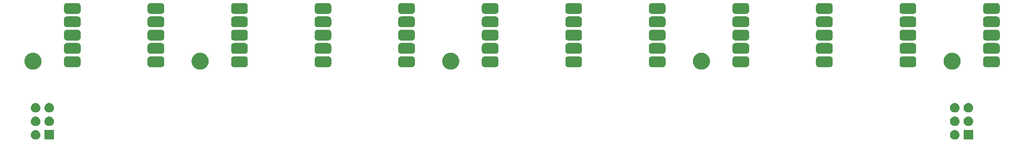
<source format=gbr>
G04 #@! TF.GenerationSoftware,KiCad,Pcbnew,7.0.2-0*
G04 #@! TF.CreationDate,2023-11-08T10:25:58-05:00*
G04 #@! TF.ProjectId,blade12_26-37,626c6164-6531-4325-9f32-362d33372e6b,rev?*
G04 #@! TF.SameCoordinates,Original*
G04 #@! TF.FileFunction,Soldermask,Bot*
G04 #@! TF.FilePolarity,Negative*
%FSLAX46Y46*%
G04 Gerber Fmt 4.6, Leading zero omitted, Abs format (unit mm)*
G04 Created by KiCad (PCBNEW 7.0.2-0) date 2023-11-08 10:25:58*
%MOMM*%
%LPD*%
G01*
G04 APERTURE LIST*
G04 APERTURE END LIST*
G36*
X29094517Y-49927882D02*
G01*
X29111062Y-49938938D01*
X29122118Y-49955483D01*
X29126000Y-49975000D01*
X29126000Y-51675000D01*
X29122118Y-51694517D01*
X29111062Y-51711062D01*
X29094517Y-51722118D01*
X29075000Y-51726000D01*
X27375000Y-51726000D01*
X27355483Y-51722118D01*
X27338938Y-51711062D01*
X27327882Y-51694517D01*
X27324000Y-51675000D01*
X27324000Y-49975000D01*
X27327882Y-49955483D01*
X27338938Y-49938938D01*
X27355483Y-49927882D01*
X27375000Y-49924000D01*
X29075000Y-49924000D01*
X29094517Y-49927882D01*
G37*
G36*
X200694517Y-49927882D02*
G01*
X200711062Y-49938938D01*
X200722118Y-49955483D01*
X200726000Y-49975000D01*
X200726000Y-51675000D01*
X200722118Y-51694517D01*
X200711062Y-51711062D01*
X200694517Y-51722118D01*
X200675000Y-51726000D01*
X198975000Y-51726000D01*
X198955483Y-51722118D01*
X198938938Y-51711062D01*
X198927882Y-51694517D01*
X198924000Y-51675000D01*
X198924000Y-49975000D01*
X198927882Y-49955483D01*
X198938938Y-49938938D01*
X198955483Y-49927882D01*
X198975000Y-49924000D01*
X200675000Y-49924000D01*
X200694517Y-49927882D01*
G37*
G36*
X25728983Y-49928936D02*
G01*
X25779180Y-49928936D01*
X25822524Y-49938149D01*
X25860659Y-49941905D01*
X25908566Y-49956437D01*
X25963424Y-49968098D01*
X25998530Y-49983728D01*
X26029566Y-49993143D01*
X26078884Y-50019504D01*
X26135500Y-50044711D01*
X26161822Y-50063835D01*
X26185232Y-50076348D01*
X26232988Y-50115540D01*
X26287887Y-50155427D01*
X26305711Y-50175223D01*
X26321675Y-50188324D01*
X26364572Y-50240594D01*
X26413924Y-50295405D01*
X26424292Y-50313363D01*
X26433651Y-50324767D01*
X26468273Y-50389542D01*
X26508104Y-50458530D01*
X26512685Y-50472630D01*
X26516856Y-50480433D01*
X26539852Y-50556242D01*
X26566311Y-50637672D01*
X26567242Y-50646532D01*
X26568094Y-50649340D01*
X26576384Y-50733513D01*
X26586000Y-50825000D01*
X26576383Y-50916494D01*
X26568094Y-51000659D01*
X26567242Y-51003466D01*
X26566311Y-51012328D01*
X26539848Y-51093771D01*
X26516856Y-51169566D01*
X26512686Y-51177366D01*
X26508104Y-51191470D01*
X26468266Y-51260470D01*
X26433651Y-51325232D01*
X26424294Y-51336633D01*
X26413924Y-51354595D01*
X26364563Y-51409415D01*
X26321675Y-51461675D01*
X26305714Y-51474773D01*
X26287887Y-51494573D01*
X26232977Y-51534467D01*
X26185232Y-51573651D01*
X26161827Y-51586161D01*
X26135500Y-51605289D01*
X26078873Y-51630500D01*
X26029566Y-51656856D01*
X25998537Y-51666268D01*
X25963424Y-51681902D01*
X25908555Y-51693564D01*
X25860659Y-51708094D01*
X25822533Y-51711849D01*
X25779180Y-51721064D01*
X25728972Y-51721064D01*
X25684999Y-51725395D01*
X25641026Y-51721064D01*
X25590820Y-51721064D01*
X25547467Y-51711849D01*
X25509340Y-51708094D01*
X25461441Y-51693563D01*
X25406576Y-51681902D01*
X25371464Y-51666269D01*
X25340433Y-51656856D01*
X25291120Y-51630498D01*
X25234500Y-51605289D01*
X25208175Y-51586163D01*
X25184767Y-51573651D01*
X25137013Y-51534460D01*
X25082113Y-51494573D01*
X25064287Y-51474776D01*
X25048324Y-51461675D01*
X25005425Y-51409402D01*
X24956076Y-51354595D01*
X24945708Y-51336637D01*
X24936348Y-51325232D01*
X24901719Y-51260447D01*
X24861896Y-51191470D01*
X24857315Y-51177371D01*
X24853143Y-51169566D01*
X24830136Y-51093725D01*
X24803689Y-51012328D01*
X24802758Y-51003471D01*
X24801905Y-51000659D01*
X24793600Y-50916342D01*
X24784000Y-50825000D01*
X24793599Y-50733664D01*
X24801905Y-50649340D01*
X24802758Y-50646527D01*
X24803689Y-50637672D01*
X24830132Y-50556288D01*
X24853143Y-50480433D01*
X24857315Y-50472626D01*
X24861896Y-50458530D01*
X24901712Y-50389565D01*
X24936348Y-50324767D01*
X24945710Y-50313359D01*
X24956076Y-50295405D01*
X25005416Y-50240607D01*
X25048324Y-50188324D01*
X25064291Y-50175219D01*
X25082113Y-50155427D01*
X25137002Y-50115546D01*
X25184767Y-50076348D01*
X25208180Y-50063833D01*
X25234500Y-50044711D01*
X25291109Y-50019506D01*
X25340433Y-49993143D01*
X25371471Y-49983727D01*
X25406576Y-49968098D01*
X25461430Y-49956438D01*
X25509340Y-49941905D01*
X25547476Y-49938148D01*
X25590820Y-49928936D01*
X25641016Y-49928936D01*
X25685000Y-49924604D01*
X25728983Y-49928936D01*
G37*
G36*
X197328983Y-49928936D02*
G01*
X197379180Y-49928936D01*
X197422524Y-49938149D01*
X197460659Y-49941905D01*
X197508566Y-49956437D01*
X197563424Y-49968098D01*
X197598530Y-49983728D01*
X197629566Y-49993143D01*
X197678884Y-50019504D01*
X197735500Y-50044711D01*
X197761822Y-50063835D01*
X197785232Y-50076348D01*
X197832988Y-50115540D01*
X197887887Y-50155427D01*
X197905711Y-50175223D01*
X197921675Y-50188324D01*
X197964572Y-50240594D01*
X198013924Y-50295405D01*
X198024292Y-50313363D01*
X198033651Y-50324767D01*
X198068273Y-50389542D01*
X198108104Y-50458530D01*
X198112685Y-50472630D01*
X198116856Y-50480433D01*
X198139852Y-50556242D01*
X198166311Y-50637672D01*
X198167242Y-50646532D01*
X198168094Y-50649340D01*
X198176384Y-50733513D01*
X198186000Y-50825000D01*
X198176383Y-50916494D01*
X198168094Y-51000659D01*
X198167242Y-51003466D01*
X198166311Y-51012328D01*
X198139848Y-51093771D01*
X198116856Y-51169566D01*
X198112686Y-51177366D01*
X198108104Y-51191470D01*
X198068266Y-51260470D01*
X198033651Y-51325232D01*
X198024294Y-51336633D01*
X198013924Y-51354595D01*
X197964563Y-51409415D01*
X197921675Y-51461675D01*
X197905714Y-51474773D01*
X197887887Y-51494573D01*
X197832977Y-51534467D01*
X197785232Y-51573651D01*
X197761827Y-51586161D01*
X197735500Y-51605289D01*
X197678873Y-51630500D01*
X197629566Y-51656856D01*
X197598537Y-51666268D01*
X197563424Y-51681902D01*
X197508555Y-51693564D01*
X197460659Y-51708094D01*
X197422533Y-51711849D01*
X197379180Y-51721064D01*
X197328972Y-51721064D01*
X197284999Y-51725395D01*
X197241026Y-51721064D01*
X197190820Y-51721064D01*
X197147467Y-51711849D01*
X197109340Y-51708094D01*
X197061441Y-51693563D01*
X197006576Y-51681902D01*
X196971464Y-51666269D01*
X196940433Y-51656856D01*
X196891120Y-51630498D01*
X196834500Y-51605289D01*
X196808175Y-51586163D01*
X196784767Y-51573651D01*
X196737013Y-51534460D01*
X196682113Y-51494573D01*
X196664287Y-51474776D01*
X196648324Y-51461675D01*
X196605425Y-51409402D01*
X196556076Y-51354595D01*
X196545708Y-51336637D01*
X196536348Y-51325232D01*
X196501719Y-51260447D01*
X196461896Y-51191470D01*
X196457315Y-51177371D01*
X196453143Y-51169566D01*
X196430136Y-51093725D01*
X196403689Y-51012328D01*
X196402758Y-51003471D01*
X196401905Y-51000659D01*
X196393600Y-50916342D01*
X196384000Y-50825000D01*
X196393599Y-50733664D01*
X196401905Y-50649340D01*
X196402758Y-50646527D01*
X196403689Y-50637672D01*
X196430132Y-50556288D01*
X196453143Y-50480433D01*
X196457315Y-50472626D01*
X196461896Y-50458530D01*
X196501712Y-50389565D01*
X196536348Y-50324767D01*
X196545710Y-50313359D01*
X196556076Y-50295405D01*
X196605416Y-50240607D01*
X196648324Y-50188324D01*
X196664291Y-50175219D01*
X196682113Y-50155427D01*
X196737002Y-50115546D01*
X196784767Y-50076348D01*
X196808180Y-50063833D01*
X196834500Y-50044711D01*
X196891109Y-50019506D01*
X196940433Y-49993143D01*
X196971471Y-49983727D01*
X197006576Y-49968098D01*
X197061430Y-49956438D01*
X197109340Y-49941905D01*
X197147476Y-49938148D01*
X197190820Y-49928936D01*
X197241016Y-49928936D01*
X197285000Y-49924604D01*
X197328983Y-49928936D01*
G37*
G36*
X25728983Y-47388936D02*
G01*
X25779180Y-47388936D01*
X25822524Y-47398149D01*
X25860659Y-47401905D01*
X25908566Y-47416437D01*
X25963424Y-47428098D01*
X25998530Y-47443728D01*
X26029566Y-47453143D01*
X26078884Y-47479504D01*
X26135500Y-47504711D01*
X26161822Y-47523835D01*
X26185232Y-47536348D01*
X26232988Y-47575540D01*
X26287887Y-47615427D01*
X26305711Y-47635223D01*
X26321675Y-47648324D01*
X26364572Y-47700594D01*
X26413924Y-47755405D01*
X26424292Y-47773363D01*
X26433651Y-47784767D01*
X26468273Y-47849542D01*
X26508104Y-47918530D01*
X26512685Y-47932630D01*
X26516856Y-47940433D01*
X26539852Y-48016242D01*
X26566311Y-48097672D01*
X26567242Y-48106532D01*
X26568094Y-48109340D01*
X26576385Y-48193520D01*
X26586000Y-48285000D01*
X26576382Y-48376501D01*
X26568094Y-48460659D01*
X26567242Y-48463466D01*
X26566311Y-48472328D01*
X26539848Y-48553771D01*
X26516856Y-48629566D01*
X26512686Y-48637366D01*
X26508104Y-48651470D01*
X26468266Y-48720470D01*
X26433651Y-48785232D01*
X26424294Y-48796633D01*
X26413924Y-48814595D01*
X26364563Y-48869415D01*
X26321675Y-48921675D01*
X26305714Y-48934773D01*
X26287887Y-48954573D01*
X26232977Y-48994467D01*
X26185232Y-49033651D01*
X26161827Y-49046161D01*
X26135500Y-49065289D01*
X26078873Y-49090500D01*
X26029566Y-49116856D01*
X25998537Y-49126268D01*
X25963424Y-49141902D01*
X25908555Y-49153564D01*
X25860659Y-49168094D01*
X25822533Y-49171849D01*
X25779180Y-49181064D01*
X25728972Y-49181064D01*
X25684999Y-49185395D01*
X25641026Y-49181064D01*
X25590820Y-49181064D01*
X25547467Y-49171849D01*
X25509340Y-49168094D01*
X25461441Y-49153563D01*
X25406576Y-49141902D01*
X25371464Y-49126269D01*
X25340433Y-49116856D01*
X25291120Y-49090498D01*
X25234500Y-49065289D01*
X25208175Y-49046163D01*
X25184767Y-49033651D01*
X25137013Y-48994460D01*
X25082113Y-48954573D01*
X25064287Y-48934776D01*
X25048324Y-48921675D01*
X25005425Y-48869402D01*
X24956076Y-48814595D01*
X24945708Y-48796637D01*
X24936348Y-48785232D01*
X24901719Y-48720447D01*
X24861896Y-48651470D01*
X24857315Y-48637371D01*
X24853143Y-48629566D01*
X24830136Y-48553725D01*
X24803689Y-48472328D01*
X24802758Y-48463471D01*
X24801905Y-48460659D01*
X24793601Y-48376349D01*
X24784000Y-48285000D01*
X24793598Y-48193672D01*
X24801905Y-48109340D01*
X24802758Y-48106527D01*
X24803689Y-48097672D01*
X24830132Y-48016288D01*
X24853143Y-47940433D01*
X24857315Y-47932626D01*
X24861896Y-47918530D01*
X24901712Y-47849565D01*
X24936348Y-47784767D01*
X24945710Y-47773359D01*
X24956076Y-47755405D01*
X25005416Y-47700607D01*
X25048324Y-47648324D01*
X25064291Y-47635219D01*
X25082113Y-47615427D01*
X25137002Y-47575546D01*
X25184767Y-47536348D01*
X25208180Y-47523833D01*
X25234500Y-47504711D01*
X25291109Y-47479506D01*
X25340433Y-47453143D01*
X25371471Y-47443727D01*
X25406576Y-47428098D01*
X25461430Y-47416438D01*
X25509340Y-47401905D01*
X25547476Y-47398148D01*
X25590820Y-47388936D01*
X25641016Y-47388936D01*
X25684999Y-47384604D01*
X25728983Y-47388936D01*
G37*
G36*
X28268983Y-47388936D02*
G01*
X28319180Y-47388936D01*
X28362524Y-47398149D01*
X28400659Y-47401905D01*
X28448566Y-47416437D01*
X28503424Y-47428098D01*
X28538530Y-47443728D01*
X28569566Y-47453143D01*
X28618884Y-47479504D01*
X28675500Y-47504711D01*
X28701822Y-47523835D01*
X28725232Y-47536348D01*
X28772988Y-47575540D01*
X28827887Y-47615427D01*
X28845711Y-47635223D01*
X28861675Y-47648324D01*
X28904572Y-47700594D01*
X28953924Y-47755405D01*
X28964292Y-47773363D01*
X28973651Y-47784767D01*
X29008273Y-47849542D01*
X29048104Y-47918530D01*
X29052685Y-47932630D01*
X29056856Y-47940433D01*
X29079852Y-48016242D01*
X29106311Y-48097672D01*
X29107242Y-48106532D01*
X29108094Y-48109340D01*
X29116384Y-48193513D01*
X29126000Y-48285000D01*
X29116383Y-48376494D01*
X29108094Y-48460659D01*
X29107242Y-48463466D01*
X29106311Y-48472328D01*
X29079848Y-48553771D01*
X29056856Y-48629566D01*
X29052686Y-48637366D01*
X29048104Y-48651470D01*
X29008266Y-48720470D01*
X28973651Y-48785232D01*
X28964294Y-48796633D01*
X28953924Y-48814595D01*
X28904563Y-48869415D01*
X28861675Y-48921675D01*
X28845714Y-48934773D01*
X28827887Y-48954573D01*
X28772977Y-48994467D01*
X28725232Y-49033651D01*
X28701827Y-49046161D01*
X28675500Y-49065289D01*
X28618873Y-49090500D01*
X28569566Y-49116856D01*
X28538537Y-49126268D01*
X28503424Y-49141902D01*
X28448555Y-49153564D01*
X28400659Y-49168094D01*
X28362533Y-49171849D01*
X28319180Y-49181064D01*
X28268972Y-49181064D01*
X28224999Y-49185395D01*
X28181026Y-49181064D01*
X28130820Y-49181064D01*
X28087467Y-49171849D01*
X28049340Y-49168094D01*
X28001441Y-49153563D01*
X27946576Y-49141902D01*
X27911464Y-49126269D01*
X27880433Y-49116856D01*
X27831120Y-49090498D01*
X27774500Y-49065289D01*
X27748175Y-49046163D01*
X27724767Y-49033651D01*
X27677013Y-48994460D01*
X27622113Y-48954573D01*
X27604287Y-48934776D01*
X27588324Y-48921675D01*
X27545425Y-48869402D01*
X27496076Y-48814595D01*
X27485708Y-48796637D01*
X27476348Y-48785232D01*
X27441719Y-48720447D01*
X27401896Y-48651470D01*
X27397315Y-48637371D01*
X27393143Y-48629566D01*
X27370136Y-48553725D01*
X27343689Y-48472328D01*
X27342758Y-48463471D01*
X27341905Y-48460659D01*
X27333600Y-48376342D01*
X27324000Y-48285000D01*
X27333599Y-48193664D01*
X27341905Y-48109340D01*
X27342758Y-48106527D01*
X27343689Y-48097672D01*
X27370132Y-48016288D01*
X27393143Y-47940433D01*
X27397315Y-47932626D01*
X27401896Y-47918530D01*
X27441712Y-47849565D01*
X27476348Y-47784767D01*
X27485710Y-47773359D01*
X27496076Y-47755405D01*
X27545416Y-47700607D01*
X27588324Y-47648324D01*
X27604291Y-47635219D01*
X27622113Y-47615427D01*
X27677002Y-47575546D01*
X27724767Y-47536348D01*
X27748180Y-47523833D01*
X27774500Y-47504711D01*
X27831109Y-47479506D01*
X27880433Y-47453143D01*
X27911471Y-47443727D01*
X27946576Y-47428098D01*
X28001430Y-47416438D01*
X28049340Y-47401905D01*
X28087476Y-47398148D01*
X28130820Y-47388936D01*
X28181016Y-47388936D01*
X28225000Y-47384604D01*
X28268983Y-47388936D01*
G37*
G36*
X197328983Y-47388936D02*
G01*
X197379180Y-47388936D01*
X197422524Y-47398149D01*
X197460659Y-47401905D01*
X197508566Y-47416437D01*
X197563424Y-47428098D01*
X197598530Y-47443728D01*
X197629566Y-47453143D01*
X197678884Y-47479504D01*
X197735500Y-47504711D01*
X197761822Y-47523835D01*
X197785232Y-47536348D01*
X197832988Y-47575540D01*
X197887887Y-47615427D01*
X197905711Y-47635223D01*
X197921675Y-47648324D01*
X197964572Y-47700594D01*
X198013924Y-47755405D01*
X198024292Y-47773363D01*
X198033651Y-47784767D01*
X198068273Y-47849542D01*
X198108104Y-47918530D01*
X198112685Y-47932630D01*
X198116856Y-47940433D01*
X198139852Y-48016242D01*
X198166311Y-48097672D01*
X198167242Y-48106532D01*
X198168094Y-48109340D01*
X198176384Y-48193513D01*
X198186000Y-48285000D01*
X198176383Y-48376494D01*
X198168094Y-48460659D01*
X198167242Y-48463466D01*
X198166311Y-48472328D01*
X198139848Y-48553771D01*
X198116856Y-48629566D01*
X198112686Y-48637366D01*
X198108104Y-48651470D01*
X198068266Y-48720470D01*
X198033651Y-48785232D01*
X198024294Y-48796633D01*
X198013924Y-48814595D01*
X197964563Y-48869415D01*
X197921675Y-48921675D01*
X197905714Y-48934773D01*
X197887887Y-48954573D01*
X197832977Y-48994467D01*
X197785232Y-49033651D01*
X197761827Y-49046161D01*
X197735500Y-49065289D01*
X197678873Y-49090500D01*
X197629566Y-49116856D01*
X197598537Y-49126268D01*
X197563424Y-49141902D01*
X197508555Y-49153564D01*
X197460659Y-49168094D01*
X197422532Y-49171849D01*
X197379180Y-49181064D01*
X197328973Y-49181064D01*
X197285000Y-49185395D01*
X197241027Y-49181064D01*
X197190820Y-49181064D01*
X197147467Y-49171849D01*
X197109340Y-49168094D01*
X197061441Y-49153563D01*
X197006576Y-49141902D01*
X196971464Y-49126269D01*
X196940433Y-49116856D01*
X196891120Y-49090498D01*
X196834500Y-49065289D01*
X196808175Y-49046163D01*
X196784767Y-49033651D01*
X196737013Y-48994460D01*
X196682113Y-48954573D01*
X196664287Y-48934776D01*
X196648324Y-48921675D01*
X196605425Y-48869402D01*
X196556076Y-48814595D01*
X196545708Y-48796637D01*
X196536348Y-48785232D01*
X196501719Y-48720447D01*
X196461896Y-48651470D01*
X196457315Y-48637371D01*
X196453143Y-48629566D01*
X196430136Y-48553725D01*
X196403689Y-48472328D01*
X196402758Y-48463471D01*
X196401905Y-48460659D01*
X196393600Y-48376342D01*
X196384000Y-48285000D01*
X196393599Y-48193664D01*
X196401905Y-48109340D01*
X196402758Y-48106527D01*
X196403689Y-48097672D01*
X196430132Y-48016288D01*
X196453143Y-47940433D01*
X196457315Y-47932626D01*
X196461896Y-47918530D01*
X196501712Y-47849565D01*
X196536348Y-47784767D01*
X196545710Y-47773359D01*
X196556076Y-47755405D01*
X196605416Y-47700607D01*
X196648324Y-47648324D01*
X196664291Y-47635219D01*
X196682113Y-47615427D01*
X196737002Y-47575546D01*
X196784767Y-47536348D01*
X196808180Y-47523833D01*
X196834500Y-47504711D01*
X196891109Y-47479506D01*
X196940433Y-47453143D01*
X196971471Y-47443727D01*
X197006576Y-47428098D01*
X197061430Y-47416438D01*
X197109340Y-47401905D01*
X197147476Y-47398148D01*
X197190820Y-47388936D01*
X197241016Y-47388936D01*
X197285000Y-47384604D01*
X197328983Y-47388936D01*
G37*
G36*
X199868983Y-47388936D02*
G01*
X199919180Y-47388936D01*
X199962524Y-47398149D01*
X200000659Y-47401905D01*
X200048566Y-47416437D01*
X200103424Y-47428098D01*
X200138530Y-47443728D01*
X200169566Y-47453143D01*
X200218884Y-47479504D01*
X200275500Y-47504711D01*
X200301822Y-47523835D01*
X200325232Y-47536348D01*
X200372988Y-47575540D01*
X200427887Y-47615427D01*
X200445711Y-47635223D01*
X200461675Y-47648324D01*
X200504572Y-47700594D01*
X200553924Y-47755405D01*
X200564292Y-47773363D01*
X200573651Y-47784767D01*
X200608273Y-47849542D01*
X200648104Y-47918530D01*
X200652685Y-47932630D01*
X200656856Y-47940433D01*
X200679852Y-48016242D01*
X200706311Y-48097672D01*
X200707242Y-48106532D01*
X200708094Y-48109340D01*
X200716384Y-48193513D01*
X200726000Y-48285000D01*
X200716383Y-48376494D01*
X200708094Y-48460659D01*
X200707242Y-48463466D01*
X200706311Y-48472328D01*
X200679848Y-48553771D01*
X200656856Y-48629566D01*
X200652686Y-48637366D01*
X200648104Y-48651470D01*
X200608266Y-48720470D01*
X200573651Y-48785232D01*
X200564294Y-48796633D01*
X200553924Y-48814595D01*
X200504563Y-48869415D01*
X200461675Y-48921675D01*
X200445714Y-48934773D01*
X200427887Y-48954573D01*
X200372977Y-48994467D01*
X200325232Y-49033651D01*
X200301827Y-49046161D01*
X200275500Y-49065289D01*
X200218873Y-49090500D01*
X200169566Y-49116856D01*
X200138537Y-49126268D01*
X200103424Y-49141902D01*
X200048555Y-49153564D01*
X200000659Y-49168094D01*
X199962533Y-49171849D01*
X199919180Y-49181064D01*
X199868972Y-49181064D01*
X199824999Y-49185395D01*
X199781026Y-49181064D01*
X199730820Y-49181064D01*
X199687467Y-49171849D01*
X199649340Y-49168094D01*
X199601441Y-49153563D01*
X199546576Y-49141902D01*
X199511464Y-49126269D01*
X199480433Y-49116856D01*
X199431120Y-49090498D01*
X199374500Y-49065289D01*
X199348175Y-49046163D01*
X199324767Y-49033651D01*
X199277013Y-48994460D01*
X199222113Y-48954573D01*
X199204287Y-48934776D01*
X199188324Y-48921675D01*
X199145425Y-48869402D01*
X199096076Y-48814595D01*
X199085708Y-48796637D01*
X199076348Y-48785232D01*
X199041719Y-48720447D01*
X199001896Y-48651470D01*
X198997315Y-48637371D01*
X198993143Y-48629566D01*
X198970136Y-48553725D01*
X198943689Y-48472328D01*
X198942758Y-48463471D01*
X198941905Y-48460659D01*
X198933600Y-48376342D01*
X198924000Y-48285000D01*
X198933599Y-48193664D01*
X198941905Y-48109340D01*
X198942758Y-48106527D01*
X198943689Y-48097672D01*
X198970132Y-48016288D01*
X198993143Y-47940433D01*
X198997315Y-47932626D01*
X199001896Y-47918530D01*
X199041712Y-47849565D01*
X199076348Y-47784767D01*
X199085710Y-47773359D01*
X199096076Y-47755405D01*
X199145416Y-47700607D01*
X199188324Y-47648324D01*
X199204291Y-47635219D01*
X199222113Y-47615427D01*
X199277002Y-47575546D01*
X199324767Y-47536348D01*
X199348180Y-47523833D01*
X199374500Y-47504711D01*
X199431109Y-47479506D01*
X199480433Y-47453143D01*
X199511471Y-47443727D01*
X199546576Y-47428098D01*
X199601430Y-47416438D01*
X199649340Y-47401905D01*
X199687476Y-47398148D01*
X199730820Y-47388936D01*
X199781016Y-47388936D01*
X199824999Y-47384604D01*
X199868983Y-47388936D01*
G37*
G36*
X25728983Y-44848936D02*
G01*
X25779180Y-44848936D01*
X25822524Y-44858149D01*
X25860659Y-44861905D01*
X25908566Y-44876437D01*
X25963424Y-44888098D01*
X25998530Y-44903728D01*
X26029566Y-44913143D01*
X26078884Y-44939504D01*
X26135500Y-44964711D01*
X26161822Y-44983835D01*
X26185232Y-44996348D01*
X26232988Y-45035540D01*
X26287887Y-45075427D01*
X26305711Y-45095223D01*
X26321675Y-45108324D01*
X26364572Y-45160594D01*
X26413924Y-45215405D01*
X26424292Y-45233363D01*
X26433651Y-45244767D01*
X26468273Y-45309542D01*
X26508104Y-45378530D01*
X26512685Y-45392630D01*
X26516856Y-45400433D01*
X26539852Y-45476242D01*
X26566311Y-45557672D01*
X26567242Y-45566532D01*
X26568094Y-45569340D01*
X26576384Y-45653513D01*
X26586000Y-45745000D01*
X26576383Y-45836494D01*
X26568094Y-45920659D01*
X26567242Y-45923466D01*
X26566311Y-45932328D01*
X26539848Y-46013771D01*
X26516856Y-46089566D01*
X26512686Y-46097366D01*
X26508104Y-46111470D01*
X26468266Y-46180470D01*
X26433651Y-46245232D01*
X26424294Y-46256633D01*
X26413924Y-46274595D01*
X26364563Y-46329415D01*
X26321675Y-46381675D01*
X26305714Y-46394773D01*
X26287887Y-46414573D01*
X26232977Y-46454467D01*
X26185232Y-46493651D01*
X26161827Y-46506161D01*
X26135500Y-46525289D01*
X26078873Y-46550500D01*
X26029566Y-46576856D01*
X25998537Y-46586268D01*
X25963424Y-46601902D01*
X25908555Y-46613564D01*
X25860659Y-46628094D01*
X25822533Y-46631849D01*
X25779180Y-46641064D01*
X25728972Y-46641064D01*
X25684999Y-46645395D01*
X25641026Y-46641064D01*
X25590820Y-46641064D01*
X25547467Y-46631849D01*
X25509340Y-46628094D01*
X25461441Y-46613563D01*
X25406576Y-46601902D01*
X25371464Y-46586269D01*
X25340433Y-46576856D01*
X25291120Y-46550498D01*
X25234500Y-46525289D01*
X25208175Y-46506163D01*
X25184767Y-46493651D01*
X25137013Y-46454460D01*
X25082113Y-46414573D01*
X25064287Y-46394776D01*
X25048324Y-46381675D01*
X25005425Y-46329402D01*
X24956076Y-46274595D01*
X24945708Y-46256637D01*
X24936348Y-46245232D01*
X24901719Y-46180447D01*
X24861896Y-46111470D01*
X24857315Y-46097371D01*
X24853143Y-46089566D01*
X24830136Y-46013725D01*
X24803689Y-45932328D01*
X24802758Y-45923471D01*
X24801905Y-45920659D01*
X24793600Y-45836342D01*
X24784000Y-45745000D01*
X24793599Y-45653664D01*
X24801905Y-45569340D01*
X24802758Y-45566527D01*
X24803689Y-45557672D01*
X24830132Y-45476288D01*
X24853143Y-45400433D01*
X24857315Y-45392626D01*
X24861896Y-45378530D01*
X24901712Y-45309565D01*
X24936348Y-45244767D01*
X24945710Y-45233359D01*
X24956076Y-45215405D01*
X25005416Y-45160607D01*
X25048324Y-45108324D01*
X25064291Y-45095219D01*
X25082113Y-45075427D01*
X25137002Y-45035546D01*
X25184767Y-44996348D01*
X25208180Y-44983833D01*
X25234500Y-44964711D01*
X25291109Y-44939506D01*
X25340433Y-44913143D01*
X25371471Y-44903727D01*
X25406576Y-44888098D01*
X25461430Y-44876438D01*
X25509340Y-44861905D01*
X25547476Y-44858148D01*
X25590820Y-44848936D01*
X25641016Y-44848936D01*
X25685000Y-44844604D01*
X25728983Y-44848936D01*
G37*
G36*
X28268983Y-44848936D02*
G01*
X28319180Y-44848936D01*
X28362524Y-44858149D01*
X28400659Y-44861905D01*
X28448566Y-44876437D01*
X28503424Y-44888098D01*
X28538530Y-44903728D01*
X28569566Y-44913143D01*
X28618884Y-44939504D01*
X28675500Y-44964711D01*
X28701822Y-44983835D01*
X28725232Y-44996348D01*
X28772988Y-45035540D01*
X28827887Y-45075427D01*
X28845711Y-45095223D01*
X28861675Y-45108324D01*
X28904572Y-45160594D01*
X28953924Y-45215405D01*
X28964292Y-45233363D01*
X28973651Y-45244767D01*
X29008273Y-45309542D01*
X29048104Y-45378530D01*
X29052685Y-45392630D01*
X29056856Y-45400433D01*
X29079852Y-45476242D01*
X29106311Y-45557672D01*
X29107242Y-45566532D01*
X29108094Y-45569340D01*
X29116385Y-45653520D01*
X29126000Y-45745000D01*
X29116382Y-45836501D01*
X29108094Y-45920659D01*
X29107242Y-45923466D01*
X29106311Y-45932328D01*
X29079848Y-46013771D01*
X29056856Y-46089566D01*
X29052686Y-46097366D01*
X29048104Y-46111470D01*
X29008266Y-46180470D01*
X28973651Y-46245232D01*
X28964294Y-46256633D01*
X28953924Y-46274595D01*
X28904563Y-46329415D01*
X28861675Y-46381675D01*
X28845714Y-46394773D01*
X28827887Y-46414573D01*
X28772977Y-46454467D01*
X28725232Y-46493651D01*
X28701827Y-46506161D01*
X28675500Y-46525289D01*
X28618873Y-46550500D01*
X28569566Y-46576856D01*
X28538537Y-46586268D01*
X28503424Y-46601902D01*
X28448555Y-46613564D01*
X28400659Y-46628094D01*
X28362533Y-46631849D01*
X28319180Y-46641064D01*
X28268972Y-46641064D01*
X28224999Y-46645395D01*
X28181026Y-46641064D01*
X28130820Y-46641064D01*
X28087467Y-46631849D01*
X28049340Y-46628094D01*
X28001441Y-46613563D01*
X27946576Y-46601902D01*
X27911464Y-46586269D01*
X27880433Y-46576856D01*
X27831120Y-46550498D01*
X27774500Y-46525289D01*
X27748175Y-46506163D01*
X27724767Y-46493651D01*
X27677013Y-46454460D01*
X27622113Y-46414573D01*
X27604287Y-46394776D01*
X27588324Y-46381675D01*
X27545425Y-46329402D01*
X27496076Y-46274595D01*
X27485708Y-46256637D01*
X27476348Y-46245232D01*
X27441719Y-46180447D01*
X27401896Y-46111470D01*
X27397315Y-46097371D01*
X27393143Y-46089566D01*
X27370136Y-46013725D01*
X27343689Y-45932328D01*
X27342758Y-45923471D01*
X27341905Y-45920659D01*
X27333601Y-45836349D01*
X27324000Y-45745000D01*
X27333598Y-45653672D01*
X27341905Y-45569340D01*
X27342758Y-45566527D01*
X27343689Y-45557672D01*
X27370132Y-45476288D01*
X27393143Y-45400433D01*
X27397315Y-45392626D01*
X27401896Y-45378530D01*
X27441712Y-45309565D01*
X27476348Y-45244767D01*
X27485710Y-45233359D01*
X27496076Y-45215405D01*
X27545416Y-45160607D01*
X27588324Y-45108324D01*
X27604291Y-45095219D01*
X27622113Y-45075427D01*
X27677002Y-45035546D01*
X27724767Y-44996348D01*
X27748180Y-44983833D01*
X27774500Y-44964711D01*
X27831109Y-44939506D01*
X27880433Y-44913143D01*
X27911471Y-44903727D01*
X27946576Y-44888098D01*
X28001430Y-44876438D01*
X28049340Y-44861905D01*
X28087476Y-44858148D01*
X28130820Y-44848936D01*
X28181016Y-44848936D01*
X28224999Y-44844604D01*
X28268983Y-44848936D01*
G37*
G36*
X197328983Y-44848936D02*
G01*
X197379180Y-44848936D01*
X197422524Y-44858149D01*
X197460659Y-44861905D01*
X197508566Y-44876437D01*
X197563424Y-44888098D01*
X197598530Y-44903728D01*
X197629566Y-44913143D01*
X197678884Y-44939504D01*
X197735500Y-44964711D01*
X197761822Y-44983835D01*
X197785232Y-44996348D01*
X197832988Y-45035540D01*
X197887887Y-45075427D01*
X197905711Y-45095223D01*
X197921675Y-45108324D01*
X197964572Y-45160594D01*
X198013924Y-45215405D01*
X198024292Y-45233363D01*
X198033651Y-45244767D01*
X198068273Y-45309542D01*
X198108104Y-45378530D01*
X198112685Y-45392630D01*
X198116856Y-45400433D01*
X198139852Y-45476242D01*
X198166311Y-45557672D01*
X198167242Y-45566532D01*
X198168094Y-45569340D01*
X198176384Y-45653513D01*
X198186000Y-45745000D01*
X198176383Y-45836494D01*
X198168094Y-45920659D01*
X198167242Y-45923466D01*
X198166311Y-45932328D01*
X198139848Y-46013771D01*
X198116856Y-46089566D01*
X198112686Y-46097366D01*
X198108104Y-46111470D01*
X198068266Y-46180470D01*
X198033651Y-46245232D01*
X198024294Y-46256633D01*
X198013924Y-46274595D01*
X197964563Y-46329415D01*
X197921675Y-46381675D01*
X197905714Y-46394773D01*
X197887887Y-46414573D01*
X197832977Y-46454467D01*
X197785232Y-46493651D01*
X197761827Y-46506161D01*
X197735500Y-46525289D01*
X197678873Y-46550500D01*
X197629566Y-46576856D01*
X197598537Y-46586268D01*
X197563424Y-46601902D01*
X197508555Y-46613564D01*
X197460659Y-46628094D01*
X197422532Y-46631849D01*
X197379180Y-46641064D01*
X197328973Y-46641064D01*
X197285000Y-46645395D01*
X197241027Y-46641064D01*
X197190820Y-46641064D01*
X197147467Y-46631849D01*
X197109340Y-46628094D01*
X197061441Y-46613563D01*
X197006576Y-46601902D01*
X196971464Y-46586269D01*
X196940433Y-46576856D01*
X196891120Y-46550498D01*
X196834500Y-46525289D01*
X196808175Y-46506163D01*
X196784767Y-46493651D01*
X196737013Y-46454460D01*
X196682113Y-46414573D01*
X196664287Y-46394776D01*
X196648324Y-46381675D01*
X196605425Y-46329402D01*
X196556076Y-46274595D01*
X196545708Y-46256637D01*
X196536348Y-46245232D01*
X196501719Y-46180447D01*
X196461896Y-46111470D01*
X196457315Y-46097371D01*
X196453143Y-46089566D01*
X196430136Y-46013725D01*
X196403689Y-45932328D01*
X196402758Y-45923471D01*
X196401905Y-45920659D01*
X196393600Y-45836342D01*
X196384000Y-45745000D01*
X196393599Y-45653664D01*
X196401905Y-45569340D01*
X196402758Y-45566527D01*
X196403689Y-45557672D01*
X196430132Y-45476288D01*
X196453143Y-45400433D01*
X196457315Y-45392626D01*
X196461896Y-45378530D01*
X196501712Y-45309565D01*
X196536348Y-45244767D01*
X196545710Y-45233359D01*
X196556076Y-45215405D01*
X196605416Y-45160607D01*
X196648324Y-45108324D01*
X196664291Y-45095219D01*
X196682113Y-45075427D01*
X196737002Y-45035546D01*
X196784767Y-44996348D01*
X196808180Y-44983833D01*
X196834500Y-44964711D01*
X196891109Y-44939506D01*
X196940433Y-44913143D01*
X196971471Y-44903727D01*
X197006576Y-44888098D01*
X197061430Y-44876438D01*
X197109340Y-44861905D01*
X197147476Y-44858148D01*
X197190820Y-44848936D01*
X197241016Y-44848936D01*
X197285000Y-44844604D01*
X197328983Y-44848936D01*
G37*
G36*
X199868983Y-44848936D02*
G01*
X199919180Y-44848936D01*
X199962524Y-44858149D01*
X200000659Y-44861905D01*
X200048566Y-44876437D01*
X200103424Y-44888098D01*
X200138530Y-44903728D01*
X200169566Y-44913143D01*
X200218884Y-44939504D01*
X200275500Y-44964711D01*
X200301822Y-44983835D01*
X200325232Y-44996348D01*
X200372988Y-45035540D01*
X200427887Y-45075427D01*
X200445711Y-45095223D01*
X200461675Y-45108324D01*
X200504572Y-45160594D01*
X200553924Y-45215405D01*
X200564292Y-45233363D01*
X200573651Y-45244767D01*
X200608273Y-45309542D01*
X200648104Y-45378530D01*
X200652685Y-45392630D01*
X200656856Y-45400433D01*
X200679852Y-45476242D01*
X200706311Y-45557672D01*
X200707242Y-45566532D01*
X200708094Y-45569340D01*
X200716384Y-45653513D01*
X200726000Y-45745000D01*
X200716383Y-45836494D01*
X200708094Y-45920659D01*
X200707242Y-45923466D01*
X200706311Y-45932328D01*
X200679848Y-46013771D01*
X200656856Y-46089566D01*
X200652686Y-46097366D01*
X200648104Y-46111470D01*
X200608266Y-46180470D01*
X200573651Y-46245232D01*
X200564294Y-46256633D01*
X200553924Y-46274595D01*
X200504563Y-46329415D01*
X200461675Y-46381675D01*
X200445714Y-46394773D01*
X200427887Y-46414573D01*
X200372977Y-46454467D01*
X200325232Y-46493651D01*
X200301827Y-46506161D01*
X200275500Y-46525289D01*
X200218873Y-46550500D01*
X200169566Y-46576856D01*
X200138537Y-46586268D01*
X200103424Y-46601902D01*
X200048555Y-46613564D01*
X200000659Y-46628094D01*
X199962532Y-46631849D01*
X199919180Y-46641064D01*
X199868973Y-46641064D01*
X199825000Y-46645395D01*
X199781027Y-46641064D01*
X199730820Y-46641064D01*
X199687467Y-46631849D01*
X199649340Y-46628094D01*
X199601441Y-46613563D01*
X199546576Y-46601902D01*
X199511464Y-46586269D01*
X199480433Y-46576856D01*
X199431120Y-46550498D01*
X199374500Y-46525289D01*
X199348175Y-46506163D01*
X199324767Y-46493651D01*
X199277013Y-46454460D01*
X199222113Y-46414573D01*
X199204287Y-46394776D01*
X199188324Y-46381675D01*
X199145425Y-46329402D01*
X199096076Y-46274595D01*
X199085708Y-46256637D01*
X199076348Y-46245232D01*
X199041719Y-46180447D01*
X199001896Y-46111470D01*
X198997315Y-46097371D01*
X198993143Y-46089566D01*
X198970136Y-46013725D01*
X198943689Y-45932328D01*
X198942758Y-45923471D01*
X198941905Y-45920659D01*
X198933600Y-45836342D01*
X198924000Y-45745000D01*
X198933599Y-45653664D01*
X198941905Y-45569340D01*
X198942758Y-45566527D01*
X198943689Y-45557672D01*
X198970132Y-45476288D01*
X198993143Y-45400433D01*
X198997315Y-45392626D01*
X199001896Y-45378530D01*
X199041712Y-45309565D01*
X199076348Y-45244767D01*
X199085710Y-45233359D01*
X199096076Y-45215405D01*
X199145416Y-45160607D01*
X199188324Y-45108324D01*
X199204291Y-45095219D01*
X199222113Y-45075427D01*
X199277002Y-45035546D01*
X199324767Y-44996348D01*
X199348180Y-44983833D01*
X199374500Y-44964711D01*
X199431109Y-44939506D01*
X199480433Y-44913143D01*
X199511471Y-44903727D01*
X199546576Y-44888098D01*
X199601430Y-44876438D01*
X199649340Y-44861905D01*
X199687476Y-44858148D01*
X199730820Y-44848936D01*
X199781016Y-44848936D01*
X199825000Y-44844604D01*
X199868983Y-44848936D01*
G37*
G36*
X25261281Y-35404823D02*
G01*
X25319541Y-35404823D01*
X25383206Y-35414418D01*
X25450295Y-35419699D01*
X25504369Y-35432681D01*
X25555953Y-35440456D01*
X25623358Y-35461247D01*
X25694427Y-35478310D01*
X25740380Y-35497344D01*
X25784420Y-35510929D01*
X25853560Y-35544225D01*
X25926385Y-35574390D01*
X25963765Y-35597296D01*
X25999825Y-35614662D01*
X26068416Y-35661427D01*
X26140456Y-35705573D01*
X26169303Y-35730210D01*
X26197362Y-35749341D01*
X26262871Y-35810124D01*
X26331371Y-35868629D01*
X26352173Y-35892985D01*
X26372626Y-35911963D01*
X26432427Y-35986951D01*
X26494427Y-36059544D01*
X26508061Y-36081793D01*
X26521694Y-36098888D01*
X26573105Y-36187936D01*
X26625610Y-36273615D01*
X26633322Y-36292234D01*
X26641233Y-36305936D01*
X26681580Y-36408739D01*
X26721690Y-36505573D01*
X26725006Y-36519388D01*
X26728580Y-36528493D01*
X26755343Y-36645748D01*
X26780301Y-36749705D01*
X26780948Y-36757930D01*
X26781783Y-36761587D01*
X26792664Y-36906796D01*
X26800000Y-37000000D01*
X26792663Y-37093211D01*
X26781783Y-37238412D01*
X26780948Y-37242068D01*
X26780301Y-37250295D01*
X26755338Y-37354270D01*
X26728580Y-37471506D01*
X26725007Y-37480608D01*
X26721690Y-37494427D01*
X26681572Y-37591278D01*
X26641233Y-37694063D01*
X26633323Y-37707762D01*
X26625610Y-37726385D01*
X26573095Y-37812080D01*
X26521694Y-37901111D01*
X26508064Y-37918202D01*
X26494427Y-37940456D01*
X26432415Y-38013062D01*
X26372626Y-38088036D01*
X26352177Y-38107009D01*
X26331371Y-38131371D01*
X26262857Y-38189886D01*
X26197362Y-38250658D01*
X26169309Y-38269784D01*
X26140456Y-38294427D01*
X26068402Y-38338581D01*
X25999825Y-38385337D01*
X25963772Y-38402698D01*
X25926385Y-38425610D01*
X25853546Y-38455780D01*
X25784420Y-38489070D01*
X25740390Y-38502651D01*
X25694427Y-38521690D01*
X25623344Y-38538755D01*
X25555953Y-38559543D01*
X25504377Y-38567316D01*
X25450295Y-38580301D01*
X25383202Y-38585581D01*
X25319541Y-38595177D01*
X25261281Y-38595177D01*
X25200000Y-38600000D01*
X25138719Y-38595177D01*
X25080459Y-38595177D01*
X25016796Y-38585581D01*
X24949705Y-38580301D01*
X24895623Y-38567317D01*
X24844046Y-38559543D01*
X24776651Y-38538754D01*
X24705573Y-38521690D01*
X24659612Y-38502652D01*
X24615579Y-38489070D01*
X24546449Y-38455778D01*
X24473615Y-38425610D01*
X24436227Y-38402699D01*
X24400175Y-38385337D01*
X24331594Y-38338579D01*
X24259544Y-38294427D01*
X24230694Y-38269787D01*
X24202637Y-38250658D01*
X24137129Y-38189875D01*
X24068629Y-38131371D01*
X24047826Y-38107013D01*
X24027373Y-38088036D01*
X23967569Y-38013045D01*
X23905573Y-37940456D01*
X23891939Y-37918207D01*
X23878305Y-37901111D01*
X23826886Y-37812052D01*
X23774390Y-37726385D01*
X23766678Y-37707768D01*
X23758766Y-37694063D01*
X23718408Y-37591232D01*
X23678310Y-37494427D01*
X23674994Y-37480615D01*
X23671419Y-37471506D01*
X23644641Y-37354186D01*
X23619699Y-37250295D01*
X23619052Y-37242074D01*
X23618216Y-37238412D01*
X23607315Y-37092946D01*
X23600000Y-37000000D01*
X23607314Y-36907061D01*
X23618216Y-36761587D01*
X23619052Y-36757923D01*
X23619699Y-36749705D01*
X23644636Y-36645833D01*
X23671419Y-36528493D01*
X23674994Y-36519382D01*
X23678310Y-36505573D01*
X23718400Y-36408785D01*
X23758766Y-36305936D01*
X23766680Y-36292228D01*
X23774390Y-36273615D01*
X23826876Y-36187964D01*
X23878305Y-36098888D01*
X23891941Y-36081787D01*
X23905573Y-36059544D01*
X23967557Y-35986969D01*
X24027373Y-35911963D01*
X24047830Y-35892981D01*
X24068629Y-35868629D01*
X24137116Y-35810135D01*
X24202637Y-35749341D01*
X24230699Y-35730208D01*
X24259544Y-35705573D01*
X24331579Y-35661429D01*
X24400175Y-35614662D01*
X24436235Y-35597296D01*
X24473615Y-35574390D01*
X24546434Y-35544227D01*
X24615579Y-35510929D01*
X24659622Y-35497343D01*
X24705573Y-35478310D01*
X24776636Y-35461249D01*
X24844046Y-35440456D01*
X24895632Y-35432680D01*
X24949705Y-35419699D01*
X25016792Y-35414418D01*
X25080459Y-35404823D01*
X25138719Y-35404823D01*
X25200000Y-35400000D01*
X25261281Y-35404823D01*
G37*
G36*
X33584461Y-33613809D02*
G01*
X33654377Y-33619312D01*
X33671356Y-33624244D01*
X33699652Y-33627643D01*
X33746100Y-33645959D01*
X33783619Y-33656860D01*
X33803387Y-33668550D01*
X33832912Y-33680194D01*
X33867764Y-33706623D01*
X33896893Y-33723850D01*
X33917011Y-33743968D01*
X33947052Y-33766749D01*
X33969832Y-33796789D01*
X33989950Y-33816907D01*
X34007175Y-33846033D01*
X34033607Y-33880889D01*
X34045250Y-33910415D01*
X34056940Y-33930181D01*
X34067838Y-33967693D01*
X34086158Y-34014149D01*
X34089556Y-34042448D01*
X34094488Y-34059423D01*
X34099988Y-34129318D01*
X34101114Y-34138687D01*
X34101114Y-35088687D01*
X34099988Y-35098058D01*
X34094488Y-35167950D01*
X34089556Y-35184923D01*
X34086158Y-35213225D01*
X34067837Y-35259683D01*
X34056940Y-35297192D01*
X34045252Y-35316955D01*
X34033607Y-35346485D01*
X34007172Y-35381343D01*
X33989950Y-35410466D01*
X33969835Y-35430580D01*
X33947052Y-35460625D01*
X33917007Y-35483408D01*
X33896893Y-35503523D01*
X33867770Y-35520745D01*
X33832912Y-35547180D01*
X33803382Y-35558825D01*
X33783619Y-35570513D01*
X33746110Y-35581410D01*
X33699652Y-35599731D01*
X33671350Y-35603129D01*
X33654377Y-35608061D01*
X33584484Y-35613561D01*
X33575114Y-35614687D01*
X31525114Y-35614687D01*
X31515744Y-35613561D01*
X31445850Y-35608061D01*
X31428875Y-35603129D01*
X31400576Y-35599731D01*
X31354120Y-35581411D01*
X31316608Y-35570513D01*
X31296842Y-35558823D01*
X31267316Y-35547180D01*
X31232460Y-35520748D01*
X31203334Y-35503523D01*
X31183216Y-35483405D01*
X31153176Y-35460625D01*
X31130395Y-35430584D01*
X31110277Y-35410466D01*
X31093050Y-35381337D01*
X31066621Y-35346485D01*
X31054977Y-35316960D01*
X31043287Y-35297192D01*
X31032386Y-35259673D01*
X31014070Y-35213225D01*
X31010671Y-35184929D01*
X31005739Y-35167950D01*
X31000236Y-35098032D01*
X30999114Y-35088687D01*
X30999114Y-34138687D01*
X31000236Y-34129341D01*
X31005739Y-34059423D01*
X31010672Y-34042442D01*
X31014070Y-34014149D01*
X31032385Y-33967703D01*
X31043287Y-33930181D01*
X31054979Y-33910410D01*
X31066621Y-33880889D01*
X31093047Y-33846039D01*
X31110277Y-33816907D01*
X31130399Y-33796784D01*
X31153176Y-33766749D01*
X31183211Y-33743972D01*
X31203334Y-33723850D01*
X31232466Y-33706620D01*
X31267316Y-33680194D01*
X31296837Y-33668552D01*
X31316608Y-33656860D01*
X31354130Y-33645958D01*
X31400576Y-33627643D01*
X31428869Y-33624245D01*
X31445850Y-33619312D01*
X31515770Y-33613809D01*
X31525114Y-33612687D01*
X33575114Y-33612687D01*
X33584461Y-33613809D01*
G37*
G36*
X49184461Y-33613809D02*
G01*
X49254377Y-33619312D01*
X49271356Y-33624244D01*
X49299652Y-33627643D01*
X49346100Y-33645959D01*
X49383619Y-33656860D01*
X49403387Y-33668550D01*
X49432912Y-33680194D01*
X49467764Y-33706623D01*
X49496893Y-33723850D01*
X49517011Y-33743968D01*
X49547052Y-33766749D01*
X49569832Y-33796789D01*
X49589950Y-33816907D01*
X49607175Y-33846033D01*
X49633607Y-33880889D01*
X49645250Y-33910415D01*
X49656940Y-33930181D01*
X49667838Y-33967693D01*
X49686158Y-34014149D01*
X49689556Y-34042448D01*
X49694488Y-34059423D01*
X49699988Y-34129318D01*
X49701114Y-34138687D01*
X49701114Y-35088687D01*
X49699988Y-35098058D01*
X49694488Y-35167950D01*
X49689556Y-35184923D01*
X49686158Y-35213225D01*
X49667837Y-35259683D01*
X49656940Y-35297192D01*
X49645252Y-35316955D01*
X49633607Y-35346485D01*
X49607172Y-35381343D01*
X49589950Y-35410466D01*
X49569835Y-35430580D01*
X49547052Y-35460625D01*
X49517007Y-35483408D01*
X49496893Y-35503523D01*
X49467770Y-35520745D01*
X49432912Y-35547180D01*
X49403382Y-35558825D01*
X49383619Y-35570513D01*
X49346110Y-35581410D01*
X49299652Y-35599731D01*
X49271350Y-35603129D01*
X49254377Y-35608061D01*
X49184484Y-35613561D01*
X49175114Y-35614687D01*
X47125114Y-35614687D01*
X47115744Y-35613561D01*
X47045850Y-35608061D01*
X47028875Y-35603129D01*
X47000576Y-35599731D01*
X46954120Y-35581411D01*
X46916608Y-35570513D01*
X46896842Y-35558823D01*
X46867316Y-35547180D01*
X46832460Y-35520748D01*
X46803334Y-35503523D01*
X46783216Y-35483405D01*
X46753176Y-35460625D01*
X46730395Y-35430584D01*
X46710277Y-35410466D01*
X46693050Y-35381337D01*
X46666621Y-35346485D01*
X46654977Y-35316960D01*
X46643287Y-35297192D01*
X46632386Y-35259673D01*
X46614070Y-35213225D01*
X46610671Y-35184929D01*
X46605739Y-35167950D01*
X46600236Y-35098032D01*
X46599114Y-35088687D01*
X46599114Y-34138687D01*
X46600236Y-34129341D01*
X46605739Y-34059423D01*
X46610672Y-34042442D01*
X46614070Y-34014149D01*
X46632385Y-33967703D01*
X46643287Y-33930181D01*
X46654979Y-33910410D01*
X46666621Y-33880889D01*
X46693047Y-33846039D01*
X46710277Y-33816907D01*
X46730399Y-33796784D01*
X46753176Y-33766749D01*
X46783211Y-33743972D01*
X46803334Y-33723850D01*
X46832466Y-33706620D01*
X46867316Y-33680194D01*
X46896837Y-33668552D01*
X46916608Y-33656860D01*
X46954130Y-33645958D01*
X47000576Y-33627643D01*
X47028869Y-33624245D01*
X47045850Y-33619312D01*
X47115770Y-33613809D01*
X47125114Y-33612687D01*
X49175114Y-33612687D01*
X49184461Y-33613809D01*
G37*
G36*
X56461281Y-35404823D02*
G01*
X56519541Y-35404823D01*
X56583206Y-35414418D01*
X56650295Y-35419699D01*
X56704369Y-35432681D01*
X56755953Y-35440456D01*
X56823358Y-35461247D01*
X56894427Y-35478310D01*
X56940380Y-35497344D01*
X56984420Y-35510929D01*
X57053560Y-35544225D01*
X57126385Y-35574390D01*
X57163765Y-35597296D01*
X57199825Y-35614662D01*
X57268416Y-35661427D01*
X57340456Y-35705573D01*
X57369303Y-35730210D01*
X57397362Y-35749341D01*
X57462871Y-35810124D01*
X57531371Y-35868629D01*
X57552173Y-35892985D01*
X57572626Y-35911963D01*
X57632427Y-35986951D01*
X57694427Y-36059544D01*
X57708061Y-36081793D01*
X57721694Y-36098888D01*
X57773105Y-36187936D01*
X57825610Y-36273615D01*
X57833322Y-36292234D01*
X57841233Y-36305936D01*
X57881580Y-36408739D01*
X57921690Y-36505573D01*
X57925006Y-36519388D01*
X57928580Y-36528493D01*
X57955343Y-36645748D01*
X57980301Y-36749705D01*
X57980948Y-36757930D01*
X57981783Y-36761587D01*
X57992664Y-36906796D01*
X58000000Y-37000000D01*
X57992663Y-37093211D01*
X57981783Y-37238412D01*
X57980948Y-37242068D01*
X57980301Y-37250295D01*
X57955338Y-37354270D01*
X57928580Y-37471506D01*
X57925007Y-37480608D01*
X57921690Y-37494427D01*
X57881572Y-37591278D01*
X57841233Y-37694063D01*
X57833323Y-37707762D01*
X57825610Y-37726385D01*
X57773095Y-37812080D01*
X57721694Y-37901111D01*
X57708064Y-37918202D01*
X57694427Y-37940456D01*
X57632415Y-38013062D01*
X57572626Y-38088036D01*
X57552177Y-38107009D01*
X57531371Y-38131371D01*
X57462857Y-38189886D01*
X57397362Y-38250658D01*
X57369309Y-38269784D01*
X57340456Y-38294427D01*
X57268402Y-38338581D01*
X57199825Y-38385337D01*
X57163772Y-38402698D01*
X57126385Y-38425610D01*
X57053546Y-38455780D01*
X56984420Y-38489070D01*
X56940390Y-38502651D01*
X56894427Y-38521690D01*
X56823344Y-38538755D01*
X56755953Y-38559543D01*
X56704377Y-38567316D01*
X56650295Y-38580301D01*
X56583202Y-38585581D01*
X56519541Y-38595177D01*
X56461281Y-38595177D01*
X56400000Y-38600000D01*
X56338719Y-38595177D01*
X56280459Y-38595177D01*
X56216796Y-38585581D01*
X56149705Y-38580301D01*
X56095623Y-38567317D01*
X56044046Y-38559543D01*
X55976651Y-38538754D01*
X55905573Y-38521690D01*
X55859612Y-38502652D01*
X55815579Y-38489070D01*
X55746449Y-38455778D01*
X55673615Y-38425610D01*
X55636227Y-38402699D01*
X55600175Y-38385337D01*
X55531594Y-38338579D01*
X55459544Y-38294427D01*
X55430694Y-38269787D01*
X55402637Y-38250658D01*
X55337129Y-38189875D01*
X55268629Y-38131371D01*
X55247826Y-38107013D01*
X55227373Y-38088036D01*
X55167569Y-38013045D01*
X55105573Y-37940456D01*
X55091939Y-37918207D01*
X55078305Y-37901111D01*
X55026886Y-37812052D01*
X54974390Y-37726385D01*
X54966678Y-37707768D01*
X54958766Y-37694063D01*
X54918408Y-37591232D01*
X54878310Y-37494427D01*
X54874994Y-37480615D01*
X54871419Y-37471506D01*
X54844641Y-37354186D01*
X54819699Y-37250295D01*
X54819052Y-37242074D01*
X54818216Y-37238412D01*
X54807315Y-37092946D01*
X54800000Y-37000000D01*
X54807314Y-36907061D01*
X54818216Y-36761587D01*
X54819052Y-36757923D01*
X54819699Y-36749705D01*
X54844636Y-36645833D01*
X54871419Y-36528493D01*
X54874994Y-36519382D01*
X54878310Y-36505573D01*
X54918400Y-36408785D01*
X54958766Y-36305936D01*
X54966680Y-36292228D01*
X54974390Y-36273615D01*
X55026876Y-36187964D01*
X55078305Y-36098888D01*
X55091941Y-36081787D01*
X55105573Y-36059544D01*
X55167557Y-35986969D01*
X55227373Y-35911963D01*
X55247830Y-35892981D01*
X55268629Y-35868629D01*
X55337116Y-35810135D01*
X55402637Y-35749341D01*
X55430699Y-35730208D01*
X55459544Y-35705573D01*
X55531579Y-35661429D01*
X55600175Y-35614662D01*
X55636235Y-35597296D01*
X55673615Y-35574390D01*
X55746434Y-35544227D01*
X55815579Y-35510929D01*
X55859622Y-35497343D01*
X55905573Y-35478310D01*
X55976636Y-35461249D01*
X56044046Y-35440456D01*
X56095632Y-35432680D01*
X56149705Y-35419699D01*
X56216792Y-35414418D01*
X56280459Y-35404823D01*
X56338719Y-35404823D01*
X56400000Y-35400000D01*
X56461281Y-35404823D01*
G37*
G36*
X64784461Y-33613809D02*
G01*
X64854377Y-33619312D01*
X64871356Y-33624244D01*
X64899652Y-33627643D01*
X64946100Y-33645959D01*
X64983619Y-33656860D01*
X65003387Y-33668550D01*
X65032912Y-33680194D01*
X65067764Y-33706623D01*
X65096893Y-33723850D01*
X65117011Y-33743968D01*
X65147052Y-33766749D01*
X65169832Y-33796789D01*
X65189950Y-33816907D01*
X65207175Y-33846033D01*
X65233607Y-33880889D01*
X65245250Y-33910415D01*
X65256940Y-33930181D01*
X65267838Y-33967693D01*
X65286158Y-34014149D01*
X65289556Y-34042448D01*
X65294488Y-34059423D01*
X65299988Y-34129318D01*
X65301114Y-34138687D01*
X65301114Y-35088687D01*
X65299988Y-35098058D01*
X65294488Y-35167950D01*
X65289556Y-35184923D01*
X65286158Y-35213225D01*
X65267837Y-35259683D01*
X65256940Y-35297192D01*
X65245252Y-35316955D01*
X65233607Y-35346485D01*
X65207172Y-35381343D01*
X65189950Y-35410466D01*
X65169835Y-35430580D01*
X65147052Y-35460625D01*
X65117007Y-35483408D01*
X65096893Y-35503523D01*
X65067770Y-35520745D01*
X65032912Y-35547180D01*
X65003382Y-35558825D01*
X64983619Y-35570513D01*
X64946110Y-35581410D01*
X64899652Y-35599731D01*
X64871350Y-35603129D01*
X64854377Y-35608061D01*
X64784484Y-35613561D01*
X64775114Y-35614687D01*
X62725114Y-35614687D01*
X62715744Y-35613561D01*
X62645850Y-35608061D01*
X62628875Y-35603129D01*
X62600576Y-35599731D01*
X62554120Y-35581411D01*
X62516608Y-35570513D01*
X62496842Y-35558823D01*
X62467316Y-35547180D01*
X62432460Y-35520748D01*
X62403334Y-35503523D01*
X62383216Y-35483405D01*
X62353176Y-35460625D01*
X62330395Y-35430584D01*
X62310277Y-35410466D01*
X62293050Y-35381337D01*
X62266621Y-35346485D01*
X62254977Y-35316960D01*
X62243287Y-35297192D01*
X62232386Y-35259673D01*
X62214070Y-35213225D01*
X62210671Y-35184929D01*
X62205739Y-35167950D01*
X62200236Y-35098032D01*
X62199114Y-35088687D01*
X62199114Y-34138687D01*
X62200236Y-34129341D01*
X62205739Y-34059423D01*
X62210672Y-34042442D01*
X62214070Y-34014149D01*
X62232385Y-33967703D01*
X62243287Y-33930181D01*
X62254979Y-33910410D01*
X62266621Y-33880889D01*
X62293047Y-33846039D01*
X62310277Y-33816907D01*
X62330399Y-33796784D01*
X62353176Y-33766749D01*
X62383211Y-33743972D01*
X62403334Y-33723850D01*
X62432466Y-33706620D01*
X62467316Y-33680194D01*
X62496837Y-33668552D01*
X62516608Y-33656860D01*
X62554130Y-33645958D01*
X62600576Y-33627643D01*
X62628869Y-33624245D01*
X62645850Y-33619312D01*
X62715770Y-33613809D01*
X62725114Y-33612687D01*
X64775114Y-33612687D01*
X64784461Y-33613809D01*
G37*
G36*
X80384461Y-33613809D02*
G01*
X80454377Y-33619312D01*
X80471356Y-33624244D01*
X80499652Y-33627643D01*
X80546100Y-33645959D01*
X80583619Y-33656860D01*
X80603387Y-33668550D01*
X80632912Y-33680194D01*
X80667764Y-33706623D01*
X80696893Y-33723850D01*
X80717011Y-33743968D01*
X80747052Y-33766749D01*
X80769832Y-33796789D01*
X80789950Y-33816907D01*
X80807175Y-33846033D01*
X80833607Y-33880889D01*
X80845250Y-33910415D01*
X80856940Y-33930181D01*
X80867838Y-33967693D01*
X80886158Y-34014149D01*
X80889556Y-34042448D01*
X80894488Y-34059423D01*
X80899988Y-34129318D01*
X80901114Y-34138687D01*
X80901114Y-35088687D01*
X80899988Y-35098058D01*
X80894488Y-35167950D01*
X80889556Y-35184923D01*
X80886158Y-35213225D01*
X80867837Y-35259683D01*
X80856940Y-35297192D01*
X80845252Y-35316955D01*
X80833607Y-35346485D01*
X80807172Y-35381343D01*
X80789950Y-35410466D01*
X80769835Y-35430580D01*
X80747052Y-35460625D01*
X80717007Y-35483408D01*
X80696893Y-35503523D01*
X80667770Y-35520745D01*
X80632912Y-35547180D01*
X80603382Y-35558825D01*
X80583619Y-35570513D01*
X80546110Y-35581410D01*
X80499652Y-35599731D01*
X80471350Y-35603129D01*
X80454377Y-35608061D01*
X80384484Y-35613561D01*
X80375114Y-35614687D01*
X78325114Y-35614687D01*
X78315744Y-35613561D01*
X78245850Y-35608061D01*
X78228875Y-35603129D01*
X78200576Y-35599731D01*
X78154120Y-35581411D01*
X78116608Y-35570513D01*
X78096842Y-35558823D01*
X78067316Y-35547180D01*
X78032460Y-35520748D01*
X78003334Y-35503523D01*
X77983216Y-35483405D01*
X77953176Y-35460625D01*
X77930395Y-35430584D01*
X77910277Y-35410466D01*
X77893050Y-35381337D01*
X77866621Y-35346485D01*
X77854977Y-35316960D01*
X77843287Y-35297192D01*
X77832386Y-35259673D01*
X77814070Y-35213225D01*
X77810671Y-35184929D01*
X77805739Y-35167950D01*
X77800236Y-35098032D01*
X77799114Y-35088687D01*
X77799114Y-34138687D01*
X77800236Y-34129341D01*
X77805739Y-34059423D01*
X77810672Y-34042442D01*
X77814070Y-34014149D01*
X77832385Y-33967703D01*
X77843287Y-33930181D01*
X77854979Y-33910410D01*
X77866621Y-33880889D01*
X77893047Y-33846039D01*
X77910277Y-33816907D01*
X77930399Y-33796784D01*
X77953176Y-33766749D01*
X77983211Y-33743972D01*
X78003334Y-33723850D01*
X78032466Y-33706620D01*
X78067316Y-33680194D01*
X78096837Y-33668552D01*
X78116608Y-33656860D01*
X78154130Y-33645958D01*
X78200576Y-33627643D01*
X78228869Y-33624245D01*
X78245850Y-33619312D01*
X78315770Y-33613809D01*
X78325114Y-33612687D01*
X80375114Y-33612687D01*
X80384461Y-33613809D01*
G37*
G36*
X95984461Y-33613809D02*
G01*
X96054377Y-33619312D01*
X96071356Y-33624244D01*
X96099652Y-33627643D01*
X96146100Y-33645959D01*
X96183619Y-33656860D01*
X96203387Y-33668550D01*
X96232912Y-33680194D01*
X96267764Y-33706623D01*
X96296893Y-33723850D01*
X96317011Y-33743968D01*
X96347052Y-33766749D01*
X96369832Y-33796789D01*
X96389950Y-33816907D01*
X96407175Y-33846033D01*
X96433607Y-33880889D01*
X96445250Y-33910415D01*
X96456940Y-33930181D01*
X96467838Y-33967693D01*
X96486158Y-34014149D01*
X96489556Y-34042448D01*
X96494488Y-34059423D01*
X96499988Y-34129318D01*
X96501114Y-34138687D01*
X96501114Y-35088687D01*
X96499988Y-35098058D01*
X96494488Y-35167950D01*
X96489556Y-35184923D01*
X96486158Y-35213225D01*
X96467837Y-35259683D01*
X96456940Y-35297192D01*
X96445252Y-35316955D01*
X96433607Y-35346485D01*
X96407172Y-35381343D01*
X96389950Y-35410466D01*
X96369835Y-35430580D01*
X96347052Y-35460625D01*
X96317007Y-35483408D01*
X96296893Y-35503523D01*
X96267770Y-35520745D01*
X96232912Y-35547180D01*
X96203382Y-35558825D01*
X96183619Y-35570513D01*
X96146110Y-35581410D01*
X96099652Y-35599731D01*
X96071350Y-35603129D01*
X96054377Y-35608061D01*
X95984484Y-35613561D01*
X95975114Y-35614687D01*
X93925114Y-35614687D01*
X93915744Y-35613561D01*
X93845850Y-35608061D01*
X93828875Y-35603129D01*
X93800576Y-35599731D01*
X93754120Y-35581411D01*
X93716608Y-35570513D01*
X93696842Y-35558823D01*
X93667316Y-35547180D01*
X93632460Y-35520748D01*
X93603334Y-35503523D01*
X93583216Y-35483405D01*
X93553176Y-35460625D01*
X93530395Y-35430584D01*
X93510277Y-35410466D01*
X93493050Y-35381337D01*
X93466621Y-35346485D01*
X93454977Y-35316960D01*
X93443287Y-35297192D01*
X93432386Y-35259673D01*
X93414070Y-35213225D01*
X93410671Y-35184929D01*
X93405739Y-35167950D01*
X93400236Y-35098032D01*
X93399114Y-35088687D01*
X93399114Y-34138687D01*
X93400236Y-34129341D01*
X93405739Y-34059423D01*
X93410672Y-34042442D01*
X93414070Y-34014149D01*
X93432385Y-33967703D01*
X93443287Y-33930181D01*
X93454979Y-33910410D01*
X93466621Y-33880889D01*
X93493047Y-33846039D01*
X93510277Y-33816907D01*
X93530399Y-33796784D01*
X93553176Y-33766749D01*
X93583211Y-33743972D01*
X93603334Y-33723850D01*
X93632466Y-33706620D01*
X93667316Y-33680194D01*
X93696837Y-33668552D01*
X93716608Y-33656860D01*
X93754130Y-33645958D01*
X93800576Y-33627643D01*
X93828869Y-33624245D01*
X93845850Y-33619312D01*
X93915770Y-33613809D01*
X93925114Y-33612687D01*
X95975114Y-33612687D01*
X95984461Y-33613809D01*
G37*
G36*
X103261281Y-35404823D02*
G01*
X103319541Y-35404823D01*
X103383206Y-35414418D01*
X103450295Y-35419699D01*
X103504369Y-35432681D01*
X103555953Y-35440456D01*
X103623358Y-35461247D01*
X103694427Y-35478310D01*
X103740380Y-35497344D01*
X103784420Y-35510929D01*
X103853560Y-35544225D01*
X103926385Y-35574390D01*
X103963765Y-35597296D01*
X103999825Y-35614662D01*
X104068416Y-35661427D01*
X104140456Y-35705573D01*
X104169303Y-35730210D01*
X104197362Y-35749341D01*
X104262871Y-35810124D01*
X104331371Y-35868629D01*
X104352173Y-35892985D01*
X104372626Y-35911963D01*
X104432427Y-35986951D01*
X104494427Y-36059544D01*
X104508061Y-36081793D01*
X104521694Y-36098888D01*
X104573105Y-36187936D01*
X104625610Y-36273615D01*
X104633322Y-36292234D01*
X104641233Y-36305936D01*
X104681580Y-36408739D01*
X104721690Y-36505573D01*
X104725006Y-36519388D01*
X104728580Y-36528493D01*
X104755343Y-36645748D01*
X104780301Y-36749705D01*
X104780948Y-36757930D01*
X104781783Y-36761587D01*
X104792665Y-36906808D01*
X104800000Y-37000000D01*
X104792663Y-37093223D01*
X104781783Y-37238412D01*
X104780948Y-37242068D01*
X104780301Y-37250295D01*
X104755338Y-37354270D01*
X104728580Y-37471506D01*
X104725007Y-37480608D01*
X104721690Y-37494427D01*
X104681572Y-37591278D01*
X104641233Y-37694063D01*
X104633323Y-37707762D01*
X104625610Y-37726385D01*
X104573095Y-37812080D01*
X104521694Y-37901111D01*
X104508064Y-37918202D01*
X104494427Y-37940456D01*
X104432415Y-38013062D01*
X104372626Y-38088036D01*
X104352177Y-38107009D01*
X104331371Y-38131371D01*
X104262857Y-38189886D01*
X104197362Y-38250658D01*
X104169309Y-38269784D01*
X104140456Y-38294427D01*
X104068402Y-38338581D01*
X103999825Y-38385337D01*
X103963772Y-38402698D01*
X103926385Y-38425610D01*
X103853546Y-38455780D01*
X103784420Y-38489070D01*
X103740390Y-38502651D01*
X103694427Y-38521690D01*
X103623344Y-38538755D01*
X103555953Y-38559543D01*
X103504377Y-38567316D01*
X103450295Y-38580301D01*
X103383202Y-38585581D01*
X103319541Y-38595177D01*
X103261281Y-38595177D01*
X103200000Y-38600000D01*
X103138719Y-38595177D01*
X103080459Y-38595177D01*
X103016796Y-38585581D01*
X102949705Y-38580301D01*
X102895623Y-38567317D01*
X102844046Y-38559543D01*
X102776651Y-38538754D01*
X102705573Y-38521690D01*
X102659612Y-38502652D01*
X102615579Y-38489070D01*
X102546449Y-38455778D01*
X102473615Y-38425610D01*
X102436227Y-38402699D01*
X102400175Y-38385337D01*
X102331594Y-38338579D01*
X102259544Y-38294427D01*
X102230694Y-38269787D01*
X102202637Y-38250658D01*
X102137129Y-38189875D01*
X102068629Y-38131371D01*
X102047826Y-38107013D01*
X102027373Y-38088036D01*
X101967569Y-38013045D01*
X101905573Y-37940456D01*
X101891939Y-37918207D01*
X101878305Y-37901111D01*
X101826886Y-37812052D01*
X101774390Y-37726385D01*
X101766678Y-37707768D01*
X101758766Y-37694063D01*
X101718408Y-37591232D01*
X101678310Y-37494427D01*
X101674994Y-37480615D01*
X101671419Y-37471506D01*
X101644641Y-37354186D01*
X101619699Y-37250295D01*
X101619052Y-37242074D01*
X101618216Y-37238412D01*
X101607316Y-37092958D01*
X101600000Y-37000000D01*
X101607313Y-36907073D01*
X101618216Y-36761587D01*
X101619052Y-36757923D01*
X101619699Y-36749705D01*
X101644636Y-36645833D01*
X101671419Y-36528493D01*
X101674994Y-36519382D01*
X101678310Y-36505573D01*
X101718400Y-36408785D01*
X101758766Y-36305936D01*
X101766680Y-36292228D01*
X101774390Y-36273615D01*
X101826876Y-36187964D01*
X101878305Y-36098888D01*
X101891941Y-36081787D01*
X101905573Y-36059544D01*
X101967557Y-35986969D01*
X102027373Y-35911963D01*
X102047830Y-35892981D01*
X102068629Y-35868629D01*
X102137116Y-35810135D01*
X102202637Y-35749341D01*
X102230699Y-35730208D01*
X102259544Y-35705573D01*
X102331579Y-35661429D01*
X102400175Y-35614662D01*
X102436235Y-35597296D01*
X102473615Y-35574390D01*
X102546434Y-35544227D01*
X102615579Y-35510929D01*
X102659622Y-35497343D01*
X102705573Y-35478310D01*
X102776636Y-35461249D01*
X102844046Y-35440456D01*
X102895632Y-35432680D01*
X102949705Y-35419699D01*
X103016792Y-35414418D01*
X103080459Y-35404823D01*
X103138719Y-35404823D01*
X103200000Y-35400000D01*
X103261281Y-35404823D01*
G37*
G36*
X111584461Y-33613809D02*
G01*
X111654377Y-33619312D01*
X111671356Y-33624244D01*
X111699652Y-33627643D01*
X111746100Y-33645959D01*
X111783619Y-33656860D01*
X111803387Y-33668550D01*
X111832912Y-33680194D01*
X111867764Y-33706623D01*
X111896893Y-33723850D01*
X111917011Y-33743968D01*
X111947052Y-33766749D01*
X111969832Y-33796789D01*
X111989950Y-33816907D01*
X112007175Y-33846033D01*
X112033607Y-33880889D01*
X112045250Y-33910415D01*
X112056940Y-33930181D01*
X112067838Y-33967693D01*
X112086158Y-34014149D01*
X112089556Y-34042448D01*
X112094488Y-34059423D01*
X112099988Y-34129318D01*
X112101114Y-34138687D01*
X112101114Y-35088687D01*
X112099988Y-35098058D01*
X112094488Y-35167950D01*
X112089556Y-35184923D01*
X112086158Y-35213225D01*
X112067837Y-35259683D01*
X112056940Y-35297192D01*
X112045252Y-35316955D01*
X112033607Y-35346485D01*
X112007172Y-35381343D01*
X111989950Y-35410466D01*
X111969835Y-35430580D01*
X111947052Y-35460625D01*
X111917007Y-35483408D01*
X111896893Y-35503523D01*
X111867770Y-35520745D01*
X111832912Y-35547180D01*
X111803382Y-35558825D01*
X111783619Y-35570513D01*
X111746110Y-35581410D01*
X111699652Y-35599731D01*
X111671350Y-35603129D01*
X111654377Y-35608061D01*
X111584484Y-35613561D01*
X111575114Y-35614687D01*
X109525114Y-35614687D01*
X109515744Y-35613561D01*
X109445850Y-35608061D01*
X109428875Y-35603129D01*
X109400576Y-35599731D01*
X109354120Y-35581411D01*
X109316608Y-35570513D01*
X109296842Y-35558823D01*
X109267316Y-35547180D01*
X109232460Y-35520748D01*
X109203334Y-35503523D01*
X109183216Y-35483405D01*
X109153176Y-35460625D01*
X109130395Y-35430584D01*
X109110277Y-35410466D01*
X109093050Y-35381337D01*
X109066621Y-35346485D01*
X109054977Y-35316960D01*
X109043287Y-35297192D01*
X109032386Y-35259673D01*
X109014070Y-35213225D01*
X109010671Y-35184929D01*
X109005739Y-35167950D01*
X109000236Y-35098032D01*
X108999114Y-35088687D01*
X108999114Y-34138687D01*
X109000236Y-34129341D01*
X109005739Y-34059423D01*
X109010672Y-34042442D01*
X109014070Y-34014149D01*
X109032385Y-33967703D01*
X109043287Y-33930181D01*
X109054979Y-33910410D01*
X109066621Y-33880889D01*
X109093047Y-33846039D01*
X109110277Y-33816907D01*
X109130399Y-33796784D01*
X109153176Y-33766749D01*
X109183211Y-33743972D01*
X109203334Y-33723850D01*
X109232466Y-33706620D01*
X109267316Y-33680194D01*
X109296837Y-33668552D01*
X109316608Y-33656860D01*
X109354130Y-33645958D01*
X109400576Y-33627643D01*
X109428869Y-33624245D01*
X109445850Y-33619312D01*
X109515770Y-33613809D01*
X109525114Y-33612687D01*
X111575114Y-33612687D01*
X111584461Y-33613809D01*
G37*
G36*
X127184461Y-33613809D02*
G01*
X127254377Y-33619312D01*
X127271356Y-33624244D01*
X127299652Y-33627643D01*
X127346100Y-33645959D01*
X127383619Y-33656860D01*
X127403387Y-33668550D01*
X127432912Y-33680194D01*
X127467764Y-33706623D01*
X127496893Y-33723850D01*
X127517011Y-33743968D01*
X127547052Y-33766749D01*
X127569832Y-33796789D01*
X127589950Y-33816907D01*
X127607175Y-33846033D01*
X127633607Y-33880889D01*
X127645250Y-33910415D01*
X127656940Y-33930181D01*
X127667838Y-33967693D01*
X127686158Y-34014149D01*
X127689556Y-34042448D01*
X127694488Y-34059423D01*
X127699988Y-34129318D01*
X127701114Y-34138687D01*
X127701114Y-35088687D01*
X127699988Y-35098058D01*
X127694488Y-35167950D01*
X127689556Y-35184923D01*
X127686158Y-35213225D01*
X127667837Y-35259683D01*
X127656940Y-35297192D01*
X127645252Y-35316955D01*
X127633607Y-35346485D01*
X127607172Y-35381343D01*
X127589950Y-35410466D01*
X127569835Y-35430580D01*
X127547052Y-35460625D01*
X127517007Y-35483408D01*
X127496893Y-35503523D01*
X127467770Y-35520745D01*
X127432912Y-35547180D01*
X127403382Y-35558825D01*
X127383619Y-35570513D01*
X127346110Y-35581410D01*
X127299652Y-35599731D01*
X127271350Y-35603129D01*
X127254377Y-35608061D01*
X127184484Y-35613561D01*
X127175114Y-35614687D01*
X125125114Y-35614687D01*
X125115744Y-35613561D01*
X125045850Y-35608061D01*
X125028875Y-35603129D01*
X125000576Y-35599731D01*
X124954120Y-35581411D01*
X124916608Y-35570513D01*
X124896842Y-35558823D01*
X124867316Y-35547180D01*
X124832460Y-35520748D01*
X124803334Y-35503523D01*
X124783216Y-35483405D01*
X124753176Y-35460625D01*
X124730395Y-35430584D01*
X124710277Y-35410466D01*
X124693050Y-35381337D01*
X124666621Y-35346485D01*
X124654977Y-35316960D01*
X124643287Y-35297192D01*
X124632386Y-35259673D01*
X124614070Y-35213225D01*
X124610671Y-35184929D01*
X124605739Y-35167950D01*
X124600236Y-35098032D01*
X124599114Y-35088687D01*
X124599114Y-34138687D01*
X124600236Y-34129341D01*
X124605739Y-34059423D01*
X124610672Y-34042442D01*
X124614070Y-34014149D01*
X124632385Y-33967703D01*
X124643287Y-33930181D01*
X124654979Y-33910410D01*
X124666621Y-33880889D01*
X124693047Y-33846039D01*
X124710277Y-33816907D01*
X124730399Y-33796784D01*
X124753176Y-33766749D01*
X124783211Y-33743972D01*
X124803334Y-33723850D01*
X124832466Y-33706620D01*
X124867316Y-33680194D01*
X124896837Y-33668552D01*
X124916608Y-33656860D01*
X124954130Y-33645958D01*
X125000576Y-33627643D01*
X125028869Y-33624245D01*
X125045850Y-33619312D01*
X125115770Y-33613809D01*
X125125114Y-33612687D01*
X127175114Y-33612687D01*
X127184461Y-33613809D01*
G37*
G36*
X142784461Y-33613809D02*
G01*
X142854377Y-33619312D01*
X142871356Y-33624244D01*
X142899652Y-33627643D01*
X142946100Y-33645959D01*
X142983619Y-33656860D01*
X143003387Y-33668550D01*
X143032912Y-33680194D01*
X143067764Y-33706623D01*
X143096893Y-33723850D01*
X143117011Y-33743968D01*
X143147052Y-33766749D01*
X143169832Y-33796789D01*
X143189950Y-33816907D01*
X143207175Y-33846033D01*
X143233607Y-33880889D01*
X143245250Y-33910415D01*
X143256940Y-33930181D01*
X143267838Y-33967693D01*
X143286158Y-34014149D01*
X143289556Y-34042448D01*
X143294488Y-34059423D01*
X143299988Y-34129318D01*
X143301114Y-34138687D01*
X143301114Y-35088687D01*
X143299988Y-35098058D01*
X143294488Y-35167950D01*
X143289556Y-35184923D01*
X143286158Y-35213225D01*
X143267837Y-35259683D01*
X143256940Y-35297192D01*
X143245252Y-35316955D01*
X143233607Y-35346485D01*
X143207172Y-35381343D01*
X143189950Y-35410466D01*
X143169835Y-35430580D01*
X143147052Y-35460625D01*
X143117007Y-35483408D01*
X143096893Y-35503523D01*
X143067770Y-35520745D01*
X143032912Y-35547180D01*
X143003382Y-35558825D01*
X142983619Y-35570513D01*
X142946110Y-35581410D01*
X142899652Y-35599731D01*
X142871350Y-35603129D01*
X142854377Y-35608061D01*
X142784484Y-35613561D01*
X142775114Y-35614687D01*
X140725114Y-35614687D01*
X140715744Y-35613561D01*
X140645850Y-35608061D01*
X140628875Y-35603129D01*
X140600576Y-35599731D01*
X140554120Y-35581411D01*
X140516608Y-35570513D01*
X140496842Y-35558823D01*
X140467316Y-35547180D01*
X140432460Y-35520748D01*
X140403334Y-35503523D01*
X140383216Y-35483405D01*
X140353176Y-35460625D01*
X140330395Y-35430584D01*
X140310277Y-35410466D01*
X140293050Y-35381337D01*
X140266621Y-35346485D01*
X140254977Y-35316960D01*
X140243287Y-35297192D01*
X140232386Y-35259673D01*
X140214070Y-35213225D01*
X140210671Y-35184929D01*
X140205739Y-35167950D01*
X140200236Y-35098032D01*
X140199114Y-35088687D01*
X140199114Y-34138687D01*
X140200236Y-34129341D01*
X140205739Y-34059423D01*
X140210672Y-34042442D01*
X140214070Y-34014149D01*
X140232385Y-33967703D01*
X140243287Y-33930181D01*
X140254979Y-33910410D01*
X140266621Y-33880889D01*
X140293047Y-33846039D01*
X140310277Y-33816907D01*
X140330399Y-33796784D01*
X140353176Y-33766749D01*
X140383211Y-33743972D01*
X140403334Y-33723850D01*
X140432466Y-33706620D01*
X140467316Y-33680194D01*
X140496837Y-33668552D01*
X140516608Y-33656860D01*
X140554130Y-33645958D01*
X140600576Y-33627643D01*
X140628869Y-33624245D01*
X140645850Y-33619312D01*
X140715770Y-33613809D01*
X140725114Y-33612687D01*
X142775114Y-33612687D01*
X142784461Y-33613809D01*
G37*
G36*
X150061281Y-35404823D02*
G01*
X150119541Y-35404823D01*
X150183206Y-35414418D01*
X150250295Y-35419699D01*
X150304369Y-35432681D01*
X150355953Y-35440456D01*
X150423358Y-35461247D01*
X150494427Y-35478310D01*
X150540380Y-35497344D01*
X150584420Y-35510929D01*
X150653560Y-35544225D01*
X150726385Y-35574390D01*
X150763765Y-35597296D01*
X150799825Y-35614662D01*
X150868416Y-35661427D01*
X150940456Y-35705573D01*
X150969303Y-35730210D01*
X150997362Y-35749341D01*
X151062871Y-35810124D01*
X151131371Y-35868629D01*
X151152173Y-35892985D01*
X151172626Y-35911963D01*
X151232427Y-35986951D01*
X151294427Y-36059544D01*
X151308061Y-36081793D01*
X151321694Y-36098888D01*
X151373105Y-36187936D01*
X151425610Y-36273615D01*
X151433322Y-36292234D01*
X151441233Y-36305936D01*
X151481580Y-36408739D01*
X151521690Y-36505573D01*
X151525006Y-36519388D01*
X151528580Y-36528493D01*
X151555343Y-36645748D01*
X151580301Y-36749705D01*
X151580948Y-36757930D01*
X151581783Y-36761587D01*
X151592665Y-36906808D01*
X151600000Y-37000000D01*
X151592663Y-37093223D01*
X151581783Y-37238412D01*
X151580948Y-37242068D01*
X151580301Y-37250295D01*
X151555338Y-37354270D01*
X151528580Y-37471506D01*
X151525007Y-37480608D01*
X151521690Y-37494427D01*
X151481572Y-37591278D01*
X151441233Y-37694063D01*
X151433323Y-37707762D01*
X151425610Y-37726385D01*
X151373095Y-37812080D01*
X151321694Y-37901111D01*
X151308064Y-37918202D01*
X151294427Y-37940456D01*
X151232415Y-38013062D01*
X151172626Y-38088036D01*
X151152177Y-38107009D01*
X151131371Y-38131371D01*
X151062857Y-38189886D01*
X150997362Y-38250658D01*
X150969309Y-38269784D01*
X150940456Y-38294427D01*
X150868402Y-38338581D01*
X150799825Y-38385337D01*
X150763772Y-38402698D01*
X150726385Y-38425610D01*
X150653546Y-38455780D01*
X150584420Y-38489070D01*
X150540390Y-38502651D01*
X150494427Y-38521690D01*
X150423344Y-38538755D01*
X150355953Y-38559543D01*
X150304377Y-38567316D01*
X150250295Y-38580301D01*
X150183202Y-38585581D01*
X150119541Y-38595177D01*
X150061281Y-38595177D01*
X150000000Y-38600000D01*
X149938719Y-38595177D01*
X149880459Y-38595177D01*
X149816796Y-38585581D01*
X149749705Y-38580301D01*
X149695623Y-38567317D01*
X149644046Y-38559543D01*
X149576651Y-38538754D01*
X149505573Y-38521690D01*
X149459612Y-38502652D01*
X149415579Y-38489070D01*
X149346449Y-38455778D01*
X149273615Y-38425610D01*
X149236227Y-38402699D01*
X149200175Y-38385337D01*
X149131594Y-38338579D01*
X149059544Y-38294427D01*
X149030694Y-38269787D01*
X149002637Y-38250658D01*
X148937129Y-38189875D01*
X148868629Y-38131371D01*
X148847826Y-38107013D01*
X148827373Y-38088036D01*
X148767569Y-38013045D01*
X148705573Y-37940456D01*
X148691939Y-37918207D01*
X148678305Y-37901111D01*
X148626886Y-37812052D01*
X148574390Y-37726385D01*
X148566678Y-37707768D01*
X148558766Y-37694063D01*
X148518408Y-37591232D01*
X148478310Y-37494427D01*
X148474994Y-37480615D01*
X148471419Y-37471506D01*
X148444641Y-37354186D01*
X148419699Y-37250295D01*
X148419052Y-37242074D01*
X148418216Y-37238412D01*
X148407316Y-37092958D01*
X148400000Y-37000000D01*
X148407313Y-36907073D01*
X148418216Y-36761587D01*
X148419052Y-36757923D01*
X148419699Y-36749705D01*
X148444636Y-36645833D01*
X148471419Y-36528493D01*
X148474994Y-36519382D01*
X148478310Y-36505573D01*
X148518400Y-36408785D01*
X148558766Y-36305936D01*
X148566680Y-36292228D01*
X148574390Y-36273615D01*
X148626876Y-36187964D01*
X148678305Y-36098888D01*
X148691941Y-36081787D01*
X148705573Y-36059544D01*
X148767557Y-35986969D01*
X148827373Y-35911963D01*
X148847830Y-35892981D01*
X148868629Y-35868629D01*
X148937116Y-35810135D01*
X149002637Y-35749341D01*
X149030699Y-35730208D01*
X149059544Y-35705573D01*
X149131579Y-35661429D01*
X149200175Y-35614662D01*
X149236235Y-35597296D01*
X149273615Y-35574390D01*
X149346434Y-35544227D01*
X149415579Y-35510929D01*
X149459622Y-35497343D01*
X149505573Y-35478310D01*
X149576636Y-35461249D01*
X149644046Y-35440456D01*
X149695632Y-35432680D01*
X149749705Y-35419699D01*
X149816792Y-35414418D01*
X149880459Y-35404823D01*
X149938719Y-35404823D01*
X150000000Y-35400000D01*
X150061281Y-35404823D01*
G37*
G36*
X158384461Y-33613809D02*
G01*
X158454377Y-33619312D01*
X158471356Y-33624244D01*
X158499652Y-33627643D01*
X158546100Y-33645959D01*
X158583619Y-33656860D01*
X158603387Y-33668550D01*
X158632912Y-33680194D01*
X158667764Y-33706623D01*
X158696893Y-33723850D01*
X158717011Y-33743968D01*
X158747052Y-33766749D01*
X158769832Y-33796789D01*
X158789950Y-33816907D01*
X158807175Y-33846033D01*
X158833607Y-33880889D01*
X158845250Y-33910415D01*
X158856940Y-33930181D01*
X158867838Y-33967693D01*
X158886158Y-34014149D01*
X158889556Y-34042448D01*
X158894488Y-34059423D01*
X158899988Y-34129318D01*
X158901114Y-34138687D01*
X158901114Y-35088687D01*
X158899988Y-35098058D01*
X158894488Y-35167950D01*
X158889556Y-35184923D01*
X158886158Y-35213225D01*
X158867837Y-35259683D01*
X158856940Y-35297192D01*
X158845252Y-35316955D01*
X158833607Y-35346485D01*
X158807172Y-35381343D01*
X158789950Y-35410466D01*
X158769835Y-35430580D01*
X158747052Y-35460625D01*
X158717007Y-35483408D01*
X158696893Y-35503523D01*
X158667770Y-35520745D01*
X158632912Y-35547180D01*
X158603382Y-35558825D01*
X158583619Y-35570513D01*
X158546110Y-35581410D01*
X158499652Y-35599731D01*
X158471350Y-35603129D01*
X158454377Y-35608061D01*
X158384484Y-35613561D01*
X158375114Y-35614687D01*
X156325114Y-35614687D01*
X156315744Y-35613561D01*
X156245850Y-35608061D01*
X156228875Y-35603129D01*
X156200576Y-35599731D01*
X156154120Y-35581411D01*
X156116608Y-35570513D01*
X156096842Y-35558823D01*
X156067316Y-35547180D01*
X156032460Y-35520748D01*
X156003334Y-35503523D01*
X155983216Y-35483405D01*
X155953176Y-35460625D01*
X155930395Y-35430584D01*
X155910277Y-35410466D01*
X155893050Y-35381337D01*
X155866621Y-35346485D01*
X155854977Y-35316960D01*
X155843287Y-35297192D01*
X155832386Y-35259673D01*
X155814070Y-35213225D01*
X155810671Y-35184929D01*
X155805739Y-35167950D01*
X155800236Y-35098032D01*
X155799114Y-35088687D01*
X155799114Y-34138687D01*
X155800236Y-34129341D01*
X155805739Y-34059423D01*
X155810672Y-34042442D01*
X155814070Y-34014149D01*
X155832385Y-33967703D01*
X155843287Y-33930181D01*
X155854979Y-33910410D01*
X155866621Y-33880889D01*
X155893047Y-33846039D01*
X155910277Y-33816907D01*
X155930399Y-33796784D01*
X155953176Y-33766749D01*
X155983211Y-33743972D01*
X156003334Y-33723850D01*
X156032466Y-33706620D01*
X156067316Y-33680194D01*
X156096837Y-33668552D01*
X156116608Y-33656860D01*
X156154130Y-33645958D01*
X156200576Y-33627643D01*
X156228869Y-33624245D01*
X156245850Y-33619312D01*
X156315770Y-33613809D01*
X156325114Y-33612687D01*
X158375114Y-33612687D01*
X158384461Y-33613809D01*
G37*
G36*
X173984461Y-33613809D02*
G01*
X174054377Y-33619312D01*
X174071356Y-33624244D01*
X174099652Y-33627643D01*
X174146100Y-33645959D01*
X174183619Y-33656860D01*
X174203387Y-33668550D01*
X174232912Y-33680194D01*
X174267764Y-33706623D01*
X174296893Y-33723850D01*
X174317011Y-33743968D01*
X174347052Y-33766749D01*
X174369832Y-33796789D01*
X174389950Y-33816907D01*
X174407175Y-33846033D01*
X174433607Y-33880889D01*
X174445250Y-33910415D01*
X174456940Y-33930181D01*
X174467838Y-33967693D01*
X174486158Y-34014149D01*
X174489556Y-34042448D01*
X174494488Y-34059423D01*
X174499988Y-34129318D01*
X174501114Y-34138687D01*
X174501114Y-35088687D01*
X174499988Y-35098058D01*
X174494488Y-35167950D01*
X174489556Y-35184923D01*
X174486158Y-35213225D01*
X174467837Y-35259683D01*
X174456940Y-35297192D01*
X174445252Y-35316955D01*
X174433607Y-35346485D01*
X174407172Y-35381343D01*
X174389950Y-35410466D01*
X174369835Y-35430580D01*
X174347052Y-35460625D01*
X174317007Y-35483408D01*
X174296893Y-35503523D01*
X174267770Y-35520745D01*
X174232912Y-35547180D01*
X174203382Y-35558825D01*
X174183619Y-35570513D01*
X174146110Y-35581410D01*
X174099652Y-35599731D01*
X174071350Y-35603129D01*
X174054377Y-35608061D01*
X173984484Y-35613561D01*
X173975114Y-35614687D01*
X171925114Y-35614687D01*
X171915744Y-35613561D01*
X171845850Y-35608061D01*
X171828875Y-35603129D01*
X171800576Y-35599731D01*
X171754120Y-35581411D01*
X171716608Y-35570513D01*
X171696842Y-35558823D01*
X171667316Y-35547180D01*
X171632460Y-35520748D01*
X171603334Y-35503523D01*
X171583216Y-35483405D01*
X171553176Y-35460625D01*
X171530395Y-35430584D01*
X171510277Y-35410466D01*
X171493050Y-35381337D01*
X171466621Y-35346485D01*
X171454977Y-35316960D01*
X171443287Y-35297192D01*
X171432386Y-35259673D01*
X171414070Y-35213225D01*
X171410671Y-35184929D01*
X171405739Y-35167950D01*
X171400236Y-35098032D01*
X171399114Y-35088687D01*
X171399114Y-34138687D01*
X171400236Y-34129341D01*
X171405739Y-34059423D01*
X171410672Y-34042442D01*
X171414070Y-34014149D01*
X171432385Y-33967703D01*
X171443287Y-33930181D01*
X171454979Y-33910410D01*
X171466621Y-33880889D01*
X171493047Y-33846039D01*
X171510277Y-33816907D01*
X171530399Y-33796784D01*
X171553176Y-33766749D01*
X171583211Y-33743972D01*
X171603334Y-33723850D01*
X171632466Y-33706620D01*
X171667316Y-33680194D01*
X171696837Y-33668552D01*
X171716608Y-33656860D01*
X171754130Y-33645958D01*
X171800576Y-33627643D01*
X171828869Y-33624245D01*
X171845850Y-33619312D01*
X171915770Y-33613809D01*
X171925114Y-33612687D01*
X173975114Y-33612687D01*
X173984461Y-33613809D01*
G37*
G36*
X189584461Y-33613809D02*
G01*
X189654377Y-33619312D01*
X189671356Y-33624244D01*
X189699652Y-33627643D01*
X189746100Y-33645959D01*
X189783619Y-33656860D01*
X189803387Y-33668550D01*
X189832912Y-33680194D01*
X189867764Y-33706623D01*
X189896893Y-33723850D01*
X189917011Y-33743968D01*
X189947052Y-33766749D01*
X189969832Y-33796789D01*
X189989950Y-33816907D01*
X190007175Y-33846033D01*
X190033607Y-33880889D01*
X190045250Y-33910415D01*
X190056940Y-33930181D01*
X190067838Y-33967693D01*
X190086158Y-34014149D01*
X190089556Y-34042448D01*
X190094488Y-34059423D01*
X190099988Y-34129318D01*
X190101114Y-34138687D01*
X190101114Y-35088687D01*
X190099988Y-35098058D01*
X190094488Y-35167950D01*
X190089556Y-35184923D01*
X190086158Y-35213225D01*
X190067837Y-35259683D01*
X190056940Y-35297192D01*
X190045252Y-35316955D01*
X190033607Y-35346485D01*
X190007172Y-35381343D01*
X189989950Y-35410466D01*
X189969835Y-35430580D01*
X189947052Y-35460625D01*
X189917007Y-35483408D01*
X189896893Y-35503523D01*
X189867770Y-35520745D01*
X189832912Y-35547180D01*
X189803382Y-35558825D01*
X189783619Y-35570513D01*
X189746110Y-35581410D01*
X189699652Y-35599731D01*
X189671350Y-35603129D01*
X189654377Y-35608061D01*
X189584484Y-35613561D01*
X189575114Y-35614687D01*
X187525114Y-35614687D01*
X187515744Y-35613561D01*
X187445850Y-35608061D01*
X187428875Y-35603129D01*
X187400576Y-35599731D01*
X187354120Y-35581411D01*
X187316608Y-35570513D01*
X187296842Y-35558823D01*
X187267316Y-35547180D01*
X187232460Y-35520748D01*
X187203334Y-35503523D01*
X187183216Y-35483405D01*
X187153176Y-35460625D01*
X187130395Y-35430584D01*
X187110277Y-35410466D01*
X187093050Y-35381337D01*
X187066621Y-35346485D01*
X187054977Y-35316960D01*
X187043287Y-35297192D01*
X187032386Y-35259673D01*
X187014070Y-35213225D01*
X187010671Y-35184929D01*
X187005739Y-35167950D01*
X187000236Y-35098032D01*
X186999114Y-35088687D01*
X186999114Y-34138687D01*
X187000236Y-34129341D01*
X187005739Y-34059423D01*
X187010672Y-34042442D01*
X187014070Y-34014149D01*
X187032385Y-33967703D01*
X187043287Y-33930181D01*
X187054979Y-33910410D01*
X187066621Y-33880889D01*
X187093047Y-33846039D01*
X187110277Y-33816907D01*
X187130399Y-33796784D01*
X187153176Y-33766749D01*
X187183211Y-33743972D01*
X187203334Y-33723850D01*
X187232466Y-33706620D01*
X187267316Y-33680194D01*
X187296837Y-33668552D01*
X187316608Y-33656860D01*
X187354130Y-33645958D01*
X187400576Y-33627643D01*
X187428869Y-33624245D01*
X187445850Y-33619312D01*
X187515770Y-33613809D01*
X187525114Y-33612687D01*
X189575114Y-33612687D01*
X189584461Y-33613809D01*
G37*
G36*
X196861281Y-35404823D02*
G01*
X196919541Y-35404823D01*
X196983206Y-35414418D01*
X197050295Y-35419699D01*
X197104369Y-35432681D01*
X197155953Y-35440456D01*
X197223358Y-35461247D01*
X197294427Y-35478310D01*
X197340380Y-35497344D01*
X197384420Y-35510929D01*
X197453560Y-35544225D01*
X197526385Y-35574390D01*
X197563765Y-35597296D01*
X197599825Y-35614662D01*
X197668416Y-35661427D01*
X197740456Y-35705573D01*
X197769303Y-35730210D01*
X197797362Y-35749341D01*
X197862871Y-35810124D01*
X197931371Y-35868629D01*
X197952173Y-35892985D01*
X197972626Y-35911963D01*
X198032427Y-35986951D01*
X198094427Y-36059544D01*
X198108061Y-36081793D01*
X198121694Y-36098888D01*
X198173105Y-36187936D01*
X198225610Y-36273615D01*
X198233322Y-36292234D01*
X198241233Y-36305936D01*
X198281580Y-36408739D01*
X198321690Y-36505573D01*
X198325006Y-36519388D01*
X198328580Y-36528493D01*
X198355343Y-36645748D01*
X198380301Y-36749705D01*
X198380948Y-36757930D01*
X198381783Y-36761587D01*
X198392665Y-36906808D01*
X198400000Y-37000000D01*
X198392663Y-37093223D01*
X198381783Y-37238412D01*
X198380948Y-37242068D01*
X198380301Y-37250295D01*
X198355338Y-37354270D01*
X198328580Y-37471506D01*
X198325007Y-37480608D01*
X198321690Y-37494427D01*
X198281572Y-37591278D01*
X198241233Y-37694063D01*
X198233323Y-37707762D01*
X198225610Y-37726385D01*
X198173095Y-37812080D01*
X198121694Y-37901111D01*
X198108064Y-37918202D01*
X198094427Y-37940456D01*
X198032415Y-38013062D01*
X197972626Y-38088036D01*
X197952177Y-38107009D01*
X197931371Y-38131371D01*
X197862857Y-38189886D01*
X197797362Y-38250658D01*
X197769309Y-38269784D01*
X197740456Y-38294427D01*
X197668402Y-38338581D01*
X197599825Y-38385337D01*
X197563772Y-38402698D01*
X197526385Y-38425610D01*
X197453546Y-38455780D01*
X197384420Y-38489070D01*
X197340390Y-38502651D01*
X197294427Y-38521690D01*
X197223344Y-38538755D01*
X197155953Y-38559543D01*
X197104377Y-38567316D01*
X197050295Y-38580301D01*
X196983202Y-38585581D01*
X196919541Y-38595177D01*
X196861281Y-38595177D01*
X196800000Y-38600000D01*
X196738719Y-38595177D01*
X196680459Y-38595177D01*
X196616796Y-38585581D01*
X196549705Y-38580301D01*
X196495623Y-38567317D01*
X196444046Y-38559543D01*
X196376651Y-38538754D01*
X196305573Y-38521690D01*
X196259612Y-38502652D01*
X196215579Y-38489070D01*
X196146449Y-38455778D01*
X196073615Y-38425610D01*
X196036227Y-38402699D01*
X196000175Y-38385337D01*
X195931594Y-38338579D01*
X195859544Y-38294427D01*
X195830694Y-38269787D01*
X195802637Y-38250658D01*
X195737129Y-38189875D01*
X195668629Y-38131371D01*
X195647826Y-38107013D01*
X195627373Y-38088036D01*
X195567569Y-38013045D01*
X195505573Y-37940456D01*
X195491939Y-37918207D01*
X195478305Y-37901111D01*
X195426886Y-37812052D01*
X195374390Y-37726385D01*
X195366678Y-37707768D01*
X195358766Y-37694063D01*
X195318408Y-37591232D01*
X195278310Y-37494427D01*
X195274994Y-37480615D01*
X195271419Y-37471506D01*
X195244641Y-37354186D01*
X195219699Y-37250295D01*
X195219052Y-37242074D01*
X195218216Y-37238412D01*
X195207316Y-37092958D01*
X195200000Y-37000000D01*
X195207313Y-36907073D01*
X195218216Y-36761587D01*
X195219052Y-36757923D01*
X195219699Y-36749705D01*
X195244636Y-36645833D01*
X195271419Y-36528493D01*
X195274994Y-36519382D01*
X195278310Y-36505573D01*
X195318400Y-36408785D01*
X195358766Y-36305936D01*
X195366680Y-36292228D01*
X195374390Y-36273615D01*
X195426876Y-36187964D01*
X195478305Y-36098888D01*
X195491941Y-36081787D01*
X195505573Y-36059544D01*
X195567557Y-35986969D01*
X195627373Y-35911963D01*
X195647830Y-35892981D01*
X195668629Y-35868629D01*
X195737116Y-35810135D01*
X195802637Y-35749341D01*
X195830699Y-35730208D01*
X195859544Y-35705573D01*
X195931579Y-35661429D01*
X196000175Y-35614662D01*
X196036235Y-35597296D01*
X196073615Y-35574390D01*
X196146434Y-35544227D01*
X196215579Y-35510929D01*
X196259622Y-35497343D01*
X196305573Y-35478310D01*
X196376636Y-35461249D01*
X196444046Y-35440456D01*
X196495632Y-35432680D01*
X196549705Y-35419699D01*
X196616792Y-35414418D01*
X196680459Y-35404823D01*
X196738719Y-35404823D01*
X196800000Y-35400000D01*
X196861281Y-35404823D01*
G37*
G36*
X33584461Y-36113809D02*
G01*
X33654377Y-36119312D01*
X33671356Y-36124244D01*
X33699652Y-36127643D01*
X33746100Y-36145959D01*
X33783619Y-36156860D01*
X33803387Y-36168550D01*
X33832912Y-36180194D01*
X33867764Y-36206623D01*
X33896893Y-36223850D01*
X33917011Y-36243968D01*
X33947052Y-36266749D01*
X33969832Y-36296789D01*
X33989950Y-36316907D01*
X34007175Y-36346033D01*
X34033607Y-36380889D01*
X34045250Y-36410415D01*
X34056940Y-36430181D01*
X34067838Y-36467693D01*
X34086158Y-36514149D01*
X34089556Y-36542448D01*
X34094488Y-36559423D01*
X34099988Y-36629318D01*
X34101114Y-36638687D01*
X34101114Y-37588687D01*
X34099988Y-37598058D01*
X34094488Y-37667950D01*
X34089556Y-37684923D01*
X34086158Y-37713225D01*
X34067837Y-37759683D01*
X34056940Y-37797192D01*
X34045252Y-37816955D01*
X34033607Y-37846485D01*
X34007172Y-37881343D01*
X33989950Y-37910466D01*
X33969835Y-37930580D01*
X33947052Y-37960625D01*
X33917007Y-37983408D01*
X33896893Y-38003523D01*
X33867770Y-38020745D01*
X33832912Y-38047180D01*
X33803382Y-38058825D01*
X33783619Y-38070513D01*
X33746110Y-38081410D01*
X33699652Y-38099731D01*
X33671350Y-38103129D01*
X33654377Y-38108061D01*
X33584484Y-38113561D01*
X33575114Y-38114687D01*
X31525114Y-38114687D01*
X31515744Y-38113561D01*
X31445850Y-38108061D01*
X31428875Y-38103129D01*
X31400576Y-38099731D01*
X31354120Y-38081411D01*
X31316608Y-38070513D01*
X31296842Y-38058823D01*
X31267316Y-38047180D01*
X31232460Y-38020748D01*
X31203334Y-38003523D01*
X31183216Y-37983405D01*
X31153176Y-37960625D01*
X31130395Y-37930584D01*
X31110277Y-37910466D01*
X31093050Y-37881337D01*
X31066621Y-37846485D01*
X31054977Y-37816960D01*
X31043287Y-37797192D01*
X31032386Y-37759673D01*
X31014070Y-37713225D01*
X31010671Y-37684929D01*
X31005739Y-37667950D01*
X31000236Y-37598032D01*
X30999114Y-37588687D01*
X30999114Y-36638687D01*
X31000236Y-36629341D01*
X31005739Y-36559423D01*
X31010672Y-36542442D01*
X31014070Y-36514149D01*
X31032385Y-36467703D01*
X31043287Y-36430181D01*
X31054979Y-36410410D01*
X31066621Y-36380889D01*
X31093047Y-36346039D01*
X31110277Y-36316907D01*
X31130399Y-36296784D01*
X31153176Y-36266749D01*
X31183211Y-36243972D01*
X31203334Y-36223850D01*
X31232466Y-36206620D01*
X31267316Y-36180194D01*
X31296837Y-36168552D01*
X31316608Y-36156860D01*
X31354130Y-36145958D01*
X31400576Y-36127643D01*
X31428869Y-36124245D01*
X31445850Y-36119312D01*
X31515770Y-36113809D01*
X31525114Y-36112687D01*
X33575114Y-36112687D01*
X33584461Y-36113809D01*
G37*
G36*
X49184461Y-36113809D02*
G01*
X49254377Y-36119312D01*
X49271356Y-36124244D01*
X49299652Y-36127643D01*
X49346100Y-36145959D01*
X49383619Y-36156860D01*
X49403387Y-36168550D01*
X49432912Y-36180194D01*
X49467764Y-36206623D01*
X49496893Y-36223850D01*
X49517011Y-36243968D01*
X49547052Y-36266749D01*
X49569832Y-36296789D01*
X49589950Y-36316907D01*
X49607175Y-36346033D01*
X49633607Y-36380889D01*
X49645250Y-36410415D01*
X49656940Y-36430181D01*
X49667838Y-36467693D01*
X49686158Y-36514149D01*
X49689556Y-36542448D01*
X49694488Y-36559423D01*
X49699988Y-36629318D01*
X49701114Y-36638687D01*
X49701114Y-37588687D01*
X49699988Y-37598058D01*
X49694488Y-37667950D01*
X49689556Y-37684923D01*
X49686158Y-37713225D01*
X49667837Y-37759683D01*
X49656940Y-37797192D01*
X49645252Y-37816955D01*
X49633607Y-37846485D01*
X49607172Y-37881343D01*
X49589950Y-37910466D01*
X49569835Y-37930580D01*
X49547052Y-37960625D01*
X49517007Y-37983408D01*
X49496893Y-38003523D01*
X49467770Y-38020745D01*
X49432912Y-38047180D01*
X49403382Y-38058825D01*
X49383619Y-38070513D01*
X49346110Y-38081410D01*
X49299652Y-38099731D01*
X49271350Y-38103129D01*
X49254377Y-38108061D01*
X49184484Y-38113561D01*
X49175114Y-38114687D01*
X47125114Y-38114687D01*
X47115744Y-38113561D01*
X47045850Y-38108061D01*
X47028875Y-38103129D01*
X47000576Y-38099731D01*
X46954120Y-38081411D01*
X46916608Y-38070513D01*
X46896842Y-38058823D01*
X46867316Y-38047180D01*
X46832460Y-38020748D01*
X46803334Y-38003523D01*
X46783216Y-37983405D01*
X46753176Y-37960625D01*
X46730395Y-37930584D01*
X46710277Y-37910466D01*
X46693050Y-37881337D01*
X46666621Y-37846485D01*
X46654977Y-37816960D01*
X46643287Y-37797192D01*
X46632386Y-37759673D01*
X46614070Y-37713225D01*
X46610671Y-37684929D01*
X46605739Y-37667950D01*
X46600236Y-37598032D01*
X46599114Y-37588687D01*
X46599114Y-36638687D01*
X46600236Y-36629341D01*
X46605739Y-36559423D01*
X46610672Y-36542442D01*
X46614070Y-36514149D01*
X46632385Y-36467703D01*
X46643287Y-36430181D01*
X46654979Y-36410410D01*
X46666621Y-36380889D01*
X46693047Y-36346039D01*
X46710277Y-36316907D01*
X46730399Y-36296784D01*
X46753176Y-36266749D01*
X46783211Y-36243972D01*
X46803334Y-36223850D01*
X46832466Y-36206620D01*
X46867316Y-36180194D01*
X46896837Y-36168552D01*
X46916608Y-36156860D01*
X46954130Y-36145958D01*
X47000576Y-36127643D01*
X47028869Y-36124245D01*
X47045850Y-36119312D01*
X47115770Y-36113809D01*
X47125114Y-36112687D01*
X49175114Y-36112687D01*
X49184461Y-36113809D01*
G37*
G36*
X64784461Y-36113809D02*
G01*
X64854377Y-36119312D01*
X64871356Y-36124244D01*
X64899652Y-36127643D01*
X64946100Y-36145959D01*
X64983619Y-36156860D01*
X65003387Y-36168550D01*
X65032912Y-36180194D01*
X65067764Y-36206623D01*
X65096893Y-36223850D01*
X65117011Y-36243968D01*
X65147052Y-36266749D01*
X65169832Y-36296789D01*
X65189950Y-36316907D01*
X65207175Y-36346033D01*
X65233607Y-36380889D01*
X65245250Y-36410415D01*
X65256940Y-36430181D01*
X65267838Y-36467693D01*
X65286158Y-36514149D01*
X65289556Y-36542448D01*
X65294488Y-36559423D01*
X65299988Y-36629318D01*
X65301114Y-36638687D01*
X65301114Y-37588687D01*
X65299988Y-37598058D01*
X65294488Y-37667950D01*
X65289556Y-37684923D01*
X65286158Y-37713225D01*
X65267837Y-37759683D01*
X65256940Y-37797192D01*
X65245252Y-37816955D01*
X65233607Y-37846485D01*
X65207172Y-37881343D01*
X65189950Y-37910466D01*
X65169835Y-37930580D01*
X65147052Y-37960625D01*
X65117007Y-37983408D01*
X65096893Y-38003523D01*
X65067770Y-38020745D01*
X65032912Y-38047180D01*
X65003382Y-38058825D01*
X64983619Y-38070513D01*
X64946110Y-38081410D01*
X64899652Y-38099731D01*
X64871350Y-38103129D01*
X64854377Y-38108061D01*
X64784484Y-38113561D01*
X64775114Y-38114687D01*
X62725114Y-38114687D01*
X62715744Y-38113561D01*
X62645850Y-38108061D01*
X62628875Y-38103129D01*
X62600576Y-38099731D01*
X62554120Y-38081411D01*
X62516608Y-38070513D01*
X62496842Y-38058823D01*
X62467316Y-38047180D01*
X62432460Y-38020748D01*
X62403334Y-38003523D01*
X62383216Y-37983405D01*
X62353176Y-37960625D01*
X62330395Y-37930584D01*
X62310277Y-37910466D01*
X62293050Y-37881337D01*
X62266621Y-37846485D01*
X62254977Y-37816960D01*
X62243287Y-37797192D01*
X62232386Y-37759673D01*
X62214070Y-37713225D01*
X62210671Y-37684929D01*
X62205739Y-37667950D01*
X62200236Y-37598032D01*
X62199114Y-37588687D01*
X62199114Y-36638687D01*
X62200236Y-36629341D01*
X62205739Y-36559423D01*
X62210672Y-36542442D01*
X62214070Y-36514149D01*
X62232385Y-36467703D01*
X62243287Y-36430181D01*
X62254979Y-36410410D01*
X62266621Y-36380889D01*
X62293047Y-36346039D01*
X62310277Y-36316907D01*
X62330399Y-36296784D01*
X62353176Y-36266749D01*
X62383211Y-36243972D01*
X62403334Y-36223850D01*
X62432466Y-36206620D01*
X62467316Y-36180194D01*
X62496837Y-36168552D01*
X62516608Y-36156860D01*
X62554130Y-36145958D01*
X62600576Y-36127643D01*
X62628869Y-36124245D01*
X62645850Y-36119312D01*
X62715770Y-36113809D01*
X62725114Y-36112687D01*
X64775114Y-36112687D01*
X64784461Y-36113809D01*
G37*
G36*
X80384461Y-36113809D02*
G01*
X80454377Y-36119312D01*
X80471356Y-36124244D01*
X80499652Y-36127643D01*
X80546100Y-36145959D01*
X80583619Y-36156860D01*
X80603387Y-36168550D01*
X80632912Y-36180194D01*
X80667764Y-36206623D01*
X80696893Y-36223850D01*
X80717011Y-36243968D01*
X80747052Y-36266749D01*
X80769832Y-36296789D01*
X80789950Y-36316907D01*
X80807175Y-36346033D01*
X80833607Y-36380889D01*
X80845250Y-36410415D01*
X80856940Y-36430181D01*
X80867838Y-36467693D01*
X80886158Y-36514149D01*
X80889556Y-36542448D01*
X80894488Y-36559423D01*
X80899988Y-36629318D01*
X80901114Y-36638687D01*
X80901114Y-37588687D01*
X80899988Y-37598058D01*
X80894488Y-37667950D01*
X80889556Y-37684923D01*
X80886158Y-37713225D01*
X80867837Y-37759683D01*
X80856940Y-37797192D01*
X80845252Y-37816955D01*
X80833607Y-37846485D01*
X80807172Y-37881343D01*
X80789950Y-37910466D01*
X80769835Y-37930580D01*
X80747052Y-37960625D01*
X80717007Y-37983408D01*
X80696893Y-38003523D01*
X80667770Y-38020745D01*
X80632912Y-38047180D01*
X80603382Y-38058825D01*
X80583619Y-38070513D01*
X80546110Y-38081410D01*
X80499652Y-38099731D01*
X80471350Y-38103129D01*
X80454377Y-38108061D01*
X80384484Y-38113561D01*
X80375114Y-38114687D01*
X78325114Y-38114687D01*
X78315744Y-38113561D01*
X78245850Y-38108061D01*
X78228875Y-38103129D01*
X78200576Y-38099731D01*
X78154120Y-38081411D01*
X78116608Y-38070513D01*
X78096842Y-38058823D01*
X78067316Y-38047180D01*
X78032460Y-38020748D01*
X78003334Y-38003523D01*
X77983216Y-37983405D01*
X77953176Y-37960625D01*
X77930395Y-37930584D01*
X77910277Y-37910466D01*
X77893050Y-37881337D01*
X77866621Y-37846485D01*
X77854977Y-37816960D01*
X77843287Y-37797192D01*
X77832386Y-37759673D01*
X77814070Y-37713225D01*
X77810671Y-37684929D01*
X77805739Y-37667950D01*
X77800236Y-37598032D01*
X77799114Y-37588687D01*
X77799114Y-36638687D01*
X77800236Y-36629341D01*
X77805739Y-36559423D01*
X77810672Y-36542442D01*
X77814070Y-36514149D01*
X77832385Y-36467703D01*
X77843287Y-36430181D01*
X77854979Y-36410410D01*
X77866621Y-36380889D01*
X77893047Y-36346039D01*
X77910277Y-36316907D01*
X77930399Y-36296784D01*
X77953176Y-36266749D01*
X77983211Y-36243972D01*
X78003334Y-36223850D01*
X78032466Y-36206620D01*
X78067316Y-36180194D01*
X78096837Y-36168552D01*
X78116608Y-36156860D01*
X78154130Y-36145958D01*
X78200576Y-36127643D01*
X78228869Y-36124245D01*
X78245850Y-36119312D01*
X78315770Y-36113809D01*
X78325114Y-36112687D01*
X80375114Y-36112687D01*
X80384461Y-36113809D01*
G37*
G36*
X95984461Y-36113809D02*
G01*
X96054377Y-36119312D01*
X96071356Y-36124244D01*
X96099652Y-36127643D01*
X96146100Y-36145959D01*
X96183619Y-36156860D01*
X96203387Y-36168550D01*
X96232912Y-36180194D01*
X96267764Y-36206623D01*
X96296893Y-36223850D01*
X96317011Y-36243968D01*
X96347052Y-36266749D01*
X96369832Y-36296789D01*
X96389950Y-36316907D01*
X96407175Y-36346033D01*
X96433607Y-36380889D01*
X96445250Y-36410415D01*
X96456940Y-36430181D01*
X96467838Y-36467693D01*
X96486158Y-36514149D01*
X96489556Y-36542448D01*
X96494488Y-36559423D01*
X96499988Y-36629318D01*
X96501114Y-36638687D01*
X96501114Y-37588687D01*
X96499988Y-37598058D01*
X96494488Y-37667950D01*
X96489556Y-37684923D01*
X96486158Y-37713225D01*
X96467837Y-37759683D01*
X96456940Y-37797192D01*
X96445252Y-37816955D01*
X96433607Y-37846485D01*
X96407172Y-37881343D01*
X96389950Y-37910466D01*
X96369835Y-37930580D01*
X96347052Y-37960625D01*
X96317007Y-37983408D01*
X96296893Y-38003523D01*
X96267770Y-38020745D01*
X96232912Y-38047180D01*
X96203382Y-38058825D01*
X96183619Y-38070513D01*
X96146110Y-38081410D01*
X96099652Y-38099731D01*
X96071350Y-38103129D01*
X96054377Y-38108061D01*
X95984484Y-38113561D01*
X95975114Y-38114687D01*
X93925114Y-38114687D01*
X93915744Y-38113561D01*
X93845850Y-38108061D01*
X93828875Y-38103129D01*
X93800576Y-38099731D01*
X93754120Y-38081411D01*
X93716608Y-38070513D01*
X93696842Y-38058823D01*
X93667316Y-38047180D01*
X93632460Y-38020748D01*
X93603334Y-38003523D01*
X93583216Y-37983405D01*
X93553176Y-37960625D01*
X93530395Y-37930584D01*
X93510277Y-37910466D01*
X93493050Y-37881337D01*
X93466621Y-37846485D01*
X93454977Y-37816960D01*
X93443287Y-37797192D01*
X93432386Y-37759673D01*
X93414070Y-37713225D01*
X93410671Y-37684929D01*
X93405739Y-37667950D01*
X93400236Y-37598032D01*
X93399114Y-37588687D01*
X93399114Y-36638687D01*
X93400236Y-36629341D01*
X93405739Y-36559423D01*
X93410672Y-36542442D01*
X93414070Y-36514149D01*
X93432385Y-36467703D01*
X93443287Y-36430181D01*
X93454979Y-36410410D01*
X93466621Y-36380889D01*
X93493047Y-36346039D01*
X93510277Y-36316907D01*
X93530399Y-36296784D01*
X93553176Y-36266749D01*
X93583211Y-36243972D01*
X93603334Y-36223850D01*
X93632466Y-36206620D01*
X93667316Y-36180194D01*
X93696837Y-36168552D01*
X93716608Y-36156860D01*
X93754130Y-36145958D01*
X93800576Y-36127643D01*
X93828869Y-36124245D01*
X93845850Y-36119312D01*
X93915770Y-36113809D01*
X93925114Y-36112687D01*
X95975114Y-36112687D01*
X95984461Y-36113809D01*
G37*
G36*
X111584461Y-36113809D02*
G01*
X111654377Y-36119312D01*
X111671356Y-36124244D01*
X111699652Y-36127643D01*
X111746100Y-36145959D01*
X111783619Y-36156860D01*
X111803387Y-36168550D01*
X111832912Y-36180194D01*
X111867764Y-36206623D01*
X111896893Y-36223850D01*
X111917011Y-36243968D01*
X111947052Y-36266749D01*
X111969832Y-36296789D01*
X111989950Y-36316907D01*
X112007175Y-36346033D01*
X112033607Y-36380889D01*
X112045250Y-36410415D01*
X112056940Y-36430181D01*
X112067838Y-36467693D01*
X112086158Y-36514149D01*
X112089556Y-36542448D01*
X112094488Y-36559423D01*
X112099988Y-36629318D01*
X112101114Y-36638687D01*
X112101114Y-37588687D01*
X112099988Y-37598058D01*
X112094488Y-37667950D01*
X112089556Y-37684923D01*
X112086158Y-37713225D01*
X112067837Y-37759683D01*
X112056940Y-37797192D01*
X112045252Y-37816955D01*
X112033607Y-37846485D01*
X112007172Y-37881343D01*
X111989950Y-37910466D01*
X111969835Y-37930580D01*
X111947052Y-37960625D01*
X111917007Y-37983408D01*
X111896893Y-38003523D01*
X111867770Y-38020745D01*
X111832912Y-38047180D01*
X111803382Y-38058825D01*
X111783619Y-38070513D01*
X111746110Y-38081410D01*
X111699652Y-38099731D01*
X111671350Y-38103129D01*
X111654377Y-38108061D01*
X111584484Y-38113561D01*
X111575114Y-38114687D01*
X109525114Y-38114687D01*
X109515744Y-38113561D01*
X109445850Y-38108061D01*
X109428875Y-38103129D01*
X109400576Y-38099731D01*
X109354120Y-38081411D01*
X109316608Y-38070513D01*
X109296842Y-38058823D01*
X109267316Y-38047180D01*
X109232460Y-38020748D01*
X109203334Y-38003523D01*
X109183216Y-37983405D01*
X109153176Y-37960625D01*
X109130395Y-37930584D01*
X109110277Y-37910466D01*
X109093050Y-37881337D01*
X109066621Y-37846485D01*
X109054977Y-37816960D01*
X109043287Y-37797192D01*
X109032386Y-37759673D01*
X109014070Y-37713225D01*
X109010671Y-37684929D01*
X109005739Y-37667950D01*
X109000236Y-37598032D01*
X108999114Y-37588687D01*
X108999114Y-36638687D01*
X109000236Y-36629341D01*
X109005739Y-36559423D01*
X109010672Y-36542442D01*
X109014070Y-36514149D01*
X109032385Y-36467703D01*
X109043287Y-36430181D01*
X109054979Y-36410410D01*
X109066621Y-36380889D01*
X109093047Y-36346039D01*
X109110277Y-36316907D01*
X109130399Y-36296784D01*
X109153176Y-36266749D01*
X109183211Y-36243972D01*
X109203334Y-36223850D01*
X109232466Y-36206620D01*
X109267316Y-36180194D01*
X109296837Y-36168552D01*
X109316608Y-36156860D01*
X109354130Y-36145958D01*
X109400576Y-36127643D01*
X109428869Y-36124245D01*
X109445850Y-36119312D01*
X109515770Y-36113809D01*
X109525114Y-36112687D01*
X111575114Y-36112687D01*
X111584461Y-36113809D01*
G37*
G36*
X127184461Y-36113809D02*
G01*
X127254377Y-36119312D01*
X127271356Y-36124244D01*
X127299652Y-36127643D01*
X127346100Y-36145959D01*
X127383619Y-36156860D01*
X127403387Y-36168550D01*
X127432912Y-36180194D01*
X127467764Y-36206623D01*
X127496893Y-36223850D01*
X127517011Y-36243968D01*
X127547052Y-36266749D01*
X127569832Y-36296789D01*
X127589950Y-36316907D01*
X127607175Y-36346033D01*
X127633607Y-36380889D01*
X127645250Y-36410415D01*
X127656940Y-36430181D01*
X127667838Y-36467693D01*
X127686158Y-36514149D01*
X127689556Y-36542448D01*
X127694488Y-36559423D01*
X127699988Y-36629318D01*
X127701114Y-36638687D01*
X127701114Y-37588687D01*
X127699988Y-37598058D01*
X127694488Y-37667950D01*
X127689556Y-37684923D01*
X127686158Y-37713225D01*
X127667837Y-37759683D01*
X127656940Y-37797192D01*
X127645252Y-37816955D01*
X127633607Y-37846485D01*
X127607172Y-37881343D01*
X127589950Y-37910466D01*
X127569835Y-37930580D01*
X127547052Y-37960625D01*
X127517007Y-37983408D01*
X127496893Y-38003523D01*
X127467770Y-38020745D01*
X127432912Y-38047180D01*
X127403382Y-38058825D01*
X127383619Y-38070513D01*
X127346110Y-38081410D01*
X127299652Y-38099731D01*
X127271350Y-38103129D01*
X127254377Y-38108061D01*
X127184484Y-38113561D01*
X127175114Y-38114687D01*
X125125114Y-38114687D01*
X125115744Y-38113561D01*
X125045850Y-38108061D01*
X125028875Y-38103129D01*
X125000576Y-38099731D01*
X124954120Y-38081411D01*
X124916608Y-38070513D01*
X124896842Y-38058823D01*
X124867316Y-38047180D01*
X124832460Y-38020748D01*
X124803334Y-38003523D01*
X124783216Y-37983405D01*
X124753176Y-37960625D01*
X124730395Y-37930584D01*
X124710277Y-37910466D01*
X124693050Y-37881337D01*
X124666621Y-37846485D01*
X124654977Y-37816960D01*
X124643287Y-37797192D01*
X124632386Y-37759673D01*
X124614070Y-37713225D01*
X124610671Y-37684929D01*
X124605739Y-37667950D01*
X124600236Y-37598032D01*
X124599114Y-37588687D01*
X124599114Y-36638687D01*
X124600236Y-36629341D01*
X124605739Y-36559423D01*
X124610672Y-36542442D01*
X124614070Y-36514149D01*
X124632385Y-36467703D01*
X124643287Y-36430181D01*
X124654979Y-36410410D01*
X124666621Y-36380889D01*
X124693047Y-36346039D01*
X124710277Y-36316907D01*
X124730399Y-36296784D01*
X124753176Y-36266749D01*
X124783211Y-36243972D01*
X124803334Y-36223850D01*
X124832466Y-36206620D01*
X124867316Y-36180194D01*
X124896837Y-36168552D01*
X124916608Y-36156860D01*
X124954130Y-36145958D01*
X125000576Y-36127643D01*
X125028869Y-36124245D01*
X125045850Y-36119312D01*
X125115770Y-36113809D01*
X125125114Y-36112687D01*
X127175114Y-36112687D01*
X127184461Y-36113809D01*
G37*
G36*
X142784461Y-36113809D02*
G01*
X142854377Y-36119312D01*
X142871356Y-36124244D01*
X142899652Y-36127643D01*
X142946100Y-36145959D01*
X142983619Y-36156860D01*
X143003387Y-36168550D01*
X143032912Y-36180194D01*
X143067764Y-36206623D01*
X143096893Y-36223850D01*
X143117011Y-36243968D01*
X143147052Y-36266749D01*
X143169832Y-36296789D01*
X143189950Y-36316907D01*
X143207175Y-36346033D01*
X143233607Y-36380889D01*
X143245250Y-36410415D01*
X143256940Y-36430181D01*
X143267838Y-36467693D01*
X143286158Y-36514149D01*
X143289556Y-36542448D01*
X143294488Y-36559423D01*
X143299988Y-36629318D01*
X143301114Y-36638687D01*
X143301114Y-37588687D01*
X143299988Y-37598058D01*
X143294488Y-37667950D01*
X143289556Y-37684923D01*
X143286158Y-37713225D01*
X143267837Y-37759683D01*
X143256940Y-37797192D01*
X143245252Y-37816955D01*
X143233607Y-37846485D01*
X143207172Y-37881343D01*
X143189950Y-37910466D01*
X143169835Y-37930580D01*
X143147052Y-37960625D01*
X143117007Y-37983408D01*
X143096893Y-38003523D01*
X143067770Y-38020745D01*
X143032912Y-38047180D01*
X143003382Y-38058825D01*
X142983619Y-38070513D01*
X142946110Y-38081410D01*
X142899652Y-38099731D01*
X142871350Y-38103129D01*
X142854377Y-38108061D01*
X142784484Y-38113561D01*
X142775114Y-38114687D01*
X140725114Y-38114687D01*
X140715744Y-38113561D01*
X140645850Y-38108061D01*
X140628875Y-38103129D01*
X140600576Y-38099731D01*
X140554120Y-38081411D01*
X140516608Y-38070513D01*
X140496842Y-38058823D01*
X140467316Y-38047180D01*
X140432460Y-38020748D01*
X140403334Y-38003523D01*
X140383216Y-37983405D01*
X140353176Y-37960625D01*
X140330395Y-37930584D01*
X140310277Y-37910466D01*
X140293050Y-37881337D01*
X140266621Y-37846485D01*
X140254977Y-37816960D01*
X140243287Y-37797192D01*
X140232386Y-37759673D01*
X140214070Y-37713225D01*
X140210671Y-37684929D01*
X140205739Y-37667950D01*
X140200236Y-37598032D01*
X140199114Y-37588687D01*
X140199114Y-36638687D01*
X140200236Y-36629341D01*
X140205739Y-36559423D01*
X140210672Y-36542442D01*
X140214070Y-36514149D01*
X140232385Y-36467703D01*
X140243287Y-36430181D01*
X140254979Y-36410410D01*
X140266621Y-36380889D01*
X140293047Y-36346039D01*
X140310277Y-36316907D01*
X140330399Y-36296784D01*
X140353176Y-36266749D01*
X140383211Y-36243972D01*
X140403334Y-36223850D01*
X140432466Y-36206620D01*
X140467316Y-36180194D01*
X140496837Y-36168552D01*
X140516608Y-36156860D01*
X140554130Y-36145958D01*
X140600576Y-36127643D01*
X140628869Y-36124245D01*
X140645850Y-36119312D01*
X140715770Y-36113809D01*
X140725114Y-36112687D01*
X142775114Y-36112687D01*
X142784461Y-36113809D01*
G37*
G36*
X158384461Y-36113809D02*
G01*
X158454377Y-36119312D01*
X158471356Y-36124244D01*
X158499652Y-36127643D01*
X158546100Y-36145959D01*
X158583619Y-36156860D01*
X158603387Y-36168550D01*
X158632912Y-36180194D01*
X158667764Y-36206623D01*
X158696893Y-36223850D01*
X158717011Y-36243968D01*
X158747052Y-36266749D01*
X158769832Y-36296789D01*
X158789950Y-36316907D01*
X158807175Y-36346033D01*
X158833607Y-36380889D01*
X158845250Y-36410415D01*
X158856940Y-36430181D01*
X158867838Y-36467693D01*
X158886158Y-36514149D01*
X158889556Y-36542448D01*
X158894488Y-36559423D01*
X158899988Y-36629318D01*
X158901114Y-36638687D01*
X158901114Y-37588687D01*
X158899988Y-37598058D01*
X158894488Y-37667950D01*
X158889556Y-37684923D01*
X158886158Y-37713225D01*
X158867837Y-37759683D01*
X158856940Y-37797192D01*
X158845252Y-37816955D01*
X158833607Y-37846485D01*
X158807172Y-37881343D01*
X158789950Y-37910466D01*
X158769835Y-37930580D01*
X158747052Y-37960625D01*
X158717007Y-37983408D01*
X158696893Y-38003523D01*
X158667770Y-38020745D01*
X158632912Y-38047180D01*
X158603382Y-38058825D01*
X158583619Y-38070513D01*
X158546110Y-38081410D01*
X158499652Y-38099731D01*
X158471350Y-38103129D01*
X158454377Y-38108061D01*
X158384484Y-38113561D01*
X158375114Y-38114687D01*
X156325114Y-38114687D01*
X156315744Y-38113561D01*
X156245850Y-38108061D01*
X156228875Y-38103129D01*
X156200576Y-38099731D01*
X156154120Y-38081411D01*
X156116608Y-38070513D01*
X156096842Y-38058823D01*
X156067316Y-38047180D01*
X156032460Y-38020748D01*
X156003334Y-38003523D01*
X155983216Y-37983405D01*
X155953176Y-37960625D01*
X155930395Y-37930584D01*
X155910277Y-37910466D01*
X155893050Y-37881337D01*
X155866621Y-37846485D01*
X155854977Y-37816960D01*
X155843287Y-37797192D01*
X155832386Y-37759673D01*
X155814070Y-37713225D01*
X155810671Y-37684929D01*
X155805739Y-37667950D01*
X155800236Y-37598032D01*
X155799114Y-37588687D01*
X155799114Y-36638687D01*
X155800236Y-36629341D01*
X155805739Y-36559423D01*
X155810672Y-36542442D01*
X155814070Y-36514149D01*
X155832385Y-36467703D01*
X155843287Y-36430181D01*
X155854979Y-36410410D01*
X155866621Y-36380889D01*
X155893047Y-36346039D01*
X155910277Y-36316907D01*
X155930399Y-36296784D01*
X155953176Y-36266749D01*
X155983211Y-36243972D01*
X156003334Y-36223850D01*
X156032466Y-36206620D01*
X156067316Y-36180194D01*
X156096837Y-36168552D01*
X156116608Y-36156860D01*
X156154130Y-36145958D01*
X156200576Y-36127643D01*
X156228869Y-36124245D01*
X156245850Y-36119312D01*
X156315770Y-36113809D01*
X156325114Y-36112687D01*
X158375114Y-36112687D01*
X158384461Y-36113809D01*
G37*
G36*
X173984461Y-36113809D02*
G01*
X174054377Y-36119312D01*
X174071356Y-36124244D01*
X174099652Y-36127643D01*
X174146100Y-36145959D01*
X174183619Y-36156860D01*
X174203387Y-36168550D01*
X174232912Y-36180194D01*
X174267764Y-36206623D01*
X174296893Y-36223850D01*
X174317011Y-36243968D01*
X174347052Y-36266749D01*
X174369832Y-36296789D01*
X174389950Y-36316907D01*
X174407175Y-36346033D01*
X174433607Y-36380889D01*
X174445250Y-36410415D01*
X174456940Y-36430181D01*
X174467838Y-36467693D01*
X174486158Y-36514149D01*
X174489556Y-36542448D01*
X174494488Y-36559423D01*
X174499988Y-36629318D01*
X174501114Y-36638687D01*
X174501114Y-37588687D01*
X174499988Y-37598058D01*
X174494488Y-37667950D01*
X174489556Y-37684923D01*
X174486158Y-37713225D01*
X174467837Y-37759683D01*
X174456940Y-37797192D01*
X174445252Y-37816955D01*
X174433607Y-37846485D01*
X174407172Y-37881343D01*
X174389950Y-37910466D01*
X174369835Y-37930580D01*
X174347052Y-37960625D01*
X174317007Y-37983408D01*
X174296893Y-38003523D01*
X174267770Y-38020745D01*
X174232912Y-38047180D01*
X174203382Y-38058825D01*
X174183619Y-38070513D01*
X174146110Y-38081410D01*
X174099652Y-38099731D01*
X174071350Y-38103129D01*
X174054377Y-38108061D01*
X173984484Y-38113561D01*
X173975114Y-38114687D01*
X171925114Y-38114687D01*
X171915744Y-38113561D01*
X171845850Y-38108061D01*
X171828875Y-38103129D01*
X171800576Y-38099731D01*
X171754120Y-38081411D01*
X171716608Y-38070513D01*
X171696842Y-38058823D01*
X171667316Y-38047180D01*
X171632460Y-38020748D01*
X171603334Y-38003523D01*
X171583216Y-37983405D01*
X171553176Y-37960625D01*
X171530395Y-37930584D01*
X171510277Y-37910466D01*
X171493050Y-37881337D01*
X171466621Y-37846485D01*
X171454977Y-37816960D01*
X171443287Y-37797192D01*
X171432386Y-37759673D01*
X171414070Y-37713225D01*
X171410671Y-37684929D01*
X171405739Y-37667950D01*
X171400236Y-37598032D01*
X171399114Y-37588687D01*
X171399114Y-36638687D01*
X171400236Y-36629341D01*
X171405739Y-36559423D01*
X171410672Y-36542442D01*
X171414070Y-36514149D01*
X171432385Y-36467703D01*
X171443287Y-36430181D01*
X171454979Y-36410410D01*
X171466621Y-36380889D01*
X171493047Y-36346039D01*
X171510277Y-36316907D01*
X171530399Y-36296784D01*
X171553176Y-36266749D01*
X171583211Y-36243972D01*
X171603334Y-36223850D01*
X171632466Y-36206620D01*
X171667316Y-36180194D01*
X171696837Y-36168552D01*
X171716608Y-36156860D01*
X171754130Y-36145958D01*
X171800576Y-36127643D01*
X171828869Y-36124245D01*
X171845850Y-36119312D01*
X171915770Y-36113809D01*
X171925114Y-36112687D01*
X173975114Y-36112687D01*
X173984461Y-36113809D01*
G37*
G36*
X189584461Y-36113809D02*
G01*
X189654377Y-36119312D01*
X189671356Y-36124244D01*
X189699652Y-36127643D01*
X189746100Y-36145959D01*
X189783619Y-36156860D01*
X189803387Y-36168550D01*
X189832912Y-36180194D01*
X189867764Y-36206623D01*
X189896893Y-36223850D01*
X189917011Y-36243968D01*
X189947052Y-36266749D01*
X189969832Y-36296789D01*
X189989950Y-36316907D01*
X190007175Y-36346033D01*
X190033607Y-36380889D01*
X190045250Y-36410415D01*
X190056940Y-36430181D01*
X190067838Y-36467693D01*
X190086158Y-36514149D01*
X190089556Y-36542448D01*
X190094488Y-36559423D01*
X190099988Y-36629318D01*
X190101114Y-36638687D01*
X190101114Y-37588687D01*
X190099988Y-37598058D01*
X190094488Y-37667950D01*
X190089556Y-37684923D01*
X190086158Y-37713225D01*
X190067837Y-37759683D01*
X190056940Y-37797192D01*
X190045252Y-37816955D01*
X190033607Y-37846485D01*
X190007172Y-37881343D01*
X189989950Y-37910466D01*
X189969835Y-37930580D01*
X189947052Y-37960625D01*
X189917007Y-37983408D01*
X189896893Y-38003523D01*
X189867770Y-38020745D01*
X189832912Y-38047180D01*
X189803382Y-38058825D01*
X189783619Y-38070513D01*
X189746110Y-38081410D01*
X189699652Y-38099731D01*
X189671350Y-38103129D01*
X189654377Y-38108061D01*
X189584484Y-38113561D01*
X189575114Y-38114687D01*
X187525114Y-38114687D01*
X187515744Y-38113561D01*
X187445850Y-38108061D01*
X187428875Y-38103129D01*
X187400576Y-38099731D01*
X187354120Y-38081411D01*
X187316608Y-38070513D01*
X187296842Y-38058823D01*
X187267316Y-38047180D01*
X187232460Y-38020748D01*
X187203334Y-38003523D01*
X187183216Y-37983405D01*
X187153176Y-37960625D01*
X187130395Y-37930584D01*
X187110277Y-37910466D01*
X187093050Y-37881337D01*
X187066621Y-37846485D01*
X187054977Y-37816960D01*
X187043287Y-37797192D01*
X187032386Y-37759673D01*
X187014070Y-37713225D01*
X187010671Y-37684929D01*
X187005739Y-37667950D01*
X187000236Y-37598032D01*
X186999114Y-37588687D01*
X186999114Y-36638687D01*
X187000236Y-36629341D01*
X187005739Y-36559423D01*
X187010672Y-36542442D01*
X187014070Y-36514149D01*
X187032385Y-36467703D01*
X187043287Y-36430181D01*
X187054979Y-36410410D01*
X187066621Y-36380889D01*
X187093047Y-36346039D01*
X187110277Y-36316907D01*
X187130399Y-36296784D01*
X187153176Y-36266749D01*
X187183211Y-36243972D01*
X187203334Y-36223850D01*
X187232466Y-36206620D01*
X187267316Y-36180194D01*
X187296837Y-36168552D01*
X187316608Y-36156860D01*
X187354130Y-36145958D01*
X187400576Y-36127643D01*
X187428869Y-36124245D01*
X187445850Y-36119312D01*
X187515770Y-36113809D01*
X187525114Y-36112687D01*
X189575114Y-36112687D01*
X189584461Y-36113809D01*
G37*
G36*
X205184461Y-36113809D02*
G01*
X205254377Y-36119312D01*
X205271356Y-36124244D01*
X205299652Y-36127643D01*
X205346100Y-36145959D01*
X205383619Y-36156860D01*
X205403387Y-36168550D01*
X205432912Y-36180194D01*
X205467764Y-36206623D01*
X205496893Y-36223850D01*
X205517011Y-36243968D01*
X205547052Y-36266749D01*
X205569832Y-36296789D01*
X205589950Y-36316907D01*
X205607175Y-36346033D01*
X205633607Y-36380889D01*
X205645250Y-36410415D01*
X205656940Y-36430181D01*
X205667838Y-36467693D01*
X205686158Y-36514149D01*
X205689556Y-36542448D01*
X205694488Y-36559423D01*
X205699988Y-36629318D01*
X205701114Y-36638687D01*
X205701114Y-37588687D01*
X205699988Y-37598058D01*
X205694488Y-37667950D01*
X205689556Y-37684923D01*
X205686158Y-37713225D01*
X205667837Y-37759683D01*
X205656940Y-37797192D01*
X205645252Y-37816955D01*
X205633607Y-37846485D01*
X205607172Y-37881343D01*
X205589950Y-37910466D01*
X205569835Y-37930580D01*
X205547052Y-37960625D01*
X205517007Y-37983408D01*
X205496893Y-38003523D01*
X205467770Y-38020745D01*
X205432912Y-38047180D01*
X205403382Y-38058825D01*
X205383619Y-38070513D01*
X205346110Y-38081410D01*
X205299652Y-38099731D01*
X205271350Y-38103129D01*
X205254377Y-38108061D01*
X205184484Y-38113561D01*
X205175114Y-38114687D01*
X203125114Y-38114687D01*
X203115744Y-38113561D01*
X203045850Y-38108061D01*
X203028875Y-38103129D01*
X203000576Y-38099731D01*
X202954120Y-38081411D01*
X202916608Y-38070513D01*
X202896842Y-38058823D01*
X202867316Y-38047180D01*
X202832460Y-38020748D01*
X202803334Y-38003523D01*
X202783216Y-37983405D01*
X202753176Y-37960625D01*
X202730395Y-37930584D01*
X202710277Y-37910466D01*
X202693050Y-37881337D01*
X202666621Y-37846485D01*
X202654977Y-37816960D01*
X202643287Y-37797192D01*
X202632386Y-37759673D01*
X202614070Y-37713225D01*
X202610671Y-37684929D01*
X202605739Y-37667950D01*
X202600236Y-37598032D01*
X202599114Y-37588687D01*
X202599114Y-36638687D01*
X202600236Y-36629341D01*
X202605739Y-36559423D01*
X202610672Y-36542442D01*
X202614070Y-36514149D01*
X202632385Y-36467703D01*
X202643287Y-36430181D01*
X202654979Y-36410410D01*
X202666621Y-36380889D01*
X202693047Y-36346039D01*
X202710277Y-36316907D01*
X202730399Y-36296784D01*
X202753176Y-36266749D01*
X202783211Y-36243972D01*
X202803334Y-36223850D01*
X202832466Y-36206620D01*
X202867316Y-36180194D01*
X202896837Y-36168552D01*
X202916608Y-36156860D01*
X202954130Y-36145958D01*
X203000576Y-36127643D01*
X203028869Y-36124245D01*
X203045850Y-36119312D01*
X203115770Y-36113809D01*
X203125114Y-36112687D01*
X205175114Y-36112687D01*
X205184461Y-36113809D01*
G37*
G36*
X205184461Y-33613809D02*
G01*
X205254377Y-33619312D01*
X205271356Y-33624244D01*
X205299652Y-33627643D01*
X205346100Y-33645959D01*
X205383619Y-33656860D01*
X205403387Y-33668550D01*
X205432912Y-33680194D01*
X205467764Y-33706623D01*
X205496893Y-33723850D01*
X205517011Y-33743968D01*
X205547052Y-33766749D01*
X205569832Y-33796789D01*
X205589950Y-33816907D01*
X205607175Y-33846033D01*
X205633607Y-33880889D01*
X205645250Y-33910415D01*
X205656940Y-33930181D01*
X205667838Y-33967693D01*
X205686158Y-34014149D01*
X205689556Y-34042448D01*
X205694488Y-34059423D01*
X205699988Y-34129318D01*
X205701114Y-34138687D01*
X205701114Y-35088687D01*
X205699988Y-35098058D01*
X205694488Y-35167950D01*
X205689556Y-35184923D01*
X205686158Y-35213225D01*
X205667837Y-35259683D01*
X205656940Y-35297192D01*
X205645252Y-35316955D01*
X205633607Y-35346485D01*
X205607172Y-35381343D01*
X205589950Y-35410466D01*
X205569835Y-35430580D01*
X205547052Y-35460625D01*
X205517007Y-35483408D01*
X205496893Y-35503523D01*
X205467770Y-35520745D01*
X205432912Y-35547180D01*
X205403382Y-35558825D01*
X205383619Y-35570513D01*
X205346110Y-35581410D01*
X205299652Y-35599731D01*
X205271350Y-35603129D01*
X205254377Y-35608061D01*
X205184484Y-35613561D01*
X205175114Y-35614687D01*
X203125114Y-35614687D01*
X203115744Y-35613561D01*
X203045850Y-35608061D01*
X203028875Y-35603129D01*
X203000576Y-35599731D01*
X202954120Y-35581411D01*
X202916608Y-35570513D01*
X202896842Y-35558823D01*
X202867316Y-35547180D01*
X202832460Y-35520748D01*
X202803334Y-35503523D01*
X202783216Y-35483405D01*
X202753176Y-35460625D01*
X202730395Y-35430584D01*
X202710277Y-35410466D01*
X202693050Y-35381337D01*
X202666621Y-35346485D01*
X202654977Y-35316960D01*
X202643287Y-35297192D01*
X202632386Y-35259673D01*
X202614070Y-35213225D01*
X202610671Y-35184929D01*
X202605739Y-35167950D01*
X202600236Y-35098032D01*
X202599114Y-35088687D01*
X202599114Y-34138687D01*
X202600236Y-34129341D01*
X202605739Y-34059423D01*
X202610672Y-34042442D01*
X202614070Y-34014149D01*
X202632385Y-33967703D01*
X202643287Y-33930181D01*
X202654979Y-33910410D01*
X202666621Y-33880889D01*
X202693047Y-33846039D01*
X202710277Y-33816907D01*
X202730399Y-33796784D01*
X202753176Y-33766749D01*
X202783211Y-33743972D01*
X202803334Y-33723850D01*
X202832466Y-33706620D01*
X202867316Y-33680194D01*
X202896837Y-33668552D01*
X202916608Y-33656860D01*
X202954130Y-33645958D01*
X203000576Y-33627643D01*
X203028869Y-33624245D01*
X203045850Y-33619312D01*
X203115770Y-33613809D01*
X203125114Y-33612687D01*
X205175114Y-33612687D01*
X205184461Y-33613809D01*
G37*
G36*
X33584461Y-31113809D02*
G01*
X33654377Y-31119312D01*
X33671356Y-31124244D01*
X33699652Y-31127643D01*
X33746100Y-31145959D01*
X33783619Y-31156860D01*
X33803387Y-31168550D01*
X33832912Y-31180194D01*
X33867764Y-31206623D01*
X33896893Y-31223850D01*
X33917011Y-31243968D01*
X33947052Y-31266749D01*
X33969832Y-31296789D01*
X33989950Y-31316907D01*
X34007175Y-31346033D01*
X34033607Y-31380889D01*
X34045250Y-31410415D01*
X34056940Y-31430181D01*
X34067838Y-31467693D01*
X34086158Y-31514149D01*
X34089556Y-31542448D01*
X34094488Y-31559423D01*
X34099988Y-31629318D01*
X34101114Y-31638687D01*
X34101114Y-32588687D01*
X34099988Y-32598058D01*
X34094488Y-32667950D01*
X34089556Y-32684923D01*
X34086158Y-32713225D01*
X34067837Y-32759683D01*
X34056940Y-32797192D01*
X34045252Y-32816955D01*
X34033607Y-32846485D01*
X34007172Y-32881343D01*
X33989950Y-32910466D01*
X33969835Y-32930580D01*
X33947052Y-32960625D01*
X33917007Y-32983408D01*
X33896893Y-33003523D01*
X33867770Y-33020745D01*
X33832912Y-33047180D01*
X33803382Y-33058825D01*
X33783619Y-33070513D01*
X33746110Y-33081410D01*
X33699652Y-33099731D01*
X33671350Y-33103129D01*
X33654377Y-33108061D01*
X33584484Y-33113561D01*
X33575114Y-33114687D01*
X31525114Y-33114687D01*
X31515744Y-33113561D01*
X31445850Y-33108061D01*
X31428875Y-33103129D01*
X31400576Y-33099731D01*
X31354120Y-33081411D01*
X31316608Y-33070513D01*
X31296842Y-33058823D01*
X31267316Y-33047180D01*
X31232460Y-33020748D01*
X31203334Y-33003523D01*
X31183216Y-32983405D01*
X31153176Y-32960625D01*
X31130395Y-32930584D01*
X31110277Y-32910466D01*
X31093050Y-32881337D01*
X31066621Y-32846485D01*
X31054977Y-32816960D01*
X31043287Y-32797192D01*
X31032386Y-32759673D01*
X31014070Y-32713225D01*
X31010671Y-32684929D01*
X31005739Y-32667950D01*
X31000236Y-32598032D01*
X30999114Y-32588687D01*
X30999114Y-31638687D01*
X31000236Y-31629341D01*
X31005739Y-31559423D01*
X31010672Y-31542442D01*
X31014070Y-31514149D01*
X31032385Y-31467703D01*
X31043287Y-31430181D01*
X31054979Y-31410410D01*
X31066621Y-31380889D01*
X31093047Y-31346039D01*
X31110277Y-31316907D01*
X31130399Y-31296784D01*
X31153176Y-31266749D01*
X31183211Y-31243972D01*
X31203334Y-31223850D01*
X31232466Y-31206620D01*
X31267316Y-31180194D01*
X31296837Y-31168552D01*
X31316608Y-31156860D01*
X31354130Y-31145958D01*
X31400576Y-31127643D01*
X31428869Y-31124245D01*
X31445850Y-31119312D01*
X31515770Y-31113809D01*
X31525114Y-31112687D01*
X33575114Y-31112687D01*
X33584461Y-31113809D01*
G37*
G36*
X49184461Y-31113809D02*
G01*
X49254377Y-31119312D01*
X49271356Y-31124244D01*
X49299652Y-31127643D01*
X49346100Y-31145959D01*
X49383619Y-31156860D01*
X49403387Y-31168550D01*
X49432912Y-31180194D01*
X49467764Y-31206623D01*
X49496893Y-31223850D01*
X49517011Y-31243968D01*
X49547052Y-31266749D01*
X49569832Y-31296789D01*
X49589950Y-31316907D01*
X49607175Y-31346033D01*
X49633607Y-31380889D01*
X49645250Y-31410415D01*
X49656940Y-31430181D01*
X49667838Y-31467693D01*
X49686158Y-31514149D01*
X49689556Y-31542448D01*
X49694488Y-31559423D01*
X49699988Y-31629318D01*
X49701114Y-31638687D01*
X49701114Y-32588687D01*
X49699988Y-32598058D01*
X49694488Y-32667950D01*
X49689556Y-32684923D01*
X49686158Y-32713225D01*
X49667837Y-32759683D01*
X49656940Y-32797192D01*
X49645252Y-32816955D01*
X49633607Y-32846485D01*
X49607172Y-32881343D01*
X49589950Y-32910466D01*
X49569835Y-32930580D01*
X49547052Y-32960625D01*
X49517007Y-32983408D01*
X49496893Y-33003523D01*
X49467770Y-33020745D01*
X49432912Y-33047180D01*
X49403382Y-33058825D01*
X49383619Y-33070513D01*
X49346110Y-33081410D01*
X49299652Y-33099731D01*
X49271350Y-33103129D01*
X49254377Y-33108061D01*
X49184484Y-33113561D01*
X49175114Y-33114687D01*
X47125114Y-33114687D01*
X47115744Y-33113561D01*
X47045850Y-33108061D01*
X47028875Y-33103129D01*
X47000576Y-33099731D01*
X46954120Y-33081411D01*
X46916608Y-33070513D01*
X46896842Y-33058823D01*
X46867316Y-33047180D01*
X46832460Y-33020748D01*
X46803334Y-33003523D01*
X46783216Y-32983405D01*
X46753176Y-32960625D01*
X46730395Y-32930584D01*
X46710277Y-32910466D01*
X46693050Y-32881337D01*
X46666621Y-32846485D01*
X46654977Y-32816960D01*
X46643287Y-32797192D01*
X46632386Y-32759673D01*
X46614070Y-32713225D01*
X46610671Y-32684929D01*
X46605739Y-32667950D01*
X46600236Y-32598032D01*
X46599114Y-32588687D01*
X46599114Y-31638687D01*
X46600236Y-31629341D01*
X46605739Y-31559423D01*
X46610672Y-31542442D01*
X46614070Y-31514149D01*
X46632385Y-31467703D01*
X46643287Y-31430181D01*
X46654979Y-31410410D01*
X46666621Y-31380889D01*
X46693047Y-31346039D01*
X46710277Y-31316907D01*
X46730399Y-31296784D01*
X46753176Y-31266749D01*
X46783211Y-31243972D01*
X46803334Y-31223850D01*
X46832466Y-31206620D01*
X46867316Y-31180194D01*
X46896837Y-31168552D01*
X46916608Y-31156860D01*
X46954130Y-31145958D01*
X47000576Y-31127643D01*
X47028869Y-31124245D01*
X47045850Y-31119312D01*
X47115770Y-31113809D01*
X47125114Y-31112687D01*
X49175114Y-31112687D01*
X49184461Y-31113809D01*
G37*
G36*
X64784461Y-31113809D02*
G01*
X64854377Y-31119312D01*
X64871356Y-31124244D01*
X64899652Y-31127643D01*
X64946100Y-31145959D01*
X64983619Y-31156860D01*
X65003387Y-31168550D01*
X65032912Y-31180194D01*
X65067764Y-31206623D01*
X65096893Y-31223850D01*
X65117011Y-31243968D01*
X65147052Y-31266749D01*
X65169832Y-31296789D01*
X65189950Y-31316907D01*
X65207175Y-31346033D01*
X65233607Y-31380889D01*
X65245250Y-31410415D01*
X65256940Y-31430181D01*
X65267838Y-31467693D01*
X65286158Y-31514149D01*
X65289556Y-31542448D01*
X65294488Y-31559423D01*
X65299988Y-31629318D01*
X65301114Y-31638687D01*
X65301114Y-32588687D01*
X65299988Y-32598058D01*
X65294488Y-32667950D01*
X65289556Y-32684923D01*
X65286158Y-32713225D01*
X65267837Y-32759683D01*
X65256940Y-32797192D01*
X65245252Y-32816955D01*
X65233607Y-32846485D01*
X65207172Y-32881343D01*
X65189950Y-32910466D01*
X65169835Y-32930580D01*
X65147052Y-32960625D01*
X65117007Y-32983408D01*
X65096893Y-33003523D01*
X65067770Y-33020745D01*
X65032912Y-33047180D01*
X65003382Y-33058825D01*
X64983619Y-33070513D01*
X64946110Y-33081410D01*
X64899652Y-33099731D01*
X64871350Y-33103129D01*
X64854377Y-33108061D01*
X64784484Y-33113561D01*
X64775114Y-33114687D01*
X62725114Y-33114687D01*
X62715744Y-33113561D01*
X62645850Y-33108061D01*
X62628875Y-33103129D01*
X62600576Y-33099731D01*
X62554120Y-33081411D01*
X62516608Y-33070513D01*
X62496842Y-33058823D01*
X62467316Y-33047180D01*
X62432460Y-33020748D01*
X62403334Y-33003523D01*
X62383216Y-32983405D01*
X62353176Y-32960625D01*
X62330395Y-32930584D01*
X62310277Y-32910466D01*
X62293050Y-32881337D01*
X62266621Y-32846485D01*
X62254977Y-32816960D01*
X62243287Y-32797192D01*
X62232386Y-32759673D01*
X62214070Y-32713225D01*
X62210671Y-32684929D01*
X62205739Y-32667950D01*
X62200236Y-32598032D01*
X62199114Y-32588687D01*
X62199114Y-31638687D01*
X62200236Y-31629341D01*
X62205739Y-31559423D01*
X62210672Y-31542442D01*
X62214070Y-31514149D01*
X62232385Y-31467703D01*
X62243287Y-31430181D01*
X62254979Y-31410410D01*
X62266621Y-31380889D01*
X62293047Y-31346039D01*
X62310277Y-31316907D01*
X62330399Y-31296784D01*
X62353176Y-31266749D01*
X62383211Y-31243972D01*
X62403334Y-31223850D01*
X62432466Y-31206620D01*
X62467316Y-31180194D01*
X62496837Y-31168552D01*
X62516608Y-31156860D01*
X62554130Y-31145958D01*
X62600576Y-31127643D01*
X62628869Y-31124245D01*
X62645850Y-31119312D01*
X62715770Y-31113809D01*
X62725114Y-31112687D01*
X64775114Y-31112687D01*
X64784461Y-31113809D01*
G37*
G36*
X80384461Y-31113809D02*
G01*
X80454377Y-31119312D01*
X80471356Y-31124244D01*
X80499652Y-31127643D01*
X80546100Y-31145959D01*
X80583619Y-31156860D01*
X80603387Y-31168550D01*
X80632912Y-31180194D01*
X80667764Y-31206623D01*
X80696893Y-31223850D01*
X80717011Y-31243968D01*
X80747052Y-31266749D01*
X80769832Y-31296789D01*
X80789950Y-31316907D01*
X80807175Y-31346033D01*
X80833607Y-31380889D01*
X80845250Y-31410415D01*
X80856940Y-31430181D01*
X80867838Y-31467693D01*
X80886158Y-31514149D01*
X80889556Y-31542448D01*
X80894488Y-31559423D01*
X80899988Y-31629318D01*
X80901114Y-31638687D01*
X80901114Y-32588687D01*
X80899988Y-32598058D01*
X80894488Y-32667950D01*
X80889556Y-32684923D01*
X80886158Y-32713225D01*
X80867837Y-32759683D01*
X80856940Y-32797192D01*
X80845252Y-32816955D01*
X80833607Y-32846485D01*
X80807172Y-32881343D01*
X80789950Y-32910466D01*
X80769835Y-32930580D01*
X80747052Y-32960625D01*
X80717007Y-32983408D01*
X80696893Y-33003523D01*
X80667770Y-33020745D01*
X80632912Y-33047180D01*
X80603382Y-33058825D01*
X80583619Y-33070513D01*
X80546110Y-33081410D01*
X80499652Y-33099731D01*
X80471350Y-33103129D01*
X80454377Y-33108061D01*
X80384484Y-33113561D01*
X80375114Y-33114687D01*
X78325114Y-33114687D01*
X78315744Y-33113561D01*
X78245850Y-33108061D01*
X78228875Y-33103129D01*
X78200576Y-33099731D01*
X78154120Y-33081411D01*
X78116608Y-33070513D01*
X78096842Y-33058823D01*
X78067316Y-33047180D01*
X78032460Y-33020748D01*
X78003334Y-33003523D01*
X77983216Y-32983405D01*
X77953176Y-32960625D01*
X77930395Y-32930584D01*
X77910277Y-32910466D01*
X77893050Y-32881337D01*
X77866621Y-32846485D01*
X77854977Y-32816960D01*
X77843287Y-32797192D01*
X77832386Y-32759673D01*
X77814070Y-32713225D01*
X77810671Y-32684929D01*
X77805739Y-32667950D01*
X77800236Y-32598032D01*
X77799114Y-32588687D01*
X77799114Y-31638687D01*
X77800236Y-31629341D01*
X77805739Y-31559423D01*
X77810672Y-31542442D01*
X77814070Y-31514149D01*
X77832385Y-31467703D01*
X77843287Y-31430181D01*
X77854979Y-31410410D01*
X77866621Y-31380889D01*
X77893047Y-31346039D01*
X77910277Y-31316907D01*
X77930399Y-31296784D01*
X77953176Y-31266749D01*
X77983211Y-31243972D01*
X78003334Y-31223850D01*
X78032466Y-31206620D01*
X78067316Y-31180194D01*
X78096837Y-31168552D01*
X78116608Y-31156860D01*
X78154130Y-31145958D01*
X78200576Y-31127643D01*
X78228869Y-31124245D01*
X78245850Y-31119312D01*
X78315770Y-31113809D01*
X78325114Y-31112687D01*
X80375114Y-31112687D01*
X80384461Y-31113809D01*
G37*
G36*
X95984461Y-31113809D02*
G01*
X96054377Y-31119312D01*
X96071356Y-31124244D01*
X96099652Y-31127643D01*
X96146100Y-31145959D01*
X96183619Y-31156860D01*
X96203387Y-31168550D01*
X96232912Y-31180194D01*
X96267764Y-31206623D01*
X96296893Y-31223850D01*
X96317011Y-31243968D01*
X96347052Y-31266749D01*
X96369832Y-31296789D01*
X96389950Y-31316907D01*
X96407175Y-31346033D01*
X96433607Y-31380889D01*
X96445250Y-31410415D01*
X96456940Y-31430181D01*
X96467838Y-31467693D01*
X96486158Y-31514149D01*
X96489556Y-31542448D01*
X96494488Y-31559423D01*
X96499988Y-31629318D01*
X96501114Y-31638687D01*
X96501114Y-32588687D01*
X96499988Y-32598058D01*
X96494488Y-32667950D01*
X96489556Y-32684923D01*
X96486158Y-32713225D01*
X96467837Y-32759683D01*
X96456940Y-32797192D01*
X96445252Y-32816955D01*
X96433607Y-32846485D01*
X96407172Y-32881343D01*
X96389950Y-32910466D01*
X96369835Y-32930580D01*
X96347052Y-32960625D01*
X96317007Y-32983408D01*
X96296893Y-33003523D01*
X96267770Y-33020745D01*
X96232912Y-33047180D01*
X96203382Y-33058825D01*
X96183619Y-33070513D01*
X96146110Y-33081410D01*
X96099652Y-33099731D01*
X96071350Y-33103129D01*
X96054377Y-33108061D01*
X95984484Y-33113561D01*
X95975114Y-33114687D01*
X93925114Y-33114687D01*
X93915744Y-33113561D01*
X93845850Y-33108061D01*
X93828875Y-33103129D01*
X93800576Y-33099731D01*
X93754120Y-33081411D01*
X93716608Y-33070513D01*
X93696842Y-33058823D01*
X93667316Y-33047180D01*
X93632460Y-33020748D01*
X93603334Y-33003523D01*
X93583216Y-32983405D01*
X93553176Y-32960625D01*
X93530395Y-32930584D01*
X93510277Y-32910466D01*
X93493050Y-32881337D01*
X93466621Y-32846485D01*
X93454977Y-32816960D01*
X93443287Y-32797192D01*
X93432386Y-32759673D01*
X93414070Y-32713225D01*
X93410671Y-32684929D01*
X93405739Y-32667950D01*
X93400236Y-32598032D01*
X93399114Y-32588687D01*
X93399114Y-31638687D01*
X93400236Y-31629341D01*
X93405739Y-31559423D01*
X93410672Y-31542442D01*
X93414070Y-31514149D01*
X93432385Y-31467703D01*
X93443287Y-31430181D01*
X93454979Y-31410410D01*
X93466621Y-31380889D01*
X93493047Y-31346039D01*
X93510277Y-31316907D01*
X93530399Y-31296784D01*
X93553176Y-31266749D01*
X93583211Y-31243972D01*
X93603334Y-31223850D01*
X93632466Y-31206620D01*
X93667316Y-31180194D01*
X93696837Y-31168552D01*
X93716608Y-31156860D01*
X93754130Y-31145958D01*
X93800576Y-31127643D01*
X93828869Y-31124245D01*
X93845850Y-31119312D01*
X93915770Y-31113809D01*
X93925114Y-31112687D01*
X95975114Y-31112687D01*
X95984461Y-31113809D01*
G37*
G36*
X111584461Y-31113809D02*
G01*
X111654377Y-31119312D01*
X111671356Y-31124244D01*
X111699652Y-31127643D01*
X111746100Y-31145959D01*
X111783619Y-31156860D01*
X111803387Y-31168550D01*
X111832912Y-31180194D01*
X111867764Y-31206623D01*
X111896893Y-31223850D01*
X111917011Y-31243968D01*
X111947052Y-31266749D01*
X111969832Y-31296789D01*
X111989950Y-31316907D01*
X112007175Y-31346033D01*
X112033607Y-31380889D01*
X112045250Y-31410415D01*
X112056940Y-31430181D01*
X112067838Y-31467693D01*
X112086158Y-31514149D01*
X112089556Y-31542448D01*
X112094488Y-31559423D01*
X112099988Y-31629318D01*
X112101114Y-31638687D01*
X112101114Y-32588687D01*
X112099988Y-32598058D01*
X112094488Y-32667950D01*
X112089556Y-32684923D01*
X112086158Y-32713225D01*
X112067837Y-32759683D01*
X112056940Y-32797192D01*
X112045252Y-32816955D01*
X112033607Y-32846485D01*
X112007172Y-32881343D01*
X111989950Y-32910466D01*
X111969835Y-32930580D01*
X111947052Y-32960625D01*
X111917007Y-32983408D01*
X111896893Y-33003523D01*
X111867770Y-33020745D01*
X111832912Y-33047180D01*
X111803382Y-33058825D01*
X111783619Y-33070513D01*
X111746110Y-33081410D01*
X111699652Y-33099731D01*
X111671350Y-33103129D01*
X111654377Y-33108061D01*
X111584484Y-33113561D01*
X111575114Y-33114687D01*
X109525114Y-33114687D01*
X109515744Y-33113561D01*
X109445850Y-33108061D01*
X109428875Y-33103129D01*
X109400576Y-33099731D01*
X109354120Y-33081411D01*
X109316608Y-33070513D01*
X109296842Y-33058823D01*
X109267316Y-33047180D01*
X109232460Y-33020748D01*
X109203334Y-33003523D01*
X109183216Y-32983405D01*
X109153176Y-32960625D01*
X109130395Y-32930584D01*
X109110277Y-32910466D01*
X109093050Y-32881337D01*
X109066621Y-32846485D01*
X109054977Y-32816960D01*
X109043287Y-32797192D01*
X109032386Y-32759673D01*
X109014070Y-32713225D01*
X109010671Y-32684929D01*
X109005739Y-32667950D01*
X109000236Y-32598032D01*
X108999114Y-32588687D01*
X108999114Y-31638687D01*
X109000236Y-31629341D01*
X109005739Y-31559423D01*
X109010672Y-31542442D01*
X109014070Y-31514149D01*
X109032385Y-31467703D01*
X109043287Y-31430181D01*
X109054979Y-31410410D01*
X109066621Y-31380889D01*
X109093047Y-31346039D01*
X109110277Y-31316907D01*
X109130399Y-31296784D01*
X109153176Y-31266749D01*
X109183211Y-31243972D01*
X109203334Y-31223850D01*
X109232466Y-31206620D01*
X109267316Y-31180194D01*
X109296837Y-31168552D01*
X109316608Y-31156860D01*
X109354130Y-31145958D01*
X109400576Y-31127643D01*
X109428869Y-31124245D01*
X109445850Y-31119312D01*
X109515770Y-31113809D01*
X109525114Y-31112687D01*
X111575114Y-31112687D01*
X111584461Y-31113809D01*
G37*
G36*
X127184461Y-31113809D02*
G01*
X127254377Y-31119312D01*
X127271356Y-31124244D01*
X127299652Y-31127643D01*
X127346100Y-31145959D01*
X127383619Y-31156860D01*
X127403387Y-31168550D01*
X127432912Y-31180194D01*
X127467764Y-31206623D01*
X127496893Y-31223850D01*
X127517011Y-31243968D01*
X127547052Y-31266749D01*
X127569832Y-31296789D01*
X127589950Y-31316907D01*
X127607175Y-31346033D01*
X127633607Y-31380889D01*
X127645250Y-31410415D01*
X127656940Y-31430181D01*
X127667838Y-31467693D01*
X127686158Y-31514149D01*
X127689556Y-31542448D01*
X127694488Y-31559423D01*
X127699988Y-31629318D01*
X127701114Y-31638687D01*
X127701114Y-32588687D01*
X127699988Y-32598058D01*
X127694488Y-32667950D01*
X127689556Y-32684923D01*
X127686158Y-32713225D01*
X127667837Y-32759683D01*
X127656940Y-32797192D01*
X127645252Y-32816955D01*
X127633607Y-32846485D01*
X127607172Y-32881343D01*
X127589950Y-32910466D01*
X127569835Y-32930580D01*
X127547052Y-32960625D01*
X127517007Y-32983408D01*
X127496893Y-33003523D01*
X127467770Y-33020745D01*
X127432912Y-33047180D01*
X127403382Y-33058825D01*
X127383619Y-33070513D01*
X127346110Y-33081410D01*
X127299652Y-33099731D01*
X127271350Y-33103129D01*
X127254377Y-33108061D01*
X127184484Y-33113561D01*
X127175114Y-33114687D01*
X125125114Y-33114687D01*
X125115744Y-33113561D01*
X125045850Y-33108061D01*
X125028875Y-33103129D01*
X125000576Y-33099731D01*
X124954120Y-33081411D01*
X124916608Y-33070513D01*
X124896842Y-33058823D01*
X124867316Y-33047180D01*
X124832460Y-33020748D01*
X124803334Y-33003523D01*
X124783216Y-32983405D01*
X124753176Y-32960625D01*
X124730395Y-32930584D01*
X124710277Y-32910466D01*
X124693050Y-32881337D01*
X124666621Y-32846485D01*
X124654977Y-32816960D01*
X124643287Y-32797192D01*
X124632386Y-32759673D01*
X124614070Y-32713225D01*
X124610671Y-32684929D01*
X124605739Y-32667950D01*
X124600236Y-32598032D01*
X124599114Y-32588687D01*
X124599114Y-31638687D01*
X124600236Y-31629341D01*
X124605739Y-31559423D01*
X124610672Y-31542442D01*
X124614070Y-31514149D01*
X124632385Y-31467703D01*
X124643287Y-31430181D01*
X124654979Y-31410410D01*
X124666621Y-31380889D01*
X124693047Y-31346039D01*
X124710277Y-31316907D01*
X124730399Y-31296784D01*
X124753176Y-31266749D01*
X124783211Y-31243972D01*
X124803334Y-31223850D01*
X124832466Y-31206620D01*
X124867316Y-31180194D01*
X124896837Y-31168552D01*
X124916608Y-31156860D01*
X124954130Y-31145958D01*
X125000576Y-31127643D01*
X125028869Y-31124245D01*
X125045850Y-31119312D01*
X125115770Y-31113809D01*
X125125114Y-31112687D01*
X127175114Y-31112687D01*
X127184461Y-31113809D01*
G37*
G36*
X142784461Y-31113809D02*
G01*
X142854377Y-31119312D01*
X142871356Y-31124244D01*
X142899652Y-31127643D01*
X142946100Y-31145959D01*
X142983619Y-31156860D01*
X143003387Y-31168550D01*
X143032912Y-31180194D01*
X143067764Y-31206623D01*
X143096893Y-31223850D01*
X143117011Y-31243968D01*
X143147052Y-31266749D01*
X143169832Y-31296789D01*
X143189950Y-31316907D01*
X143207175Y-31346033D01*
X143233607Y-31380889D01*
X143245250Y-31410415D01*
X143256940Y-31430181D01*
X143267838Y-31467693D01*
X143286158Y-31514149D01*
X143289556Y-31542448D01*
X143294488Y-31559423D01*
X143299988Y-31629318D01*
X143301114Y-31638687D01*
X143301114Y-32588687D01*
X143299988Y-32598058D01*
X143294488Y-32667950D01*
X143289556Y-32684923D01*
X143286158Y-32713225D01*
X143267837Y-32759683D01*
X143256940Y-32797192D01*
X143245252Y-32816955D01*
X143233607Y-32846485D01*
X143207172Y-32881343D01*
X143189950Y-32910466D01*
X143169835Y-32930580D01*
X143147052Y-32960625D01*
X143117007Y-32983408D01*
X143096893Y-33003523D01*
X143067770Y-33020745D01*
X143032912Y-33047180D01*
X143003382Y-33058825D01*
X142983619Y-33070513D01*
X142946110Y-33081410D01*
X142899652Y-33099731D01*
X142871350Y-33103129D01*
X142854377Y-33108061D01*
X142784484Y-33113561D01*
X142775114Y-33114687D01*
X140725114Y-33114687D01*
X140715744Y-33113561D01*
X140645850Y-33108061D01*
X140628875Y-33103129D01*
X140600576Y-33099731D01*
X140554120Y-33081411D01*
X140516608Y-33070513D01*
X140496842Y-33058823D01*
X140467316Y-33047180D01*
X140432460Y-33020748D01*
X140403334Y-33003523D01*
X140383216Y-32983405D01*
X140353176Y-32960625D01*
X140330395Y-32930584D01*
X140310277Y-32910466D01*
X140293050Y-32881337D01*
X140266621Y-32846485D01*
X140254977Y-32816960D01*
X140243287Y-32797192D01*
X140232386Y-32759673D01*
X140214070Y-32713225D01*
X140210671Y-32684929D01*
X140205739Y-32667950D01*
X140200236Y-32598032D01*
X140199114Y-32588687D01*
X140199114Y-31638687D01*
X140200236Y-31629341D01*
X140205739Y-31559423D01*
X140210672Y-31542442D01*
X140214070Y-31514149D01*
X140232385Y-31467703D01*
X140243287Y-31430181D01*
X140254979Y-31410410D01*
X140266621Y-31380889D01*
X140293047Y-31346039D01*
X140310277Y-31316907D01*
X140330399Y-31296784D01*
X140353176Y-31266749D01*
X140383211Y-31243972D01*
X140403334Y-31223850D01*
X140432466Y-31206620D01*
X140467316Y-31180194D01*
X140496837Y-31168552D01*
X140516608Y-31156860D01*
X140554130Y-31145958D01*
X140600576Y-31127643D01*
X140628869Y-31124245D01*
X140645850Y-31119312D01*
X140715770Y-31113809D01*
X140725114Y-31112687D01*
X142775114Y-31112687D01*
X142784461Y-31113809D01*
G37*
G36*
X158384461Y-31113809D02*
G01*
X158454377Y-31119312D01*
X158471356Y-31124244D01*
X158499652Y-31127643D01*
X158546100Y-31145959D01*
X158583619Y-31156860D01*
X158603387Y-31168550D01*
X158632912Y-31180194D01*
X158667764Y-31206623D01*
X158696893Y-31223850D01*
X158717011Y-31243968D01*
X158747052Y-31266749D01*
X158769832Y-31296789D01*
X158789950Y-31316907D01*
X158807175Y-31346033D01*
X158833607Y-31380889D01*
X158845250Y-31410415D01*
X158856940Y-31430181D01*
X158867838Y-31467693D01*
X158886158Y-31514149D01*
X158889556Y-31542448D01*
X158894488Y-31559423D01*
X158899988Y-31629318D01*
X158901114Y-31638687D01*
X158901114Y-32588687D01*
X158899988Y-32598058D01*
X158894488Y-32667950D01*
X158889556Y-32684923D01*
X158886158Y-32713225D01*
X158867837Y-32759683D01*
X158856940Y-32797192D01*
X158845252Y-32816955D01*
X158833607Y-32846485D01*
X158807172Y-32881343D01*
X158789950Y-32910466D01*
X158769835Y-32930580D01*
X158747052Y-32960625D01*
X158717007Y-32983408D01*
X158696893Y-33003523D01*
X158667770Y-33020745D01*
X158632912Y-33047180D01*
X158603382Y-33058825D01*
X158583619Y-33070513D01*
X158546110Y-33081410D01*
X158499652Y-33099731D01*
X158471350Y-33103129D01*
X158454377Y-33108061D01*
X158384484Y-33113561D01*
X158375114Y-33114687D01*
X156325114Y-33114687D01*
X156315744Y-33113561D01*
X156245850Y-33108061D01*
X156228875Y-33103129D01*
X156200576Y-33099731D01*
X156154120Y-33081411D01*
X156116608Y-33070513D01*
X156096842Y-33058823D01*
X156067316Y-33047180D01*
X156032460Y-33020748D01*
X156003334Y-33003523D01*
X155983216Y-32983405D01*
X155953176Y-32960625D01*
X155930395Y-32930584D01*
X155910277Y-32910466D01*
X155893050Y-32881337D01*
X155866621Y-32846485D01*
X155854977Y-32816960D01*
X155843287Y-32797192D01*
X155832386Y-32759673D01*
X155814070Y-32713225D01*
X155810671Y-32684929D01*
X155805739Y-32667950D01*
X155800236Y-32598032D01*
X155799114Y-32588687D01*
X155799114Y-31638687D01*
X155800236Y-31629341D01*
X155805739Y-31559423D01*
X155810672Y-31542442D01*
X155814070Y-31514149D01*
X155832385Y-31467703D01*
X155843287Y-31430181D01*
X155854979Y-31410410D01*
X155866621Y-31380889D01*
X155893047Y-31346039D01*
X155910277Y-31316907D01*
X155930399Y-31296784D01*
X155953176Y-31266749D01*
X155983211Y-31243972D01*
X156003334Y-31223850D01*
X156032466Y-31206620D01*
X156067316Y-31180194D01*
X156096837Y-31168552D01*
X156116608Y-31156860D01*
X156154130Y-31145958D01*
X156200576Y-31127643D01*
X156228869Y-31124245D01*
X156245850Y-31119312D01*
X156315770Y-31113809D01*
X156325114Y-31112687D01*
X158375114Y-31112687D01*
X158384461Y-31113809D01*
G37*
G36*
X173984461Y-31113809D02*
G01*
X174054377Y-31119312D01*
X174071356Y-31124244D01*
X174099652Y-31127643D01*
X174146100Y-31145959D01*
X174183619Y-31156860D01*
X174203387Y-31168550D01*
X174232912Y-31180194D01*
X174267764Y-31206623D01*
X174296893Y-31223850D01*
X174317011Y-31243968D01*
X174347052Y-31266749D01*
X174369832Y-31296789D01*
X174389950Y-31316907D01*
X174407175Y-31346033D01*
X174433607Y-31380889D01*
X174445250Y-31410415D01*
X174456940Y-31430181D01*
X174467838Y-31467693D01*
X174486158Y-31514149D01*
X174489556Y-31542448D01*
X174494488Y-31559423D01*
X174499988Y-31629318D01*
X174501114Y-31638687D01*
X174501114Y-32588687D01*
X174499988Y-32598058D01*
X174494488Y-32667950D01*
X174489556Y-32684923D01*
X174486158Y-32713225D01*
X174467837Y-32759683D01*
X174456940Y-32797192D01*
X174445252Y-32816955D01*
X174433607Y-32846485D01*
X174407172Y-32881343D01*
X174389950Y-32910466D01*
X174369835Y-32930580D01*
X174347052Y-32960625D01*
X174317007Y-32983408D01*
X174296893Y-33003523D01*
X174267770Y-33020745D01*
X174232912Y-33047180D01*
X174203382Y-33058825D01*
X174183619Y-33070513D01*
X174146110Y-33081410D01*
X174099652Y-33099731D01*
X174071350Y-33103129D01*
X174054377Y-33108061D01*
X173984484Y-33113561D01*
X173975114Y-33114687D01*
X171925114Y-33114687D01*
X171915744Y-33113561D01*
X171845850Y-33108061D01*
X171828875Y-33103129D01*
X171800576Y-33099731D01*
X171754120Y-33081411D01*
X171716608Y-33070513D01*
X171696842Y-33058823D01*
X171667316Y-33047180D01*
X171632460Y-33020748D01*
X171603334Y-33003523D01*
X171583216Y-32983405D01*
X171553176Y-32960625D01*
X171530395Y-32930584D01*
X171510277Y-32910466D01*
X171493050Y-32881337D01*
X171466621Y-32846485D01*
X171454977Y-32816960D01*
X171443287Y-32797192D01*
X171432386Y-32759673D01*
X171414070Y-32713225D01*
X171410671Y-32684929D01*
X171405739Y-32667950D01*
X171400236Y-32598032D01*
X171399114Y-32588687D01*
X171399114Y-31638687D01*
X171400236Y-31629341D01*
X171405739Y-31559423D01*
X171410672Y-31542442D01*
X171414070Y-31514149D01*
X171432385Y-31467703D01*
X171443287Y-31430181D01*
X171454979Y-31410410D01*
X171466621Y-31380889D01*
X171493047Y-31346039D01*
X171510277Y-31316907D01*
X171530399Y-31296784D01*
X171553176Y-31266749D01*
X171583211Y-31243972D01*
X171603334Y-31223850D01*
X171632466Y-31206620D01*
X171667316Y-31180194D01*
X171696837Y-31168552D01*
X171716608Y-31156860D01*
X171754130Y-31145958D01*
X171800576Y-31127643D01*
X171828869Y-31124245D01*
X171845850Y-31119312D01*
X171915770Y-31113809D01*
X171925114Y-31112687D01*
X173975114Y-31112687D01*
X173984461Y-31113809D01*
G37*
G36*
X189584461Y-31113809D02*
G01*
X189654377Y-31119312D01*
X189671356Y-31124244D01*
X189699652Y-31127643D01*
X189746100Y-31145959D01*
X189783619Y-31156860D01*
X189803387Y-31168550D01*
X189832912Y-31180194D01*
X189867764Y-31206623D01*
X189896893Y-31223850D01*
X189917011Y-31243968D01*
X189947052Y-31266749D01*
X189969832Y-31296789D01*
X189989950Y-31316907D01*
X190007175Y-31346033D01*
X190033607Y-31380889D01*
X190045250Y-31410415D01*
X190056940Y-31430181D01*
X190067838Y-31467693D01*
X190086158Y-31514149D01*
X190089556Y-31542448D01*
X190094488Y-31559423D01*
X190099988Y-31629318D01*
X190101114Y-31638687D01*
X190101114Y-32588687D01*
X190099988Y-32598058D01*
X190094488Y-32667950D01*
X190089556Y-32684923D01*
X190086158Y-32713225D01*
X190067837Y-32759683D01*
X190056940Y-32797192D01*
X190045252Y-32816955D01*
X190033607Y-32846485D01*
X190007172Y-32881343D01*
X189989950Y-32910466D01*
X189969835Y-32930580D01*
X189947052Y-32960625D01*
X189917007Y-32983408D01*
X189896893Y-33003523D01*
X189867770Y-33020745D01*
X189832912Y-33047180D01*
X189803382Y-33058825D01*
X189783619Y-33070513D01*
X189746110Y-33081410D01*
X189699652Y-33099731D01*
X189671350Y-33103129D01*
X189654377Y-33108061D01*
X189584484Y-33113561D01*
X189575114Y-33114687D01*
X187525114Y-33114687D01*
X187515744Y-33113561D01*
X187445850Y-33108061D01*
X187428875Y-33103129D01*
X187400576Y-33099731D01*
X187354120Y-33081411D01*
X187316608Y-33070513D01*
X187296842Y-33058823D01*
X187267316Y-33047180D01*
X187232460Y-33020748D01*
X187203334Y-33003523D01*
X187183216Y-32983405D01*
X187153176Y-32960625D01*
X187130395Y-32930584D01*
X187110277Y-32910466D01*
X187093050Y-32881337D01*
X187066621Y-32846485D01*
X187054977Y-32816960D01*
X187043287Y-32797192D01*
X187032386Y-32759673D01*
X187014070Y-32713225D01*
X187010671Y-32684929D01*
X187005739Y-32667950D01*
X187000236Y-32598032D01*
X186999114Y-32588687D01*
X186999114Y-31638687D01*
X187000236Y-31629341D01*
X187005739Y-31559423D01*
X187010672Y-31542442D01*
X187014070Y-31514149D01*
X187032385Y-31467703D01*
X187043287Y-31430181D01*
X187054979Y-31410410D01*
X187066621Y-31380889D01*
X187093047Y-31346039D01*
X187110277Y-31316907D01*
X187130399Y-31296784D01*
X187153176Y-31266749D01*
X187183211Y-31243972D01*
X187203334Y-31223850D01*
X187232466Y-31206620D01*
X187267316Y-31180194D01*
X187296837Y-31168552D01*
X187316608Y-31156860D01*
X187354130Y-31145958D01*
X187400576Y-31127643D01*
X187428869Y-31124245D01*
X187445850Y-31119312D01*
X187515770Y-31113809D01*
X187525114Y-31112687D01*
X189575114Y-31112687D01*
X189584461Y-31113809D01*
G37*
G36*
X205184461Y-31113809D02*
G01*
X205254377Y-31119312D01*
X205271356Y-31124244D01*
X205299652Y-31127643D01*
X205346100Y-31145959D01*
X205383619Y-31156860D01*
X205403387Y-31168550D01*
X205432912Y-31180194D01*
X205467764Y-31206623D01*
X205496893Y-31223850D01*
X205517011Y-31243968D01*
X205547052Y-31266749D01*
X205569832Y-31296789D01*
X205589950Y-31316907D01*
X205607175Y-31346033D01*
X205633607Y-31380889D01*
X205645250Y-31410415D01*
X205656940Y-31430181D01*
X205667838Y-31467693D01*
X205686158Y-31514149D01*
X205689556Y-31542448D01*
X205694488Y-31559423D01*
X205699988Y-31629318D01*
X205701114Y-31638687D01*
X205701114Y-32588687D01*
X205699988Y-32598058D01*
X205694488Y-32667950D01*
X205689556Y-32684923D01*
X205686158Y-32713225D01*
X205667837Y-32759683D01*
X205656940Y-32797192D01*
X205645252Y-32816955D01*
X205633607Y-32846485D01*
X205607172Y-32881343D01*
X205589950Y-32910466D01*
X205569835Y-32930580D01*
X205547052Y-32960625D01*
X205517007Y-32983408D01*
X205496893Y-33003523D01*
X205467770Y-33020745D01*
X205432912Y-33047180D01*
X205403382Y-33058825D01*
X205383619Y-33070513D01*
X205346110Y-33081410D01*
X205299652Y-33099731D01*
X205271350Y-33103129D01*
X205254377Y-33108061D01*
X205184484Y-33113561D01*
X205175114Y-33114687D01*
X203125114Y-33114687D01*
X203115744Y-33113561D01*
X203045850Y-33108061D01*
X203028875Y-33103129D01*
X203000576Y-33099731D01*
X202954120Y-33081411D01*
X202916608Y-33070513D01*
X202896842Y-33058823D01*
X202867316Y-33047180D01*
X202832460Y-33020748D01*
X202803334Y-33003523D01*
X202783216Y-32983405D01*
X202753176Y-32960625D01*
X202730395Y-32930584D01*
X202710277Y-32910466D01*
X202693050Y-32881337D01*
X202666621Y-32846485D01*
X202654977Y-32816960D01*
X202643287Y-32797192D01*
X202632386Y-32759673D01*
X202614070Y-32713225D01*
X202610671Y-32684929D01*
X202605739Y-32667950D01*
X202600236Y-32598032D01*
X202599114Y-32588687D01*
X202599114Y-31638687D01*
X202600236Y-31629341D01*
X202605739Y-31559423D01*
X202610672Y-31542442D01*
X202614070Y-31514149D01*
X202632385Y-31467703D01*
X202643287Y-31430181D01*
X202654979Y-31410410D01*
X202666621Y-31380889D01*
X202693047Y-31346039D01*
X202710277Y-31316907D01*
X202730399Y-31296784D01*
X202753176Y-31266749D01*
X202783211Y-31243972D01*
X202803334Y-31223850D01*
X202832466Y-31206620D01*
X202867316Y-31180194D01*
X202896837Y-31168552D01*
X202916608Y-31156860D01*
X202954130Y-31145958D01*
X203000576Y-31127643D01*
X203028869Y-31124245D01*
X203045850Y-31119312D01*
X203115770Y-31113809D01*
X203125114Y-31112687D01*
X205175114Y-31112687D01*
X205184461Y-31113809D01*
G37*
G36*
X33584461Y-28613809D02*
G01*
X33654377Y-28619312D01*
X33671356Y-28624244D01*
X33699652Y-28627643D01*
X33746100Y-28645959D01*
X33783619Y-28656860D01*
X33803387Y-28668550D01*
X33832912Y-28680194D01*
X33867764Y-28706623D01*
X33896893Y-28723850D01*
X33917011Y-28743968D01*
X33947052Y-28766749D01*
X33969832Y-28796789D01*
X33989950Y-28816907D01*
X34007175Y-28846033D01*
X34033607Y-28880889D01*
X34045250Y-28910415D01*
X34056940Y-28930181D01*
X34067838Y-28967693D01*
X34086158Y-29014149D01*
X34089556Y-29042448D01*
X34094488Y-29059423D01*
X34099988Y-29129318D01*
X34101114Y-29138687D01*
X34101114Y-30088687D01*
X34099988Y-30098058D01*
X34094488Y-30167950D01*
X34089556Y-30184923D01*
X34086158Y-30213225D01*
X34067837Y-30259683D01*
X34056940Y-30297192D01*
X34045252Y-30316955D01*
X34033607Y-30346485D01*
X34007172Y-30381343D01*
X33989950Y-30410466D01*
X33969835Y-30430580D01*
X33947052Y-30460625D01*
X33917007Y-30483408D01*
X33896893Y-30503523D01*
X33867770Y-30520745D01*
X33832912Y-30547180D01*
X33803382Y-30558825D01*
X33783619Y-30570513D01*
X33746110Y-30581410D01*
X33699652Y-30599731D01*
X33671350Y-30603129D01*
X33654377Y-30608061D01*
X33584484Y-30613561D01*
X33575114Y-30614687D01*
X31525114Y-30614687D01*
X31515744Y-30613561D01*
X31445850Y-30608061D01*
X31428875Y-30603129D01*
X31400576Y-30599731D01*
X31354120Y-30581411D01*
X31316608Y-30570513D01*
X31296842Y-30558823D01*
X31267316Y-30547180D01*
X31232460Y-30520748D01*
X31203334Y-30503523D01*
X31183216Y-30483405D01*
X31153176Y-30460625D01*
X31130395Y-30430584D01*
X31110277Y-30410466D01*
X31093050Y-30381337D01*
X31066621Y-30346485D01*
X31054977Y-30316960D01*
X31043287Y-30297192D01*
X31032386Y-30259673D01*
X31014070Y-30213225D01*
X31010671Y-30184929D01*
X31005739Y-30167950D01*
X31000236Y-30098032D01*
X30999114Y-30088687D01*
X30999114Y-29138687D01*
X31000236Y-29129341D01*
X31005739Y-29059423D01*
X31010672Y-29042442D01*
X31014070Y-29014149D01*
X31032385Y-28967703D01*
X31043287Y-28930181D01*
X31054979Y-28910410D01*
X31066621Y-28880889D01*
X31093047Y-28846039D01*
X31110277Y-28816907D01*
X31130399Y-28796784D01*
X31153176Y-28766749D01*
X31183211Y-28743972D01*
X31203334Y-28723850D01*
X31232466Y-28706620D01*
X31267316Y-28680194D01*
X31296837Y-28668552D01*
X31316608Y-28656860D01*
X31354130Y-28645958D01*
X31400576Y-28627643D01*
X31428869Y-28624245D01*
X31445850Y-28619312D01*
X31515770Y-28613809D01*
X31525114Y-28612687D01*
X33575114Y-28612687D01*
X33584461Y-28613809D01*
G37*
G36*
X49184461Y-28613809D02*
G01*
X49254377Y-28619312D01*
X49271356Y-28624244D01*
X49299652Y-28627643D01*
X49346100Y-28645959D01*
X49383619Y-28656860D01*
X49403387Y-28668550D01*
X49432912Y-28680194D01*
X49467764Y-28706623D01*
X49496893Y-28723850D01*
X49517011Y-28743968D01*
X49547052Y-28766749D01*
X49569832Y-28796789D01*
X49589950Y-28816907D01*
X49607175Y-28846033D01*
X49633607Y-28880889D01*
X49645250Y-28910415D01*
X49656940Y-28930181D01*
X49667838Y-28967693D01*
X49686158Y-29014149D01*
X49689556Y-29042448D01*
X49694488Y-29059423D01*
X49699988Y-29129318D01*
X49701114Y-29138687D01*
X49701114Y-30088687D01*
X49699988Y-30098058D01*
X49694488Y-30167950D01*
X49689556Y-30184923D01*
X49686158Y-30213225D01*
X49667837Y-30259683D01*
X49656940Y-30297192D01*
X49645252Y-30316955D01*
X49633607Y-30346485D01*
X49607172Y-30381343D01*
X49589950Y-30410466D01*
X49569835Y-30430580D01*
X49547052Y-30460625D01*
X49517007Y-30483408D01*
X49496893Y-30503523D01*
X49467770Y-30520745D01*
X49432912Y-30547180D01*
X49403382Y-30558825D01*
X49383619Y-30570513D01*
X49346110Y-30581410D01*
X49299652Y-30599731D01*
X49271350Y-30603129D01*
X49254377Y-30608061D01*
X49184484Y-30613561D01*
X49175114Y-30614687D01*
X47125114Y-30614687D01*
X47115744Y-30613561D01*
X47045850Y-30608061D01*
X47028875Y-30603129D01*
X47000576Y-30599731D01*
X46954120Y-30581411D01*
X46916608Y-30570513D01*
X46896842Y-30558823D01*
X46867316Y-30547180D01*
X46832460Y-30520748D01*
X46803334Y-30503523D01*
X46783216Y-30483405D01*
X46753176Y-30460625D01*
X46730395Y-30430584D01*
X46710277Y-30410466D01*
X46693050Y-30381337D01*
X46666621Y-30346485D01*
X46654977Y-30316960D01*
X46643287Y-30297192D01*
X46632386Y-30259673D01*
X46614070Y-30213225D01*
X46610671Y-30184929D01*
X46605739Y-30167950D01*
X46600236Y-30098032D01*
X46599114Y-30088687D01*
X46599114Y-29138687D01*
X46600236Y-29129341D01*
X46605739Y-29059423D01*
X46610672Y-29042442D01*
X46614070Y-29014149D01*
X46632385Y-28967703D01*
X46643287Y-28930181D01*
X46654979Y-28910410D01*
X46666621Y-28880889D01*
X46693047Y-28846039D01*
X46710277Y-28816907D01*
X46730399Y-28796784D01*
X46753176Y-28766749D01*
X46783211Y-28743972D01*
X46803334Y-28723850D01*
X46832466Y-28706620D01*
X46867316Y-28680194D01*
X46896837Y-28668552D01*
X46916608Y-28656860D01*
X46954130Y-28645958D01*
X47000576Y-28627643D01*
X47028869Y-28624245D01*
X47045850Y-28619312D01*
X47115770Y-28613809D01*
X47125114Y-28612687D01*
X49175114Y-28612687D01*
X49184461Y-28613809D01*
G37*
G36*
X64784461Y-28613809D02*
G01*
X64854377Y-28619312D01*
X64871356Y-28624244D01*
X64899652Y-28627643D01*
X64946100Y-28645959D01*
X64983619Y-28656860D01*
X65003387Y-28668550D01*
X65032912Y-28680194D01*
X65067764Y-28706623D01*
X65096893Y-28723850D01*
X65117011Y-28743968D01*
X65147052Y-28766749D01*
X65169832Y-28796789D01*
X65189950Y-28816907D01*
X65207175Y-28846033D01*
X65233607Y-28880889D01*
X65245250Y-28910415D01*
X65256940Y-28930181D01*
X65267838Y-28967693D01*
X65286158Y-29014149D01*
X65289556Y-29042448D01*
X65294488Y-29059423D01*
X65299988Y-29129318D01*
X65301114Y-29138687D01*
X65301114Y-30088687D01*
X65299988Y-30098058D01*
X65294488Y-30167950D01*
X65289556Y-30184923D01*
X65286158Y-30213225D01*
X65267837Y-30259683D01*
X65256940Y-30297192D01*
X65245252Y-30316955D01*
X65233607Y-30346485D01*
X65207172Y-30381343D01*
X65189950Y-30410466D01*
X65169835Y-30430580D01*
X65147052Y-30460625D01*
X65117007Y-30483408D01*
X65096893Y-30503523D01*
X65067770Y-30520745D01*
X65032912Y-30547180D01*
X65003382Y-30558825D01*
X64983619Y-30570513D01*
X64946110Y-30581410D01*
X64899652Y-30599731D01*
X64871350Y-30603129D01*
X64854377Y-30608061D01*
X64784484Y-30613561D01*
X64775114Y-30614687D01*
X62725114Y-30614687D01*
X62715744Y-30613561D01*
X62645850Y-30608061D01*
X62628875Y-30603129D01*
X62600576Y-30599731D01*
X62554120Y-30581411D01*
X62516608Y-30570513D01*
X62496842Y-30558823D01*
X62467316Y-30547180D01*
X62432460Y-30520748D01*
X62403334Y-30503523D01*
X62383216Y-30483405D01*
X62353176Y-30460625D01*
X62330395Y-30430584D01*
X62310277Y-30410466D01*
X62293050Y-30381337D01*
X62266621Y-30346485D01*
X62254977Y-30316960D01*
X62243287Y-30297192D01*
X62232386Y-30259673D01*
X62214070Y-30213225D01*
X62210671Y-30184929D01*
X62205739Y-30167950D01*
X62200236Y-30098032D01*
X62199114Y-30088687D01*
X62199114Y-29138687D01*
X62200236Y-29129341D01*
X62205739Y-29059423D01*
X62210672Y-29042442D01*
X62214070Y-29014149D01*
X62232385Y-28967703D01*
X62243287Y-28930181D01*
X62254979Y-28910410D01*
X62266621Y-28880889D01*
X62293047Y-28846039D01*
X62310277Y-28816907D01*
X62330399Y-28796784D01*
X62353176Y-28766749D01*
X62383211Y-28743972D01*
X62403334Y-28723850D01*
X62432466Y-28706620D01*
X62467316Y-28680194D01*
X62496837Y-28668552D01*
X62516608Y-28656860D01*
X62554130Y-28645958D01*
X62600576Y-28627643D01*
X62628869Y-28624245D01*
X62645850Y-28619312D01*
X62715770Y-28613809D01*
X62725114Y-28612687D01*
X64775114Y-28612687D01*
X64784461Y-28613809D01*
G37*
G36*
X80384461Y-28613809D02*
G01*
X80454377Y-28619312D01*
X80471356Y-28624244D01*
X80499652Y-28627643D01*
X80546100Y-28645959D01*
X80583619Y-28656860D01*
X80603387Y-28668550D01*
X80632912Y-28680194D01*
X80667764Y-28706623D01*
X80696893Y-28723850D01*
X80717011Y-28743968D01*
X80747052Y-28766749D01*
X80769832Y-28796789D01*
X80789950Y-28816907D01*
X80807175Y-28846033D01*
X80833607Y-28880889D01*
X80845250Y-28910415D01*
X80856940Y-28930181D01*
X80867838Y-28967693D01*
X80886158Y-29014149D01*
X80889556Y-29042448D01*
X80894488Y-29059423D01*
X80899988Y-29129318D01*
X80901114Y-29138687D01*
X80901114Y-30088687D01*
X80899988Y-30098058D01*
X80894488Y-30167950D01*
X80889556Y-30184923D01*
X80886158Y-30213225D01*
X80867837Y-30259683D01*
X80856940Y-30297192D01*
X80845252Y-30316955D01*
X80833607Y-30346485D01*
X80807172Y-30381343D01*
X80789950Y-30410466D01*
X80769835Y-30430580D01*
X80747052Y-30460625D01*
X80717007Y-30483408D01*
X80696893Y-30503523D01*
X80667770Y-30520745D01*
X80632912Y-30547180D01*
X80603382Y-30558825D01*
X80583619Y-30570513D01*
X80546110Y-30581410D01*
X80499652Y-30599731D01*
X80471350Y-30603129D01*
X80454377Y-30608061D01*
X80384484Y-30613561D01*
X80375114Y-30614687D01*
X78325114Y-30614687D01*
X78315744Y-30613561D01*
X78245850Y-30608061D01*
X78228875Y-30603129D01*
X78200576Y-30599731D01*
X78154120Y-30581411D01*
X78116608Y-30570513D01*
X78096842Y-30558823D01*
X78067316Y-30547180D01*
X78032460Y-30520748D01*
X78003334Y-30503523D01*
X77983216Y-30483405D01*
X77953176Y-30460625D01*
X77930395Y-30430584D01*
X77910277Y-30410466D01*
X77893050Y-30381337D01*
X77866621Y-30346485D01*
X77854977Y-30316960D01*
X77843287Y-30297192D01*
X77832386Y-30259673D01*
X77814070Y-30213225D01*
X77810671Y-30184929D01*
X77805739Y-30167950D01*
X77800236Y-30098032D01*
X77799114Y-30088687D01*
X77799114Y-29138687D01*
X77800236Y-29129341D01*
X77805739Y-29059423D01*
X77810672Y-29042442D01*
X77814070Y-29014149D01*
X77832385Y-28967703D01*
X77843287Y-28930181D01*
X77854979Y-28910410D01*
X77866621Y-28880889D01*
X77893047Y-28846039D01*
X77910277Y-28816907D01*
X77930399Y-28796784D01*
X77953176Y-28766749D01*
X77983211Y-28743972D01*
X78003334Y-28723850D01*
X78032466Y-28706620D01*
X78067316Y-28680194D01*
X78096837Y-28668552D01*
X78116608Y-28656860D01*
X78154130Y-28645958D01*
X78200576Y-28627643D01*
X78228869Y-28624245D01*
X78245850Y-28619312D01*
X78315770Y-28613809D01*
X78325114Y-28612687D01*
X80375114Y-28612687D01*
X80384461Y-28613809D01*
G37*
G36*
X95984461Y-28613809D02*
G01*
X96054377Y-28619312D01*
X96071356Y-28624244D01*
X96099652Y-28627643D01*
X96146100Y-28645959D01*
X96183619Y-28656860D01*
X96203387Y-28668550D01*
X96232912Y-28680194D01*
X96267764Y-28706623D01*
X96296893Y-28723850D01*
X96317011Y-28743968D01*
X96347052Y-28766749D01*
X96369832Y-28796789D01*
X96389950Y-28816907D01*
X96407175Y-28846033D01*
X96433607Y-28880889D01*
X96445250Y-28910415D01*
X96456940Y-28930181D01*
X96467838Y-28967693D01*
X96486158Y-29014149D01*
X96489556Y-29042448D01*
X96494488Y-29059423D01*
X96499988Y-29129318D01*
X96501114Y-29138687D01*
X96501114Y-30088687D01*
X96499988Y-30098058D01*
X96494488Y-30167950D01*
X96489556Y-30184923D01*
X96486158Y-30213225D01*
X96467837Y-30259683D01*
X96456940Y-30297192D01*
X96445252Y-30316955D01*
X96433607Y-30346485D01*
X96407172Y-30381343D01*
X96389950Y-30410466D01*
X96369835Y-30430580D01*
X96347052Y-30460625D01*
X96317007Y-30483408D01*
X96296893Y-30503523D01*
X96267770Y-30520745D01*
X96232912Y-30547180D01*
X96203382Y-30558825D01*
X96183619Y-30570513D01*
X96146110Y-30581410D01*
X96099652Y-30599731D01*
X96071350Y-30603129D01*
X96054377Y-30608061D01*
X95984484Y-30613561D01*
X95975114Y-30614687D01*
X93925114Y-30614687D01*
X93915744Y-30613561D01*
X93845850Y-30608061D01*
X93828875Y-30603129D01*
X93800576Y-30599731D01*
X93754120Y-30581411D01*
X93716608Y-30570513D01*
X93696842Y-30558823D01*
X93667316Y-30547180D01*
X93632460Y-30520748D01*
X93603334Y-30503523D01*
X93583216Y-30483405D01*
X93553176Y-30460625D01*
X93530395Y-30430584D01*
X93510277Y-30410466D01*
X93493050Y-30381337D01*
X93466621Y-30346485D01*
X93454977Y-30316960D01*
X93443287Y-30297192D01*
X93432386Y-30259673D01*
X93414070Y-30213225D01*
X93410671Y-30184929D01*
X93405739Y-30167950D01*
X93400236Y-30098032D01*
X93399114Y-30088687D01*
X93399114Y-29138687D01*
X93400236Y-29129341D01*
X93405739Y-29059423D01*
X93410672Y-29042442D01*
X93414070Y-29014149D01*
X93432385Y-28967703D01*
X93443287Y-28930181D01*
X93454979Y-28910410D01*
X93466621Y-28880889D01*
X93493047Y-28846039D01*
X93510277Y-28816907D01*
X93530399Y-28796784D01*
X93553176Y-28766749D01*
X93583211Y-28743972D01*
X93603334Y-28723850D01*
X93632466Y-28706620D01*
X93667316Y-28680194D01*
X93696837Y-28668552D01*
X93716608Y-28656860D01*
X93754130Y-28645958D01*
X93800576Y-28627643D01*
X93828869Y-28624245D01*
X93845850Y-28619312D01*
X93915770Y-28613809D01*
X93925114Y-28612687D01*
X95975114Y-28612687D01*
X95984461Y-28613809D01*
G37*
G36*
X111584461Y-28613809D02*
G01*
X111654377Y-28619312D01*
X111671356Y-28624244D01*
X111699652Y-28627643D01*
X111746100Y-28645959D01*
X111783619Y-28656860D01*
X111803387Y-28668550D01*
X111832912Y-28680194D01*
X111867764Y-28706623D01*
X111896893Y-28723850D01*
X111917011Y-28743968D01*
X111947052Y-28766749D01*
X111969832Y-28796789D01*
X111989950Y-28816907D01*
X112007175Y-28846033D01*
X112033607Y-28880889D01*
X112045250Y-28910415D01*
X112056940Y-28930181D01*
X112067838Y-28967693D01*
X112086158Y-29014149D01*
X112089556Y-29042448D01*
X112094488Y-29059423D01*
X112099988Y-29129318D01*
X112101114Y-29138687D01*
X112101114Y-30088687D01*
X112099988Y-30098058D01*
X112094488Y-30167950D01*
X112089556Y-30184923D01*
X112086158Y-30213225D01*
X112067837Y-30259683D01*
X112056940Y-30297192D01*
X112045252Y-30316955D01*
X112033607Y-30346485D01*
X112007172Y-30381343D01*
X111989950Y-30410466D01*
X111969835Y-30430580D01*
X111947052Y-30460625D01*
X111917007Y-30483408D01*
X111896893Y-30503523D01*
X111867770Y-30520745D01*
X111832912Y-30547180D01*
X111803382Y-30558825D01*
X111783619Y-30570513D01*
X111746110Y-30581410D01*
X111699652Y-30599731D01*
X111671350Y-30603129D01*
X111654377Y-30608061D01*
X111584484Y-30613561D01*
X111575114Y-30614687D01*
X109525114Y-30614687D01*
X109515744Y-30613561D01*
X109445850Y-30608061D01*
X109428875Y-30603129D01*
X109400576Y-30599731D01*
X109354120Y-30581411D01*
X109316608Y-30570513D01*
X109296842Y-30558823D01*
X109267316Y-30547180D01*
X109232460Y-30520748D01*
X109203334Y-30503523D01*
X109183216Y-30483405D01*
X109153176Y-30460625D01*
X109130395Y-30430584D01*
X109110277Y-30410466D01*
X109093050Y-30381337D01*
X109066621Y-30346485D01*
X109054977Y-30316960D01*
X109043287Y-30297192D01*
X109032386Y-30259673D01*
X109014070Y-30213225D01*
X109010671Y-30184929D01*
X109005739Y-30167950D01*
X109000236Y-30098032D01*
X108999114Y-30088687D01*
X108999114Y-29138687D01*
X109000236Y-29129341D01*
X109005739Y-29059423D01*
X109010672Y-29042442D01*
X109014070Y-29014149D01*
X109032385Y-28967703D01*
X109043287Y-28930181D01*
X109054979Y-28910410D01*
X109066621Y-28880889D01*
X109093047Y-28846039D01*
X109110277Y-28816907D01*
X109130399Y-28796784D01*
X109153176Y-28766749D01*
X109183211Y-28743972D01*
X109203334Y-28723850D01*
X109232466Y-28706620D01*
X109267316Y-28680194D01*
X109296837Y-28668552D01*
X109316608Y-28656860D01*
X109354130Y-28645958D01*
X109400576Y-28627643D01*
X109428869Y-28624245D01*
X109445850Y-28619312D01*
X109515770Y-28613809D01*
X109525114Y-28612687D01*
X111575114Y-28612687D01*
X111584461Y-28613809D01*
G37*
G36*
X127184461Y-28613809D02*
G01*
X127254377Y-28619312D01*
X127271356Y-28624244D01*
X127299652Y-28627643D01*
X127346100Y-28645959D01*
X127383619Y-28656860D01*
X127403387Y-28668550D01*
X127432912Y-28680194D01*
X127467764Y-28706623D01*
X127496893Y-28723850D01*
X127517011Y-28743968D01*
X127547052Y-28766749D01*
X127569832Y-28796789D01*
X127589950Y-28816907D01*
X127607175Y-28846033D01*
X127633607Y-28880889D01*
X127645250Y-28910415D01*
X127656940Y-28930181D01*
X127667838Y-28967693D01*
X127686158Y-29014149D01*
X127689556Y-29042448D01*
X127694488Y-29059423D01*
X127699988Y-29129318D01*
X127701114Y-29138687D01*
X127701114Y-30088687D01*
X127699988Y-30098058D01*
X127694488Y-30167950D01*
X127689556Y-30184923D01*
X127686158Y-30213225D01*
X127667837Y-30259683D01*
X127656940Y-30297192D01*
X127645252Y-30316955D01*
X127633607Y-30346485D01*
X127607172Y-30381343D01*
X127589950Y-30410466D01*
X127569835Y-30430580D01*
X127547052Y-30460625D01*
X127517007Y-30483408D01*
X127496893Y-30503523D01*
X127467770Y-30520745D01*
X127432912Y-30547180D01*
X127403382Y-30558825D01*
X127383619Y-30570513D01*
X127346110Y-30581410D01*
X127299652Y-30599731D01*
X127271350Y-30603129D01*
X127254377Y-30608061D01*
X127184484Y-30613561D01*
X127175114Y-30614687D01*
X125125114Y-30614687D01*
X125115744Y-30613561D01*
X125045850Y-30608061D01*
X125028875Y-30603129D01*
X125000576Y-30599731D01*
X124954120Y-30581411D01*
X124916608Y-30570513D01*
X124896842Y-30558823D01*
X124867316Y-30547180D01*
X124832460Y-30520748D01*
X124803334Y-30503523D01*
X124783216Y-30483405D01*
X124753176Y-30460625D01*
X124730395Y-30430584D01*
X124710277Y-30410466D01*
X124693050Y-30381337D01*
X124666621Y-30346485D01*
X124654977Y-30316960D01*
X124643287Y-30297192D01*
X124632386Y-30259673D01*
X124614070Y-30213225D01*
X124610671Y-30184929D01*
X124605739Y-30167950D01*
X124600236Y-30098032D01*
X124599114Y-30088687D01*
X124599114Y-29138687D01*
X124600236Y-29129341D01*
X124605739Y-29059423D01*
X124610672Y-29042442D01*
X124614070Y-29014149D01*
X124632385Y-28967703D01*
X124643287Y-28930181D01*
X124654979Y-28910410D01*
X124666621Y-28880889D01*
X124693047Y-28846039D01*
X124710277Y-28816907D01*
X124730399Y-28796784D01*
X124753176Y-28766749D01*
X124783211Y-28743972D01*
X124803334Y-28723850D01*
X124832466Y-28706620D01*
X124867316Y-28680194D01*
X124896837Y-28668552D01*
X124916608Y-28656860D01*
X124954130Y-28645958D01*
X125000576Y-28627643D01*
X125028869Y-28624245D01*
X125045850Y-28619312D01*
X125115770Y-28613809D01*
X125125114Y-28612687D01*
X127175114Y-28612687D01*
X127184461Y-28613809D01*
G37*
G36*
X142784461Y-28613809D02*
G01*
X142854377Y-28619312D01*
X142871356Y-28624244D01*
X142899652Y-28627643D01*
X142946100Y-28645959D01*
X142983619Y-28656860D01*
X143003387Y-28668550D01*
X143032912Y-28680194D01*
X143067764Y-28706623D01*
X143096893Y-28723850D01*
X143117011Y-28743968D01*
X143147052Y-28766749D01*
X143169832Y-28796789D01*
X143189950Y-28816907D01*
X143207175Y-28846033D01*
X143233607Y-28880889D01*
X143245250Y-28910415D01*
X143256940Y-28930181D01*
X143267838Y-28967693D01*
X143286158Y-29014149D01*
X143289556Y-29042448D01*
X143294488Y-29059423D01*
X143299988Y-29129318D01*
X143301114Y-29138687D01*
X143301114Y-30088687D01*
X143299988Y-30098058D01*
X143294488Y-30167950D01*
X143289556Y-30184923D01*
X143286158Y-30213225D01*
X143267837Y-30259683D01*
X143256940Y-30297192D01*
X143245252Y-30316955D01*
X143233607Y-30346485D01*
X143207172Y-30381343D01*
X143189950Y-30410466D01*
X143169835Y-30430580D01*
X143147052Y-30460625D01*
X143117007Y-30483408D01*
X143096893Y-30503523D01*
X143067770Y-30520745D01*
X143032912Y-30547180D01*
X143003382Y-30558825D01*
X142983619Y-30570513D01*
X142946110Y-30581410D01*
X142899652Y-30599731D01*
X142871350Y-30603129D01*
X142854377Y-30608061D01*
X142784484Y-30613561D01*
X142775114Y-30614687D01*
X140725114Y-30614687D01*
X140715744Y-30613561D01*
X140645850Y-30608061D01*
X140628875Y-30603129D01*
X140600576Y-30599731D01*
X140554120Y-30581411D01*
X140516608Y-30570513D01*
X140496842Y-30558823D01*
X140467316Y-30547180D01*
X140432460Y-30520748D01*
X140403334Y-30503523D01*
X140383216Y-30483405D01*
X140353176Y-30460625D01*
X140330395Y-30430584D01*
X140310277Y-30410466D01*
X140293050Y-30381337D01*
X140266621Y-30346485D01*
X140254977Y-30316960D01*
X140243287Y-30297192D01*
X140232386Y-30259673D01*
X140214070Y-30213225D01*
X140210671Y-30184929D01*
X140205739Y-30167950D01*
X140200236Y-30098032D01*
X140199114Y-30088687D01*
X140199114Y-29138687D01*
X140200236Y-29129341D01*
X140205739Y-29059423D01*
X140210672Y-29042442D01*
X140214070Y-29014149D01*
X140232385Y-28967703D01*
X140243287Y-28930181D01*
X140254979Y-28910410D01*
X140266621Y-28880889D01*
X140293047Y-28846039D01*
X140310277Y-28816907D01*
X140330399Y-28796784D01*
X140353176Y-28766749D01*
X140383211Y-28743972D01*
X140403334Y-28723850D01*
X140432466Y-28706620D01*
X140467316Y-28680194D01*
X140496837Y-28668552D01*
X140516608Y-28656860D01*
X140554130Y-28645958D01*
X140600576Y-28627643D01*
X140628869Y-28624245D01*
X140645850Y-28619312D01*
X140715770Y-28613809D01*
X140725114Y-28612687D01*
X142775114Y-28612687D01*
X142784461Y-28613809D01*
G37*
G36*
X158384461Y-28613809D02*
G01*
X158454377Y-28619312D01*
X158471356Y-28624244D01*
X158499652Y-28627643D01*
X158546100Y-28645959D01*
X158583619Y-28656860D01*
X158603387Y-28668550D01*
X158632912Y-28680194D01*
X158667764Y-28706623D01*
X158696893Y-28723850D01*
X158717011Y-28743968D01*
X158747052Y-28766749D01*
X158769832Y-28796789D01*
X158789950Y-28816907D01*
X158807175Y-28846033D01*
X158833607Y-28880889D01*
X158845250Y-28910415D01*
X158856940Y-28930181D01*
X158867838Y-28967693D01*
X158886158Y-29014149D01*
X158889556Y-29042448D01*
X158894488Y-29059423D01*
X158899988Y-29129318D01*
X158901114Y-29138687D01*
X158901114Y-30088687D01*
X158899988Y-30098058D01*
X158894488Y-30167950D01*
X158889556Y-30184923D01*
X158886158Y-30213225D01*
X158867837Y-30259683D01*
X158856940Y-30297192D01*
X158845252Y-30316955D01*
X158833607Y-30346485D01*
X158807172Y-30381343D01*
X158789950Y-30410466D01*
X158769835Y-30430580D01*
X158747052Y-30460625D01*
X158717007Y-30483408D01*
X158696893Y-30503523D01*
X158667770Y-30520745D01*
X158632912Y-30547180D01*
X158603382Y-30558825D01*
X158583619Y-30570513D01*
X158546110Y-30581410D01*
X158499652Y-30599731D01*
X158471350Y-30603129D01*
X158454377Y-30608061D01*
X158384484Y-30613561D01*
X158375114Y-30614687D01*
X156325114Y-30614687D01*
X156315744Y-30613561D01*
X156245850Y-30608061D01*
X156228875Y-30603129D01*
X156200576Y-30599731D01*
X156154120Y-30581411D01*
X156116608Y-30570513D01*
X156096842Y-30558823D01*
X156067316Y-30547180D01*
X156032460Y-30520748D01*
X156003334Y-30503523D01*
X155983216Y-30483405D01*
X155953176Y-30460625D01*
X155930395Y-30430584D01*
X155910277Y-30410466D01*
X155893050Y-30381337D01*
X155866621Y-30346485D01*
X155854977Y-30316960D01*
X155843287Y-30297192D01*
X155832386Y-30259673D01*
X155814070Y-30213225D01*
X155810671Y-30184929D01*
X155805739Y-30167950D01*
X155800236Y-30098032D01*
X155799114Y-30088687D01*
X155799114Y-29138687D01*
X155800236Y-29129341D01*
X155805739Y-29059423D01*
X155810672Y-29042442D01*
X155814070Y-29014149D01*
X155832385Y-28967703D01*
X155843287Y-28930181D01*
X155854979Y-28910410D01*
X155866621Y-28880889D01*
X155893047Y-28846039D01*
X155910277Y-28816907D01*
X155930399Y-28796784D01*
X155953176Y-28766749D01*
X155983211Y-28743972D01*
X156003334Y-28723850D01*
X156032466Y-28706620D01*
X156067316Y-28680194D01*
X156096837Y-28668552D01*
X156116608Y-28656860D01*
X156154130Y-28645958D01*
X156200576Y-28627643D01*
X156228869Y-28624245D01*
X156245850Y-28619312D01*
X156315770Y-28613809D01*
X156325114Y-28612687D01*
X158375114Y-28612687D01*
X158384461Y-28613809D01*
G37*
G36*
X173984461Y-28613809D02*
G01*
X174054377Y-28619312D01*
X174071356Y-28624244D01*
X174099652Y-28627643D01*
X174146100Y-28645959D01*
X174183619Y-28656860D01*
X174203387Y-28668550D01*
X174232912Y-28680194D01*
X174267764Y-28706623D01*
X174296893Y-28723850D01*
X174317011Y-28743968D01*
X174347052Y-28766749D01*
X174369832Y-28796789D01*
X174389950Y-28816907D01*
X174407175Y-28846033D01*
X174433607Y-28880889D01*
X174445250Y-28910415D01*
X174456940Y-28930181D01*
X174467838Y-28967693D01*
X174486158Y-29014149D01*
X174489556Y-29042448D01*
X174494488Y-29059423D01*
X174499988Y-29129318D01*
X174501114Y-29138687D01*
X174501114Y-30088687D01*
X174499988Y-30098058D01*
X174494488Y-30167950D01*
X174489556Y-30184923D01*
X174486158Y-30213225D01*
X174467837Y-30259683D01*
X174456940Y-30297192D01*
X174445252Y-30316955D01*
X174433607Y-30346485D01*
X174407172Y-30381343D01*
X174389950Y-30410466D01*
X174369835Y-30430580D01*
X174347052Y-30460625D01*
X174317007Y-30483408D01*
X174296893Y-30503523D01*
X174267770Y-30520745D01*
X174232912Y-30547180D01*
X174203382Y-30558825D01*
X174183619Y-30570513D01*
X174146110Y-30581410D01*
X174099652Y-30599731D01*
X174071350Y-30603129D01*
X174054377Y-30608061D01*
X173984484Y-30613561D01*
X173975114Y-30614687D01*
X171925114Y-30614687D01*
X171915744Y-30613561D01*
X171845850Y-30608061D01*
X171828875Y-30603129D01*
X171800576Y-30599731D01*
X171754120Y-30581411D01*
X171716608Y-30570513D01*
X171696842Y-30558823D01*
X171667316Y-30547180D01*
X171632460Y-30520748D01*
X171603334Y-30503523D01*
X171583216Y-30483405D01*
X171553176Y-30460625D01*
X171530395Y-30430584D01*
X171510277Y-30410466D01*
X171493050Y-30381337D01*
X171466621Y-30346485D01*
X171454977Y-30316960D01*
X171443287Y-30297192D01*
X171432386Y-30259673D01*
X171414070Y-30213225D01*
X171410671Y-30184929D01*
X171405739Y-30167950D01*
X171400236Y-30098032D01*
X171399114Y-30088687D01*
X171399114Y-29138687D01*
X171400236Y-29129341D01*
X171405739Y-29059423D01*
X171410672Y-29042442D01*
X171414070Y-29014149D01*
X171432385Y-28967703D01*
X171443287Y-28930181D01*
X171454979Y-28910410D01*
X171466621Y-28880889D01*
X171493047Y-28846039D01*
X171510277Y-28816907D01*
X171530399Y-28796784D01*
X171553176Y-28766749D01*
X171583211Y-28743972D01*
X171603334Y-28723850D01*
X171632466Y-28706620D01*
X171667316Y-28680194D01*
X171696837Y-28668552D01*
X171716608Y-28656860D01*
X171754130Y-28645958D01*
X171800576Y-28627643D01*
X171828869Y-28624245D01*
X171845850Y-28619312D01*
X171915770Y-28613809D01*
X171925114Y-28612687D01*
X173975114Y-28612687D01*
X173984461Y-28613809D01*
G37*
G36*
X189584461Y-28613809D02*
G01*
X189654377Y-28619312D01*
X189671356Y-28624244D01*
X189699652Y-28627643D01*
X189746100Y-28645959D01*
X189783619Y-28656860D01*
X189803387Y-28668550D01*
X189832912Y-28680194D01*
X189867764Y-28706623D01*
X189896893Y-28723850D01*
X189917011Y-28743968D01*
X189947052Y-28766749D01*
X189969832Y-28796789D01*
X189989950Y-28816907D01*
X190007175Y-28846033D01*
X190033607Y-28880889D01*
X190045250Y-28910415D01*
X190056940Y-28930181D01*
X190067838Y-28967693D01*
X190086158Y-29014149D01*
X190089556Y-29042448D01*
X190094488Y-29059423D01*
X190099988Y-29129318D01*
X190101114Y-29138687D01*
X190101114Y-30088687D01*
X190099988Y-30098058D01*
X190094488Y-30167950D01*
X190089556Y-30184923D01*
X190086158Y-30213225D01*
X190067837Y-30259683D01*
X190056940Y-30297192D01*
X190045252Y-30316955D01*
X190033607Y-30346485D01*
X190007172Y-30381343D01*
X189989950Y-30410466D01*
X189969835Y-30430580D01*
X189947052Y-30460625D01*
X189917007Y-30483408D01*
X189896893Y-30503523D01*
X189867770Y-30520745D01*
X189832912Y-30547180D01*
X189803382Y-30558825D01*
X189783619Y-30570513D01*
X189746110Y-30581410D01*
X189699652Y-30599731D01*
X189671350Y-30603129D01*
X189654377Y-30608061D01*
X189584484Y-30613561D01*
X189575114Y-30614687D01*
X187525114Y-30614687D01*
X187515744Y-30613561D01*
X187445850Y-30608061D01*
X187428875Y-30603129D01*
X187400576Y-30599731D01*
X187354120Y-30581411D01*
X187316608Y-30570513D01*
X187296842Y-30558823D01*
X187267316Y-30547180D01*
X187232460Y-30520748D01*
X187203334Y-30503523D01*
X187183216Y-30483405D01*
X187153176Y-30460625D01*
X187130395Y-30430584D01*
X187110277Y-30410466D01*
X187093050Y-30381337D01*
X187066621Y-30346485D01*
X187054977Y-30316960D01*
X187043287Y-30297192D01*
X187032386Y-30259673D01*
X187014070Y-30213225D01*
X187010671Y-30184929D01*
X187005739Y-30167950D01*
X187000236Y-30098032D01*
X186999114Y-30088687D01*
X186999114Y-29138687D01*
X187000236Y-29129341D01*
X187005739Y-29059423D01*
X187010672Y-29042442D01*
X187014070Y-29014149D01*
X187032385Y-28967703D01*
X187043287Y-28930181D01*
X187054979Y-28910410D01*
X187066621Y-28880889D01*
X187093047Y-28846039D01*
X187110277Y-28816907D01*
X187130399Y-28796784D01*
X187153176Y-28766749D01*
X187183211Y-28743972D01*
X187203334Y-28723850D01*
X187232466Y-28706620D01*
X187267316Y-28680194D01*
X187296837Y-28668552D01*
X187316608Y-28656860D01*
X187354130Y-28645958D01*
X187400576Y-28627643D01*
X187428869Y-28624245D01*
X187445850Y-28619312D01*
X187515770Y-28613809D01*
X187525114Y-28612687D01*
X189575114Y-28612687D01*
X189584461Y-28613809D01*
G37*
G36*
X205184461Y-28613809D02*
G01*
X205254377Y-28619312D01*
X205271356Y-28624244D01*
X205299652Y-28627643D01*
X205346100Y-28645959D01*
X205383619Y-28656860D01*
X205403387Y-28668550D01*
X205432912Y-28680194D01*
X205467764Y-28706623D01*
X205496893Y-28723850D01*
X205517011Y-28743968D01*
X205547052Y-28766749D01*
X205569832Y-28796789D01*
X205589950Y-28816907D01*
X205607175Y-28846033D01*
X205633607Y-28880889D01*
X205645250Y-28910415D01*
X205656940Y-28930181D01*
X205667838Y-28967693D01*
X205686158Y-29014149D01*
X205689556Y-29042448D01*
X205694488Y-29059423D01*
X205699988Y-29129318D01*
X205701114Y-29138687D01*
X205701114Y-30088687D01*
X205699988Y-30098058D01*
X205694488Y-30167950D01*
X205689556Y-30184923D01*
X205686158Y-30213225D01*
X205667837Y-30259683D01*
X205656940Y-30297192D01*
X205645252Y-30316955D01*
X205633607Y-30346485D01*
X205607172Y-30381343D01*
X205589950Y-30410466D01*
X205569835Y-30430580D01*
X205547052Y-30460625D01*
X205517007Y-30483408D01*
X205496893Y-30503523D01*
X205467770Y-30520745D01*
X205432912Y-30547180D01*
X205403382Y-30558825D01*
X205383619Y-30570513D01*
X205346110Y-30581410D01*
X205299652Y-30599731D01*
X205271350Y-30603129D01*
X205254377Y-30608061D01*
X205184484Y-30613561D01*
X205175114Y-30614687D01*
X203125114Y-30614687D01*
X203115744Y-30613561D01*
X203045850Y-30608061D01*
X203028875Y-30603129D01*
X203000576Y-30599731D01*
X202954120Y-30581411D01*
X202916608Y-30570513D01*
X202896842Y-30558823D01*
X202867316Y-30547180D01*
X202832460Y-30520748D01*
X202803334Y-30503523D01*
X202783216Y-30483405D01*
X202753176Y-30460625D01*
X202730395Y-30430584D01*
X202710277Y-30410466D01*
X202693050Y-30381337D01*
X202666621Y-30346485D01*
X202654977Y-30316960D01*
X202643287Y-30297192D01*
X202632386Y-30259673D01*
X202614070Y-30213225D01*
X202610671Y-30184929D01*
X202605739Y-30167950D01*
X202600236Y-30098032D01*
X202599114Y-30088687D01*
X202599114Y-29138687D01*
X202600236Y-29129341D01*
X202605739Y-29059423D01*
X202610672Y-29042442D01*
X202614070Y-29014149D01*
X202632385Y-28967703D01*
X202643287Y-28930181D01*
X202654979Y-28910410D01*
X202666621Y-28880889D01*
X202693047Y-28846039D01*
X202710277Y-28816907D01*
X202730399Y-28796784D01*
X202753176Y-28766749D01*
X202783211Y-28743972D01*
X202803334Y-28723850D01*
X202832466Y-28706620D01*
X202867316Y-28680194D01*
X202896837Y-28668552D01*
X202916608Y-28656860D01*
X202954130Y-28645958D01*
X203000576Y-28627643D01*
X203028869Y-28624245D01*
X203045850Y-28619312D01*
X203115770Y-28613809D01*
X203125114Y-28612687D01*
X205175114Y-28612687D01*
X205184461Y-28613809D01*
G37*
G36*
X33584461Y-26113809D02*
G01*
X33654377Y-26119312D01*
X33671356Y-26124244D01*
X33699652Y-26127643D01*
X33746100Y-26145959D01*
X33783619Y-26156860D01*
X33803387Y-26168550D01*
X33832912Y-26180194D01*
X33867764Y-26206623D01*
X33896893Y-26223850D01*
X33917011Y-26243968D01*
X33947052Y-26266749D01*
X33969832Y-26296789D01*
X33989950Y-26316907D01*
X34007175Y-26346033D01*
X34033607Y-26380889D01*
X34045250Y-26410415D01*
X34056940Y-26430181D01*
X34067838Y-26467693D01*
X34086158Y-26514149D01*
X34089556Y-26542448D01*
X34094488Y-26559423D01*
X34099988Y-26629318D01*
X34101114Y-26638687D01*
X34101114Y-27588687D01*
X34099988Y-27598058D01*
X34094488Y-27667950D01*
X34089556Y-27684923D01*
X34086158Y-27713225D01*
X34067837Y-27759683D01*
X34056940Y-27797192D01*
X34045252Y-27816955D01*
X34033607Y-27846485D01*
X34007172Y-27881343D01*
X33989950Y-27910466D01*
X33969835Y-27930580D01*
X33947052Y-27960625D01*
X33917007Y-27983408D01*
X33896893Y-28003523D01*
X33867770Y-28020745D01*
X33832912Y-28047180D01*
X33803382Y-28058825D01*
X33783619Y-28070513D01*
X33746110Y-28081410D01*
X33699652Y-28099731D01*
X33671350Y-28103129D01*
X33654377Y-28108061D01*
X33584484Y-28113561D01*
X33575114Y-28114687D01*
X31525114Y-28114687D01*
X31515744Y-28113561D01*
X31445850Y-28108061D01*
X31428875Y-28103129D01*
X31400576Y-28099731D01*
X31354120Y-28081411D01*
X31316608Y-28070513D01*
X31296842Y-28058823D01*
X31267316Y-28047180D01*
X31232460Y-28020748D01*
X31203334Y-28003523D01*
X31183216Y-27983405D01*
X31153176Y-27960625D01*
X31130395Y-27930584D01*
X31110277Y-27910466D01*
X31093050Y-27881337D01*
X31066621Y-27846485D01*
X31054977Y-27816960D01*
X31043287Y-27797192D01*
X31032386Y-27759673D01*
X31014070Y-27713225D01*
X31010671Y-27684929D01*
X31005739Y-27667950D01*
X31000236Y-27598032D01*
X30999114Y-27588687D01*
X30999114Y-26638687D01*
X31000236Y-26629341D01*
X31005739Y-26559423D01*
X31010672Y-26542442D01*
X31014070Y-26514149D01*
X31032385Y-26467703D01*
X31043287Y-26430181D01*
X31054979Y-26410410D01*
X31066621Y-26380889D01*
X31093047Y-26346039D01*
X31110277Y-26316907D01*
X31130399Y-26296784D01*
X31153176Y-26266749D01*
X31183211Y-26243972D01*
X31203334Y-26223850D01*
X31232466Y-26206620D01*
X31267316Y-26180194D01*
X31296837Y-26168552D01*
X31316608Y-26156860D01*
X31354130Y-26145958D01*
X31400576Y-26127643D01*
X31428869Y-26124245D01*
X31445850Y-26119312D01*
X31515770Y-26113809D01*
X31525114Y-26112687D01*
X33575114Y-26112687D01*
X33584461Y-26113809D01*
G37*
G36*
X49184461Y-26113809D02*
G01*
X49254377Y-26119312D01*
X49271356Y-26124244D01*
X49299652Y-26127643D01*
X49346100Y-26145959D01*
X49383619Y-26156860D01*
X49403387Y-26168550D01*
X49432912Y-26180194D01*
X49467764Y-26206623D01*
X49496893Y-26223850D01*
X49517011Y-26243968D01*
X49547052Y-26266749D01*
X49569832Y-26296789D01*
X49589950Y-26316907D01*
X49607175Y-26346033D01*
X49633607Y-26380889D01*
X49645250Y-26410415D01*
X49656940Y-26430181D01*
X49667838Y-26467693D01*
X49686158Y-26514149D01*
X49689556Y-26542448D01*
X49694488Y-26559423D01*
X49699988Y-26629318D01*
X49701114Y-26638687D01*
X49701114Y-27588687D01*
X49699988Y-27598058D01*
X49694488Y-27667950D01*
X49689556Y-27684923D01*
X49686158Y-27713225D01*
X49667837Y-27759683D01*
X49656940Y-27797192D01*
X49645252Y-27816955D01*
X49633607Y-27846485D01*
X49607172Y-27881343D01*
X49589950Y-27910466D01*
X49569835Y-27930580D01*
X49547052Y-27960625D01*
X49517007Y-27983408D01*
X49496893Y-28003523D01*
X49467770Y-28020745D01*
X49432912Y-28047180D01*
X49403382Y-28058825D01*
X49383619Y-28070513D01*
X49346110Y-28081410D01*
X49299652Y-28099731D01*
X49271350Y-28103129D01*
X49254377Y-28108061D01*
X49184484Y-28113561D01*
X49175114Y-28114687D01*
X47125114Y-28114687D01*
X47115744Y-28113561D01*
X47045850Y-28108061D01*
X47028875Y-28103129D01*
X47000576Y-28099731D01*
X46954120Y-28081411D01*
X46916608Y-28070513D01*
X46896842Y-28058823D01*
X46867316Y-28047180D01*
X46832460Y-28020748D01*
X46803334Y-28003523D01*
X46783216Y-27983405D01*
X46753176Y-27960625D01*
X46730395Y-27930584D01*
X46710277Y-27910466D01*
X46693050Y-27881337D01*
X46666621Y-27846485D01*
X46654977Y-27816960D01*
X46643287Y-27797192D01*
X46632386Y-27759673D01*
X46614070Y-27713225D01*
X46610671Y-27684929D01*
X46605739Y-27667950D01*
X46600236Y-27598032D01*
X46599114Y-27588687D01*
X46599114Y-26638687D01*
X46600236Y-26629341D01*
X46605739Y-26559423D01*
X46610672Y-26542442D01*
X46614070Y-26514149D01*
X46632385Y-26467703D01*
X46643287Y-26430181D01*
X46654979Y-26410410D01*
X46666621Y-26380889D01*
X46693047Y-26346039D01*
X46710277Y-26316907D01*
X46730399Y-26296784D01*
X46753176Y-26266749D01*
X46783211Y-26243972D01*
X46803334Y-26223850D01*
X46832466Y-26206620D01*
X46867316Y-26180194D01*
X46896837Y-26168552D01*
X46916608Y-26156860D01*
X46954130Y-26145958D01*
X47000576Y-26127643D01*
X47028869Y-26124245D01*
X47045850Y-26119312D01*
X47115770Y-26113809D01*
X47125114Y-26112687D01*
X49175114Y-26112687D01*
X49184461Y-26113809D01*
G37*
G36*
X64784461Y-26113809D02*
G01*
X64854377Y-26119312D01*
X64871356Y-26124244D01*
X64899652Y-26127643D01*
X64946100Y-26145959D01*
X64983619Y-26156860D01*
X65003387Y-26168550D01*
X65032912Y-26180194D01*
X65067764Y-26206623D01*
X65096893Y-26223850D01*
X65117011Y-26243968D01*
X65147052Y-26266749D01*
X65169832Y-26296789D01*
X65189950Y-26316907D01*
X65207175Y-26346033D01*
X65233607Y-26380889D01*
X65245250Y-26410415D01*
X65256940Y-26430181D01*
X65267838Y-26467693D01*
X65286158Y-26514149D01*
X65289556Y-26542448D01*
X65294488Y-26559423D01*
X65299988Y-26629318D01*
X65301114Y-26638687D01*
X65301114Y-27588687D01*
X65299988Y-27598058D01*
X65294488Y-27667950D01*
X65289556Y-27684923D01*
X65286158Y-27713225D01*
X65267837Y-27759683D01*
X65256940Y-27797192D01*
X65245252Y-27816955D01*
X65233607Y-27846485D01*
X65207172Y-27881343D01*
X65189950Y-27910466D01*
X65169835Y-27930580D01*
X65147052Y-27960625D01*
X65117007Y-27983408D01*
X65096893Y-28003523D01*
X65067770Y-28020745D01*
X65032912Y-28047180D01*
X65003382Y-28058825D01*
X64983619Y-28070513D01*
X64946110Y-28081410D01*
X64899652Y-28099731D01*
X64871350Y-28103129D01*
X64854377Y-28108061D01*
X64784484Y-28113561D01*
X64775114Y-28114687D01*
X62725114Y-28114687D01*
X62715744Y-28113561D01*
X62645850Y-28108061D01*
X62628875Y-28103129D01*
X62600576Y-28099731D01*
X62554120Y-28081411D01*
X62516608Y-28070513D01*
X62496842Y-28058823D01*
X62467316Y-28047180D01*
X62432460Y-28020748D01*
X62403334Y-28003523D01*
X62383216Y-27983405D01*
X62353176Y-27960625D01*
X62330395Y-27930584D01*
X62310277Y-27910466D01*
X62293050Y-27881337D01*
X62266621Y-27846485D01*
X62254977Y-27816960D01*
X62243287Y-27797192D01*
X62232386Y-27759673D01*
X62214070Y-27713225D01*
X62210671Y-27684929D01*
X62205739Y-27667950D01*
X62200236Y-27598032D01*
X62199114Y-27588687D01*
X62199114Y-26638687D01*
X62200236Y-26629341D01*
X62205739Y-26559423D01*
X62210672Y-26542442D01*
X62214070Y-26514149D01*
X62232385Y-26467703D01*
X62243287Y-26430181D01*
X62254979Y-26410410D01*
X62266621Y-26380889D01*
X62293047Y-26346039D01*
X62310277Y-26316907D01*
X62330399Y-26296784D01*
X62353176Y-26266749D01*
X62383211Y-26243972D01*
X62403334Y-26223850D01*
X62432466Y-26206620D01*
X62467316Y-26180194D01*
X62496837Y-26168552D01*
X62516608Y-26156860D01*
X62554130Y-26145958D01*
X62600576Y-26127643D01*
X62628869Y-26124245D01*
X62645850Y-26119312D01*
X62715770Y-26113809D01*
X62725114Y-26112687D01*
X64775114Y-26112687D01*
X64784461Y-26113809D01*
G37*
G36*
X80384461Y-26113809D02*
G01*
X80454377Y-26119312D01*
X80471356Y-26124244D01*
X80499652Y-26127643D01*
X80546100Y-26145959D01*
X80583619Y-26156860D01*
X80603387Y-26168550D01*
X80632912Y-26180194D01*
X80667764Y-26206623D01*
X80696893Y-26223850D01*
X80717011Y-26243968D01*
X80747052Y-26266749D01*
X80769832Y-26296789D01*
X80789950Y-26316907D01*
X80807175Y-26346033D01*
X80833607Y-26380889D01*
X80845250Y-26410415D01*
X80856940Y-26430181D01*
X80867838Y-26467693D01*
X80886158Y-26514149D01*
X80889556Y-26542448D01*
X80894488Y-26559423D01*
X80899988Y-26629318D01*
X80901114Y-26638687D01*
X80901114Y-27588687D01*
X80899988Y-27598058D01*
X80894488Y-27667950D01*
X80889556Y-27684923D01*
X80886158Y-27713225D01*
X80867837Y-27759683D01*
X80856940Y-27797192D01*
X80845252Y-27816955D01*
X80833607Y-27846485D01*
X80807172Y-27881343D01*
X80789950Y-27910466D01*
X80769835Y-27930580D01*
X80747052Y-27960625D01*
X80717007Y-27983408D01*
X80696893Y-28003523D01*
X80667770Y-28020745D01*
X80632912Y-28047180D01*
X80603382Y-28058825D01*
X80583619Y-28070513D01*
X80546110Y-28081410D01*
X80499652Y-28099731D01*
X80471350Y-28103129D01*
X80454377Y-28108061D01*
X80384484Y-28113561D01*
X80375114Y-28114687D01*
X78325114Y-28114687D01*
X78315744Y-28113561D01*
X78245850Y-28108061D01*
X78228875Y-28103129D01*
X78200576Y-28099731D01*
X78154120Y-28081411D01*
X78116608Y-28070513D01*
X78096842Y-28058823D01*
X78067316Y-28047180D01*
X78032460Y-28020748D01*
X78003334Y-28003523D01*
X77983216Y-27983405D01*
X77953176Y-27960625D01*
X77930395Y-27930584D01*
X77910277Y-27910466D01*
X77893050Y-27881337D01*
X77866621Y-27846485D01*
X77854977Y-27816960D01*
X77843287Y-27797192D01*
X77832386Y-27759673D01*
X77814070Y-27713225D01*
X77810671Y-27684929D01*
X77805739Y-27667950D01*
X77800236Y-27598032D01*
X77799114Y-27588687D01*
X77799114Y-26638687D01*
X77800236Y-26629341D01*
X77805739Y-26559423D01*
X77810672Y-26542442D01*
X77814070Y-26514149D01*
X77832385Y-26467703D01*
X77843287Y-26430181D01*
X77854979Y-26410410D01*
X77866621Y-26380889D01*
X77893047Y-26346039D01*
X77910277Y-26316907D01*
X77930399Y-26296784D01*
X77953176Y-26266749D01*
X77983211Y-26243972D01*
X78003334Y-26223850D01*
X78032466Y-26206620D01*
X78067316Y-26180194D01*
X78096837Y-26168552D01*
X78116608Y-26156860D01*
X78154130Y-26145958D01*
X78200576Y-26127643D01*
X78228869Y-26124245D01*
X78245850Y-26119312D01*
X78315770Y-26113809D01*
X78325114Y-26112687D01*
X80375114Y-26112687D01*
X80384461Y-26113809D01*
G37*
G36*
X95984461Y-26113809D02*
G01*
X96054377Y-26119312D01*
X96071356Y-26124244D01*
X96099652Y-26127643D01*
X96146100Y-26145959D01*
X96183619Y-26156860D01*
X96203387Y-26168550D01*
X96232912Y-26180194D01*
X96267764Y-26206623D01*
X96296893Y-26223850D01*
X96317011Y-26243968D01*
X96347052Y-26266749D01*
X96369832Y-26296789D01*
X96389950Y-26316907D01*
X96407175Y-26346033D01*
X96433607Y-26380889D01*
X96445250Y-26410415D01*
X96456940Y-26430181D01*
X96467838Y-26467693D01*
X96486158Y-26514149D01*
X96489556Y-26542448D01*
X96494488Y-26559423D01*
X96499988Y-26629318D01*
X96501114Y-26638687D01*
X96501114Y-27588687D01*
X96499988Y-27598058D01*
X96494488Y-27667950D01*
X96489556Y-27684923D01*
X96486158Y-27713225D01*
X96467837Y-27759683D01*
X96456940Y-27797192D01*
X96445252Y-27816955D01*
X96433607Y-27846485D01*
X96407172Y-27881343D01*
X96389950Y-27910466D01*
X96369835Y-27930580D01*
X96347052Y-27960625D01*
X96317007Y-27983408D01*
X96296893Y-28003523D01*
X96267770Y-28020745D01*
X96232912Y-28047180D01*
X96203382Y-28058825D01*
X96183619Y-28070513D01*
X96146110Y-28081410D01*
X96099652Y-28099731D01*
X96071350Y-28103129D01*
X96054377Y-28108061D01*
X95984484Y-28113561D01*
X95975114Y-28114687D01*
X93925114Y-28114687D01*
X93915744Y-28113561D01*
X93845850Y-28108061D01*
X93828875Y-28103129D01*
X93800576Y-28099731D01*
X93754120Y-28081411D01*
X93716608Y-28070513D01*
X93696842Y-28058823D01*
X93667316Y-28047180D01*
X93632460Y-28020748D01*
X93603334Y-28003523D01*
X93583216Y-27983405D01*
X93553176Y-27960625D01*
X93530395Y-27930584D01*
X93510277Y-27910466D01*
X93493050Y-27881337D01*
X93466621Y-27846485D01*
X93454977Y-27816960D01*
X93443287Y-27797192D01*
X93432386Y-27759673D01*
X93414070Y-27713225D01*
X93410671Y-27684929D01*
X93405739Y-27667950D01*
X93400236Y-27598032D01*
X93399114Y-27588687D01*
X93399114Y-26638687D01*
X93400236Y-26629341D01*
X93405739Y-26559423D01*
X93410672Y-26542442D01*
X93414070Y-26514149D01*
X93432385Y-26467703D01*
X93443287Y-26430181D01*
X93454979Y-26410410D01*
X93466621Y-26380889D01*
X93493047Y-26346039D01*
X93510277Y-26316907D01*
X93530399Y-26296784D01*
X93553176Y-26266749D01*
X93583211Y-26243972D01*
X93603334Y-26223850D01*
X93632466Y-26206620D01*
X93667316Y-26180194D01*
X93696837Y-26168552D01*
X93716608Y-26156860D01*
X93754130Y-26145958D01*
X93800576Y-26127643D01*
X93828869Y-26124245D01*
X93845850Y-26119312D01*
X93915770Y-26113809D01*
X93925114Y-26112687D01*
X95975114Y-26112687D01*
X95984461Y-26113809D01*
G37*
G36*
X111584461Y-26113809D02*
G01*
X111654377Y-26119312D01*
X111671356Y-26124244D01*
X111699652Y-26127643D01*
X111746100Y-26145959D01*
X111783619Y-26156860D01*
X111803387Y-26168550D01*
X111832912Y-26180194D01*
X111867764Y-26206623D01*
X111896893Y-26223850D01*
X111917011Y-26243968D01*
X111947052Y-26266749D01*
X111969832Y-26296789D01*
X111989950Y-26316907D01*
X112007175Y-26346033D01*
X112033607Y-26380889D01*
X112045250Y-26410415D01*
X112056940Y-26430181D01*
X112067838Y-26467693D01*
X112086158Y-26514149D01*
X112089556Y-26542448D01*
X112094488Y-26559423D01*
X112099988Y-26629318D01*
X112101114Y-26638687D01*
X112101114Y-27588687D01*
X112099988Y-27598058D01*
X112094488Y-27667950D01*
X112089556Y-27684923D01*
X112086158Y-27713225D01*
X112067837Y-27759683D01*
X112056940Y-27797192D01*
X112045252Y-27816955D01*
X112033607Y-27846485D01*
X112007172Y-27881343D01*
X111989950Y-27910466D01*
X111969835Y-27930580D01*
X111947052Y-27960625D01*
X111917007Y-27983408D01*
X111896893Y-28003523D01*
X111867770Y-28020745D01*
X111832912Y-28047180D01*
X111803382Y-28058825D01*
X111783619Y-28070513D01*
X111746110Y-28081410D01*
X111699652Y-28099731D01*
X111671350Y-28103129D01*
X111654377Y-28108061D01*
X111584484Y-28113561D01*
X111575114Y-28114687D01*
X109525114Y-28114687D01*
X109515744Y-28113561D01*
X109445850Y-28108061D01*
X109428875Y-28103129D01*
X109400576Y-28099731D01*
X109354120Y-28081411D01*
X109316608Y-28070513D01*
X109296842Y-28058823D01*
X109267316Y-28047180D01*
X109232460Y-28020748D01*
X109203334Y-28003523D01*
X109183216Y-27983405D01*
X109153176Y-27960625D01*
X109130395Y-27930584D01*
X109110277Y-27910466D01*
X109093050Y-27881337D01*
X109066621Y-27846485D01*
X109054977Y-27816960D01*
X109043287Y-27797192D01*
X109032386Y-27759673D01*
X109014070Y-27713225D01*
X109010671Y-27684929D01*
X109005739Y-27667950D01*
X109000236Y-27598032D01*
X108999114Y-27588687D01*
X108999114Y-26638687D01*
X109000236Y-26629341D01*
X109005739Y-26559423D01*
X109010672Y-26542442D01*
X109014070Y-26514149D01*
X109032385Y-26467703D01*
X109043287Y-26430181D01*
X109054979Y-26410410D01*
X109066621Y-26380889D01*
X109093047Y-26346039D01*
X109110277Y-26316907D01*
X109130399Y-26296784D01*
X109153176Y-26266749D01*
X109183211Y-26243972D01*
X109203334Y-26223850D01*
X109232466Y-26206620D01*
X109267316Y-26180194D01*
X109296837Y-26168552D01*
X109316608Y-26156860D01*
X109354130Y-26145958D01*
X109400576Y-26127643D01*
X109428869Y-26124245D01*
X109445850Y-26119312D01*
X109515770Y-26113809D01*
X109525114Y-26112687D01*
X111575114Y-26112687D01*
X111584461Y-26113809D01*
G37*
G36*
X127184461Y-26113809D02*
G01*
X127254377Y-26119312D01*
X127271356Y-26124244D01*
X127299652Y-26127643D01*
X127346100Y-26145959D01*
X127383619Y-26156860D01*
X127403387Y-26168550D01*
X127432912Y-26180194D01*
X127467764Y-26206623D01*
X127496893Y-26223850D01*
X127517011Y-26243968D01*
X127547052Y-26266749D01*
X127569832Y-26296789D01*
X127589950Y-26316907D01*
X127607175Y-26346033D01*
X127633607Y-26380889D01*
X127645250Y-26410415D01*
X127656940Y-26430181D01*
X127667838Y-26467693D01*
X127686158Y-26514149D01*
X127689556Y-26542448D01*
X127694488Y-26559423D01*
X127699988Y-26629318D01*
X127701114Y-26638687D01*
X127701114Y-27588687D01*
X127699988Y-27598058D01*
X127694488Y-27667950D01*
X127689556Y-27684923D01*
X127686158Y-27713225D01*
X127667837Y-27759683D01*
X127656940Y-27797192D01*
X127645252Y-27816955D01*
X127633607Y-27846485D01*
X127607172Y-27881343D01*
X127589950Y-27910466D01*
X127569835Y-27930580D01*
X127547052Y-27960625D01*
X127517007Y-27983408D01*
X127496893Y-28003523D01*
X127467770Y-28020745D01*
X127432912Y-28047180D01*
X127403382Y-28058825D01*
X127383619Y-28070513D01*
X127346110Y-28081410D01*
X127299652Y-28099731D01*
X127271350Y-28103129D01*
X127254377Y-28108061D01*
X127184484Y-28113561D01*
X127175114Y-28114687D01*
X125125114Y-28114687D01*
X125115744Y-28113561D01*
X125045850Y-28108061D01*
X125028875Y-28103129D01*
X125000576Y-28099731D01*
X124954120Y-28081411D01*
X124916608Y-28070513D01*
X124896842Y-28058823D01*
X124867316Y-28047180D01*
X124832460Y-28020748D01*
X124803334Y-28003523D01*
X124783216Y-27983405D01*
X124753176Y-27960625D01*
X124730395Y-27930584D01*
X124710277Y-27910466D01*
X124693050Y-27881337D01*
X124666621Y-27846485D01*
X124654977Y-27816960D01*
X124643287Y-27797192D01*
X124632386Y-27759673D01*
X124614070Y-27713225D01*
X124610671Y-27684929D01*
X124605739Y-27667950D01*
X124600236Y-27598032D01*
X124599114Y-27588687D01*
X124599114Y-26638687D01*
X124600236Y-26629341D01*
X124605739Y-26559423D01*
X124610672Y-26542442D01*
X124614070Y-26514149D01*
X124632385Y-26467703D01*
X124643287Y-26430181D01*
X124654979Y-26410410D01*
X124666621Y-26380889D01*
X124693047Y-26346039D01*
X124710277Y-26316907D01*
X124730399Y-26296784D01*
X124753176Y-26266749D01*
X124783211Y-26243972D01*
X124803334Y-26223850D01*
X124832466Y-26206620D01*
X124867316Y-26180194D01*
X124896837Y-26168552D01*
X124916608Y-26156860D01*
X124954130Y-26145958D01*
X125000576Y-26127643D01*
X125028869Y-26124245D01*
X125045850Y-26119312D01*
X125115770Y-26113809D01*
X125125114Y-26112687D01*
X127175114Y-26112687D01*
X127184461Y-26113809D01*
G37*
G36*
X142784461Y-26113809D02*
G01*
X142854377Y-26119312D01*
X142871356Y-26124244D01*
X142899652Y-26127643D01*
X142946100Y-26145959D01*
X142983619Y-26156860D01*
X143003387Y-26168550D01*
X143032912Y-26180194D01*
X143067764Y-26206623D01*
X143096893Y-26223850D01*
X143117011Y-26243968D01*
X143147052Y-26266749D01*
X143169832Y-26296789D01*
X143189950Y-26316907D01*
X143207175Y-26346033D01*
X143233607Y-26380889D01*
X143245250Y-26410415D01*
X143256940Y-26430181D01*
X143267838Y-26467693D01*
X143286158Y-26514149D01*
X143289556Y-26542448D01*
X143294488Y-26559423D01*
X143299988Y-26629318D01*
X143301114Y-26638687D01*
X143301114Y-27588687D01*
X143299988Y-27598058D01*
X143294488Y-27667950D01*
X143289556Y-27684923D01*
X143286158Y-27713225D01*
X143267837Y-27759683D01*
X143256940Y-27797192D01*
X143245252Y-27816955D01*
X143233607Y-27846485D01*
X143207172Y-27881343D01*
X143189950Y-27910466D01*
X143169835Y-27930580D01*
X143147052Y-27960625D01*
X143117007Y-27983408D01*
X143096893Y-28003523D01*
X143067770Y-28020745D01*
X143032912Y-28047180D01*
X143003382Y-28058825D01*
X142983619Y-28070513D01*
X142946110Y-28081410D01*
X142899652Y-28099731D01*
X142871350Y-28103129D01*
X142854377Y-28108061D01*
X142784484Y-28113561D01*
X142775114Y-28114687D01*
X140725114Y-28114687D01*
X140715744Y-28113561D01*
X140645850Y-28108061D01*
X140628875Y-28103129D01*
X140600576Y-28099731D01*
X140554120Y-28081411D01*
X140516608Y-28070513D01*
X140496842Y-28058823D01*
X140467316Y-28047180D01*
X140432460Y-28020748D01*
X140403334Y-28003523D01*
X140383216Y-27983405D01*
X140353176Y-27960625D01*
X140330395Y-27930584D01*
X140310277Y-27910466D01*
X140293050Y-27881337D01*
X140266621Y-27846485D01*
X140254977Y-27816960D01*
X140243287Y-27797192D01*
X140232386Y-27759673D01*
X140214070Y-27713225D01*
X140210671Y-27684929D01*
X140205739Y-27667950D01*
X140200236Y-27598032D01*
X140199114Y-27588687D01*
X140199114Y-26638687D01*
X140200236Y-26629341D01*
X140205739Y-26559423D01*
X140210672Y-26542442D01*
X140214070Y-26514149D01*
X140232385Y-26467703D01*
X140243287Y-26430181D01*
X140254979Y-26410410D01*
X140266621Y-26380889D01*
X140293047Y-26346039D01*
X140310277Y-26316907D01*
X140330399Y-26296784D01*
X140353176Y-26266749D01*
X140383211Y-26243972D01*
X140403334Y-26223850D01*
X140432466Y-26206620D01*
X140467316Y-26180194D01*
X140496837Y-26168552D01*
X140516608Y-26156860D01*
X140554130Y-26145958D01*
X140600576Y-26127643D01*
X140628869Y-26124245D01*
X140645850Y-26119312D01*
X140715770Y-26113809D01*
X140725114Y-26112687D01*
X142775114Y-26112687D01*
X142784461Y-26113809D01*
G37*
G36*
X158384461Y-26113809D02*
G01*
X158454377Y-26119312D01*
X158471356Y-26124244D01*
X158499652Y-26127643D01*
X158546100Y-26145959D01*
X158583619Y-26156860D01*
X158603387Y-26168550D01*
X158632912Y-26180194D01*
X158667764Y-26206623D01*
X158696893Y-26223850D01*
X158717011Y-26243968D01*
X158747052Y-26266749D01*
X158769832Y-26296789D01*
X158789950Y-26316907D01*
X158807175Y-26346033D01*
X158833607Y-26380889D01*
X158845250Y-26410415D01*
X158856940Y-26430181D01*
X158867838Y-26467693D01*
X158886158Y-26514149D01*
X158889556Y-26542448D01*
X158894488Y-26559423D01*
X158899988Y-26629318D01*
X158901114Y-26638687D01*
X158901114Y-27588687D01*
X158899988Y-27598058D01*
X158894488Y-27667950D01*
X158889556Y-27684923D01*
X158886158Y-27713225D01*
X158867837Y-27759683D01*
X158856940Y-27797192D01*
X158845252Y-27816955D01*
X158833607Y-27846485D01*
X158807172Y-27881343D01*
X158789950Y-27910466D01*
X158769835Y-27930580D01*
X158747052Y-27960625D01*
X158717007Y-27983408D01*
X158696893Y-28003523D01*
X158667770Y-28020745D01*
X158632912Y-28047180D01*
X158603382Y-28058825D01*
X158583619Y-28070513D01*
X158546110Y-28081410D01*
X158499652Y-28099731D01*
X158471350Y-28103129D01*
X158454377Y-28108061D01*
X158384484Y-28113561D01*
X158375114Y-28114687D01*
X156325114Y-28114687D01*
X156315744Y-28113561D01*
X156245850Y-28108061D01*
X156228875Y-28103129D01*
X156200576Y-28099731D01*
X156154120Y-28081411D01*
X156116608Y-28070513D01*
X156096842Y-28058823D01*
X156067316Y-28047180D01*
X156032460Y-28020748D01*
X156003334Y-28003523D01*
X155983216Y-27983405D01*
X155953176Y-27960625D01*
X155930395Y-27930584D01*
X155910277Y-27910466D01*
X155893050Y-27881337D01*
X155866621Y-27846485D01*
X155854977Y-27816960D01*
X155843287Y-27797192D01*
X155832386Y-27759673D01*
X155814070Y-27713225D01*
X155810671Y-27684929D01*
X155805739Y-27667950D01*
X155800236Y-27598032D01*
X155799114Y-27588687D01*
X155799114Y-26638687D01*
X155800236Y-26629341D01*
X155805739Y-26559423D01*
X155810672Y-26542442D01*
X155814070Y-26514149D01*
X155832385Y-26467703D01*
X155843287Y-26430181D01*
X155854979Y-26410410D01*
X155866621Y-26380889D01*
X155893047Y-26346039D01*
X155910277Y-26316907D01*
X155930399Y-26296784D01*
X155953176Y-26266749D01*
X155983211Y-26243972D01*
X156003334Y-26223850D01*
X156032466Y-26206620D01*
X156067316Y-26180194D01*
X156096837Y-26168552D01*
X156116608Y-26156860D01*
X156154130Y-26145958D01*
X156200576Y-26127643D01*
X156228869Y-26124245D01*
X156245850Y-26119312D01*
X156315770Y-26113809D01*
X156325114Y-26112687D01*
X158375114Y-26112687D01*
X158384461Y-26113809D01*
G37*
G36*
X173984461Y-26113809D02*
G01*
X174054377Y-26119312D01*
X174071356Y-26124244D01*
X174099652Y-26127643D01*
X174146100Y-26145959D01*
X174183619Y-26156860D01*
X174203387Y-26168550D01*
X174232912Y-26180194D01*
X174267764Y-26206623D01*
X174296893Y-26223850D01*
X174317011Y-26243968D01*
X174347052Y-26266749D01*
X174369832Y-26296789D01*
X174389950Y-26316907D01*
X174407175Y-26346033D01*
X174433607Y-26380889D01*
X174445250Y-26410415D01*
X174456940Y-26430181D01*
X174467838Y-26467693D01*
X174486158Y-26514149D01*
X174489556Y-26542448D01*
X174494488Y-26559423D01*
X174499988Y-26629318D01*
X174501114Y-26638687D01*
X174501114Y-27588687D01*
X174499988Y-27598058D01*
X174494488Y-27667950D01*
X174489556Y-27684923D01*
X174486158Y-27713225D01*
X174467837Y-27759683D01*
X174456940Y-27797192D01*
X174445252Y-27816955D01*
X174433607Y-27846485D01*
X174407172Y-27881343D01*
X174389950Y-27910466D01*
X174369835Y-27930580D01*
X174347052Y-27960625D01*
X174317007Y-27983408D01*
X174296893Y-28003523D01*
X174267770Y-28020745D01*
X174232912Y-28047180D01*
X174203382Y-28058825D01*
X174183619Y-28070513D01*
X174146110Y-28081410D01*
X174099652Y-28099731D01*
X174071350Y-28103129D01*
X174054377Y-28108061D01*
X173984484Y-28113561D01*
X173975114Y-28114687D01*
X171925114Y-28114687D01*
X171915744Y-28113561D01*
X171845850Y-28108061D01*
X171828875Y-28103129D01*
X171800576Y-28099731D01*
X171754120Y-28081411D01*
X171716608Y-28070513D01*
X171696842Y-28058823D01*
X171667316Y-28047180D01*
X171632460Y-28020748D01*
X171603334Y-28003523D01*
X171583216Y-27983405D01*
X171553176Y-27960625D01*
X171530395Y-27930584D01*
X171510277Y-27910466D01*
X171493050Y-27881337D01*
X171466621Y-27846485D01*
X171454977Y-27816960D01*
X171443287Y-27797192D01*
X171432386Y-27759673D01*
X171414070Y-27713225D01*
X171410671Y-27684929D01*
X171405739Y-27667950D01*
X171400236Y-27598032D01*
X171399114Y-27588687D01*
X171399114Y-26638687D01*
X171400236Y-26629341D01*
X171405739Y-26559423D01*
X171410672Y-26542442D01*
X171414070Y-26514149D01*
X171432385Y-26467703D01*
X171443287Y-26430181D01*
X171454979Y-26410410D01*
X171466621Y-26380889D01*
X171493047Y-26346039D01*
X171510277Y-26316907D01*
X171530399Y-26296784D01*
X171553176Y-26266749D01*
X171583211Y-26243972D01*
X171603334Y-26223850D01*
X171632466Y-26206620D01*
X171667316Y-26180194D01*
X171696837Y-26168552D01*
X171716608Y-26156860D01*
X171754130Y-26145958D01*
X171800576Y-26127643D01*
X171828869Y-26124245D01*
X171845850Y-26119312D01*
X171915770Y-26113809D01*
X171925114Y-26112687D01*
X173975114Y-26112687D01*
X173984461Y-26113809D01*
G37*
G36*
X189584461Y-26113809D02*
G01*
X189654377Y-26119312D01*
X189671356Y-26124244D01*
X189699652Y-26127643D01*
X189746100Y-26145959D01*
X189783619Y-26156860D01*
X189803387Y-26168550D01*
X189832912Y-26180194D01*
X189867764Y-26206623D01*
X189896893Y-26223850D01*
X189917011Y-26243968D01*
X189947052Y-26266749D01*
X189969832Y-26296789D01*
X189989950Y-26316907D01*
X190007175Y-26346033D01*
X190033607Y-26380889D01*
X190045250Y-26410415D01*
X190056940Y-26430181D01*
X190067838Y-26467693D01*
X190086158Y-26514149D01*
X190089556Y-26542448D01*
X190094488Y-26559423D01*
X190099988Y-26629318D01*
X190101114Y-26638687D01*
X190101114Y-27588687D01*
X190099988Y-27598058D01*
X190094488Y-27667950D01*
X190089556Y-27684923D01*
X190086158Y-27713225D01*
X190067837Y-27759683D01*
X190056940Y-27797192D01*
X190045252Y-27816955D01*
X190033607Y-27846485D01*
X190007172Y-27881343D01*
X189989950Y-27910466D01*
X189969835Y-27930580D01*
X189947052Y-27960625D01*
X189917007Y-27983408D01*
X189896893Y-28003523D01*
X189867770Y-28020745D01*
X189832912Y-28047180D01*
X189803382Y-28058825D01*
X189783619Y-28070513D01*
X189746110Y-28081410D01*
X189699652Y-28099731D01*
X189671350Y-28103129D01*
X189654377Y-28108061D01*
X189584484Y-28113561D01*
X189575114Y-28114687D01*
X187525114Y-28114687D01*
X187515744Y-28113561D01*
X187445850Y-28108061D01*
X187428875Y-28103129D01*
X187400576Y-28099731D01*
X187354120Y-28081411D01*
X187316608Y-28070513D01*
X187296842Y-28058823D01*
X187267316Y-28047180D01*
X187232460Y-28020748D01*
X187203334Y-28003523D01*
X187183216Y-27983405D01*
X187153176Y-27960625D01*
X187130395Y-27930584D01*
X187110277Y-27910466D01*
X187093050Y-27881337D01*
X187066621Y-27846485D01*
X187054977Y-27816960D01*
X187043287Y-27797192D01*
X187032386Y-27759673D01*
X187014070Y-27713225D01*
X187010671Y-27684929D01*
X187005739Y-27667950D01*
X187000236Y-27598032D01*
X186999114Y-27588687D01*
X186999114Y-26638687D01*
X187000236Y-26629341D01*
X187005739Y-26559423D01*
X187010672Y-26542442D01*
X187014070Y-26514149D01*
X187032385Y-26467703D01*
X187043287Y-26430181D01*
X187054979Y-26410410D01*
X187066621Y-26380889D01*
X187093047Y-26346039D01*
X187110277Y-26316907D01*
X187130399Y-26296784D01*
X187153176Y-26266749D01*
X187183211Y-26243972D01*
X187203334Y-26223850D01*
X187232466Y-26206620D01*
X187267316Y-26180194D01*
X187296837Y-26168552D01*
X187316608Y-26156860D01*
X187354130Y-26145958D01*
X187400576Y-26127643D01*
X187428869Y-26124245D01*
X187445850Y-26119312D01*
X187515770Y-26113809D01*
X187525114Y-26112687D01*
X189575114Y-26112687D01*
X189584461Y-26113809D01*
G37*
G36*
X205184461Y-26113809D02*
G01*
X205254377Y-26119312D01*
X205271356Y-26124244D01*
X205299652Y-26127643D01*
X205346100Y-26145959D01*
X205383619Y-26156860D01*
X205403387Y-26168550D01*
X205432912Y-26180194D01*
X205467764Y-26206623D01*
X205496893Y-26223850D01*
X205517011Y-26243968D01*
X205547052Y-26266749D01*
X205569832Y-26296789D01*
X205589950Y-26316907D01*
X205607175Y-26346033D01*
X205633607Y-26380889D01*
X205645250Y-26410415D01*
X205656940Y-26430181D01*
X205667838Y-26467693D01*
X205686158Y-26514149D01*
X205689556Y-26542448D01*
X205694488Y-26559423D01*
X205699988Y-26629318D01*
X205701114Y-26638687D01*
X205701114Y-27588687D01*
X205699988Y-27598058D01*
X205694488Y-27667950D01*
X205689556Y-27684923D01*
X205686158Y-27713225D01*
X205667837Y-27759683D01*
X205656940Y-27797192D01*
X205645252Y-27816955D01*
X205633607Y-27846485D01*
X205607172Y-27881343D01*
X205589950Y-27910466D01*
X205569835Y-27930580D01*
X205547052Y-27960625D01*
X205517007Y-27983408D01*
X205496893Y-28003523D01*
X205467770Y-28020745D01*
X205432912Y-28047180D01*
X205403382Y-28058825D01*
X205383619Y-28070513D01*
X205346110Y-28081410D01*
X205299652Y-28099731D01*
X205271350Y-28103129D01*
X205254377Y-28108061D01*
X205184484Y-28113561D01*
X205175114Y-28114687D01*
X203125114Y-28114687D01*
X203115744Y-28113561D01*
X203045850Y-28108061D01*
X203028875Y-28103129D01*
X203000576Y-28099731D01*
X202954120Y-28081411D01*
X202916608Y-28070513D01*
X202896842Y-28058823D01*
X2
... [1108 chars truncated]
</source>
